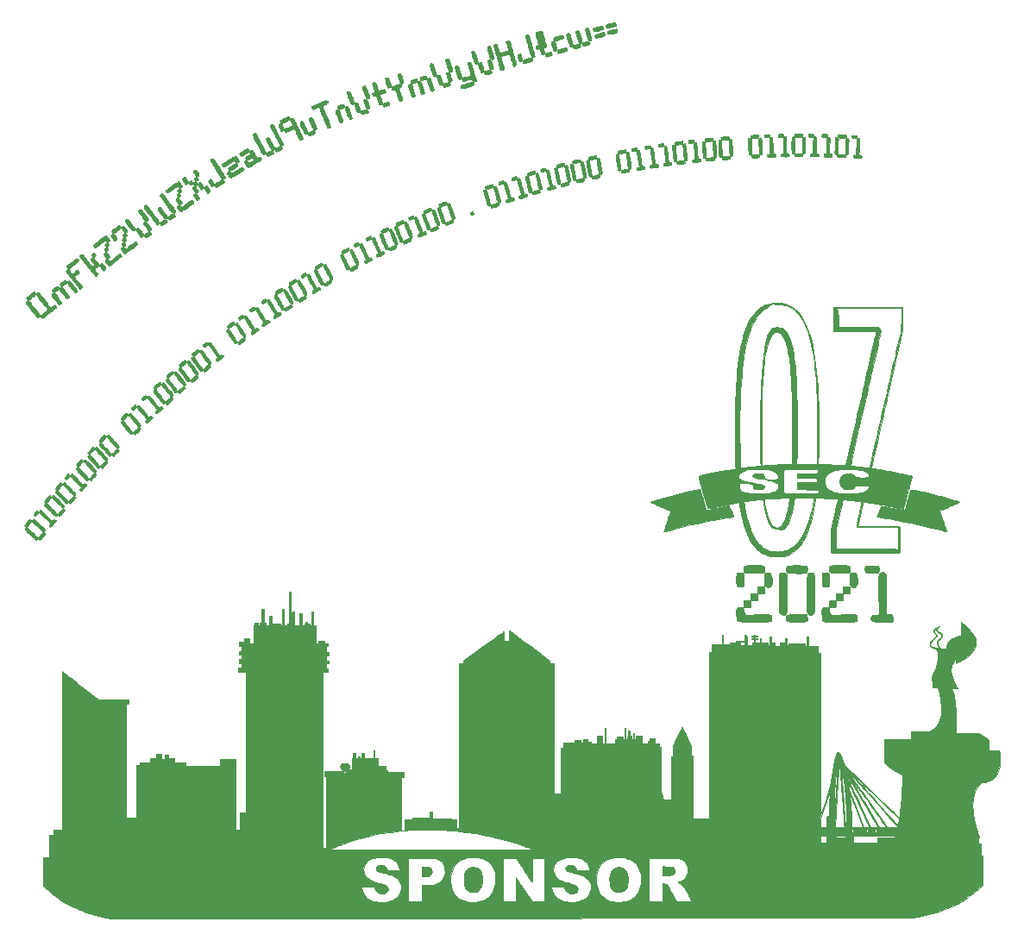
<source format=gbr>
%TF.GenerationSoftware,KiCad,Pcbnew,(5.1.10)-1*%
%TF.CreationDate,2021-10-02T23:44:58-05:00*%
%TF.ProjectId,OzSec 2021 - Sponsor,4f7a5365-6320-4323-9032-31202d205370,rev?*%
%TF.SameCoordinates,Original*%
%TF.FileFunction,Legend,Top*%
%TF.FilePolarity,Positive*%
%FSLAX46Y46*%
G04 Gerber Fmt 4.6, Leading zero omitted, Abs format (unit mm)*
G04 Created by KiCad (PCBNEW (5.1.10)-1) date 2021-10-02 23:44:58*
%MOMM*%
%LPD*%
G01*
G04 APERTURE LIST*
%ADD10C,0.010000*%
G04 APERTURE END LIST*
D10*
%TO.C,G\u002A\u002A\u002A*%
G36*
X113979667Y-106515834D02*
G01*
X114032584Y-106515834D01*
X114066677Y-106511212D01*
X114081830Y-106489415D01*
X114085481Y-106438540D01*
X114085500Y-106431167D01*
X114085500Y-106346500D01*
X114297167Y-106346500D01*
X114297167Y-107743500D01*
X114784000Y-107743500D01*
X114784000Y-106515834D01*
X115038000Y-106515834D01*
X115038000Y-107764667D01*
X115270834Y-107764667D01*
X115270834Y-107669417D01*
X115273027Y-107610640D01*
X115283808Y-107582792D01*
X115309477Y-107574531D01*
X115323750Y-107574167D01*
X115356404Y-107570219D01*
X115371875Y-107550813D01*
X115376465Y-107504608D01*
X115376667Y-107478917D01*
X115376667Y-107383667D01*
X115588334Y-107383667D01*
X115588334Y-107574167D01*
X115778834Y-107574167D01*
X115778834Y-107764667D01*
X115948167Y-107764667D01*
X115948167Y-106346500D01*
X116138667Y-106346500D01*
X116138667Y-107764667D01*
X116392667Y-107764667D01*
X116392667Y-109500334D01*
X116689000Y-109500334D01*
X116689000Y-109245105D01*
X116969459Y-109251011D01*
X117249917Y-109256917D01*
X117256219Y-109389209D01*
X117262520Y-109521500D01*
X117620334Y-109521500D01*
X117620334Y-109796667D01*
X117451000Y-109796667D01*
X117451000Y-110325834D01*
X117641500Y-110325834D01*
X117641500Y-110664500D01*
X117451000Y-110664500D01*
X117451000Y-111172500D01*
X117641500Y-111172500D01*
X117641500Y-111468834D01*
X117451000Y-111468834D01*
X117451000Y-111998000D01*
X117620334Y-111998000D01*
X117620334Y-112315500D01*
X117091167Y-112315500D01*
X117091167Y-129587500D01*
X117451000Y-129587500D01*
X117451000Y-122560167D01*
X117239334Y-122560167D01*
X117239334Y-122073334D01*
X119017334Y-122073334D01*
X119017334Y-122052167D01*
X119102000Y-122052167D01*
X119102000Y-122200334D01*
X119377167Y-122200334D01*
X119377167Y-122052167D01*
X119102000Y-122052167D01*
X119017334Y-122052167D01*
X119017334Y-122001341D01*
X119010562Y-121949175D01*
X118982971Y-121912469D01*
X118942067Y-121884940D01*
X118875182Y-121825849D01*
X118823398Y-121743678D01*
X118794154Y-121653715D01*
X118793196Y-121579041D01*
X118829919Y-121474272D01*
X118898790Y-121390442D01*
X119004217Y-121322243D01*
X119007994Y-121320381D01*
X119134930Y-121275630D01*
X119263738Y-121260842D01*
X119388078Y-121273384D01*
X119501607Y-121310622D01*
X119597982Y-121369924D01*
X119670861Y-121448655D01*
X119713902Y-121544182D01*
X119722889Y-121617219D01*
X119703011Y-121727626D01*
X119644244Y-121822392D01*
X119576241Y-121881238D01*
X119535588Y-121912133D01*
X119514046Y-121942943D01*
X119505583Y-121988196D01*
X119504167Y-122054895D01*
X119505346Y-122124337D01*
X119511734Y-122161500D01*
X119527609Y-122176429D01*
X119557084Y-122179167D01*
X119583999Y-122177188D01*
X119599776Y-122165308D01*
X119607388Y-122134610D01*
X119609806Y-122076175D01*
X119610000Y-122020417D01*
X119610000Y-121861667D01*
X119864000Y-121861667D01*
X119864000Y-122073334D01*
X119864581Y-122169671D01*
X119867346Y-122231342D01*
X119873827Y-122266010D01*
X119885556Y-122281336D01*
X119904066Y-122284983D01*
X119906334Y-122285000D01*
X119917560Y-122283893D01*
X119926603Y-122277818D01*
X119933698Y-122262648D01*
X119939083Y-122234252D01*
X119942992Y-122188503D01*
X119945662Y-122121270D01*
X119947328Y-122028426D01*
X119948227Y-121905842D01*
X119948595Y-121749387D01*
X119948667Y-121554935D01*
X119948667Y-120803334D01*
X120075667Y-120803334D01*
X120075667Y-120274167D01*
X120266167Y-120274167D01*
X120266167Y-120803334D01*
X120541334Y-120803334D01*
X120541334Y-120634000D01*
X120731834Y-120634000D01*
X120731834Y-120718667D01*
X120733870Y-120772860D01*
X120748128Y-120796941D01*
X120786826Y-120803130D01*
X120816500Y-120803334D01*
X120901167Y-120803334D01*
X120901167Y-120274167D01*
X121112834Y-120274167D01*
X121112834Y-120803334D01*
X122065334Y-120803334D01*
X122065334Y-120020167D01*
X122192334Y-120020167D01*
X122192334Y-120803334D01*
X122488667Y-120803334D01*
X122488667Y-121565334D01*
X123293000Y-121565334D01*
X123293000Y-121925167D01*
X123462334Y-121925167D01*
X123462334Y-122115667D01*
X125049834Y-122115667D01*
X125049834Y-122666000D01*
X124774667Y-122666000D01*
X124774667Y-127873000D01*
X124854042Y-127872816D01*
X124923853Y-127870030D01*
X125008509Y-127863201D01*
X125044542Y-127859285D01*
X125155667Y-127845937D01*
X125155667Y-126793500D01*
X125851611Y-126793500D01*
X125858181Y-126714125D01*
X125864750Y-126634750D01*
X126716709Y-126629218D01*
X127568667Y-126623687D01*
X127568667Y-126031500D01*
X127865000Y-126031500D01*
X127865000Y-126708834D01*
X129685334Y-126708834D01*
X129685334Y-126814667D01*
X130172167Y-126814667D01*
X130172167Y-127619000D01*
X130489667Y-127619000D01*
X130489667Y-126740584D01*
X165900279Y-126740584D01*
X165900890Y-127148042D01*
X165901500Y-127555500D01*
X166557667Y-127555500D01*
X166557667Y-127463982D01*
X167383167Y-127463982D01*
X167383167Y-127555500D01*
X167827667Y-127555500D01*
X167983166Y-127554921D01*
X168100485Y-127553019D01*
X168183766Y-127549547D01*
X168237147Y-127544258D01*
X168264769Y-127536906D01*
X168271099Y-127529042D01*
X168269470Y-127505104D01*
X168264961Y-127441406D01*
X168257751Y-127340410D01*
X168248017Y-127204578D01*
X168235936Y-127036373D01*
X168221684Y-126838257D01*
X168205441Y-126612692D01*
X168187383Y-126362141D01*
X168167687Y-126089067D01*
X168146531Y-125795931D01*
X168124092Y-125485196D01*
X168100548Y-125159324D01*
X168076076Y-124820779D01*
X168063844Y-124651624D01*
X168034378Y-124244696D01*
X168007725Y-123877900D01*
X167983707Y-123549142D01*
X167962147Y-123256326D01*
X167942867Y-122997359D01*
X167925689Y-122770144D01*
X167910435Y-122572588D01*
X167896927Y-122402594D01*
X167884989Y-122258069D01*
X167874441Y-122136917D01*
X167873444Y-122126250D01*
X167997669Y-122126250D01*
X167999091Y-122152321D01*
X168003393Y-122218030D01*
X168010391Y-122320793D01*
X168019902Y-122458026D01*
X168031743Y-122627145D01*
X168045731Y-122825564D01*
X168061683Y-123050701D01*
X168079416Y-123299971D01*
X168098747Y-123570790D01*
X168119493Y-123860573D01*
X168141470Y-124166736D01*
X168164495Y-124486696D01*
X168187373Y-124803834D01*
X168211253Y-125134932D01*
X168234271Y-125454933D01*
X168256242Y-125761234D01*
X168276982Y-126051228D01*
X168296306Y-126322311D01*
X168314031Y-126571879D01*
X168329972Y-126797326D01*
X168343945Y-126996048D01*
X168355766Y-127165440D01*
X168365251Y-127302897D01*
X168372215Y-127405815D01*
X168376474Y-127471588D01*
X168377847Y-127497292D01*
X168385607Y-127540853D01*
X168414490Y-127555158D01*
X168423776Y-127555500D01*
X168469552Y-127555500D01*
X168455619Y-126534209D01*
X168446562Y-126014703D01*
X168433998Y-125534454D01*
X168417732Y-125090512D01*
X168397570Y-124679929D01*
X168373740Y-124306417D01*
X168823417Y-124306417D01*
X168825140Y-124333955D01*
X168830405Y-124395692D01*
X168838494Y-124483705D01*
X168848689Y-124590075D01*
X168854095Y-124645084D01*
X168883814Y-124971624D01*
X168909700Y-125314247D01*
X168932095Y-125678802D01*
X168951340Y-126071138D01*
X168967775Y-126497102D01*
X168974733Y-126714125D01*
X169000114Y-127555500D01*
X170087398Y-127555500D01*
X169643916Y-126407209D01*
X169555810Y-126179086D01*
X169466516Y-125947893D01*
X169378245Y-125719357D01*
X169293208Y-125499204D01*
X169213618Y-125293159D01*
X169141686Y-125106948D01*
X169079625Y-124946298D01*
X169029644Y-124816934D01*
X169012314Y-124772084D01*
X168960727Y-124639471D01*
X168914480Y-124522294D01*
X168875614Y-124425580D01*
X168846168Y-124354359D01*
X168828182Y-124313661D01*
X168823417Y-124306417D01*
X168373740Y-124306417D01*
X168373315Y-124299758D01*
X168344773Y-123947050D01*
X168311750Y-123618858D01*
X168274049Y-123312234D01*
X168260724Y-123222088D01*
X168682690Y-123222088D01*
X168683678Y-123243774D01*
X168690099Y-123299529D01*
X168700961Y-123381582D01*
X168715272Y-123482158D01*
X168719813Y-123512926D01*
X168762282Y-123798417D01*
X169485599Y-125676796D01*
X170208917Y-127555174D01*
X170480556Y-127555337D01*
X170582288Y-127554025D01*
X170665261Y-127550310D01*
X170722009Y-127544720D01*
X170745066Y-127537784D01*
X170745139Y-127536609D01*
X170733673Y-127511115D01*
X170705565Y-127450930D01*
X170662219Y-127358986D01*
X170605034Y-127238215D01*
X170535414Y-127091550D01*
X170454758Y-126921923D01*
X170364470Y-126732264D01*
X170265950Y-126525507D01*
X170160600Y-126304584D01*
X170049821Y-126072426D01*
X169935016Y-125831965D01*
X169817585Y-125586134D01*
X169698931Y-125337864D01*
X169580455Y-125090087D01*
X169463558Y-124845736D01*
X169349642Y-124607742D01*
X169240109Y-124379038D01*
X169136360Y-124162555D01*
X169039797Y-123961225D01*
X168951821Y-123777981D01*
X168873834Y-123615754D01*
X168807237Y-123477477D01*
X168753432Y-123366081D01*
X168713821Y-123284498D01*
X168689805Y-123235661D01*
X168682690Y-123222088D01*
X168260724Y-123222088D01*
X168231476Y-123024228D01*
X168218043Y-122942893D01*
X168193863Y-122809074D01*
X168166756Y-122674257D01*
X168137999Y-122543169D01*
X168108867Y-122420539D01*
X168103919Y-122401352D01*
X168529760Y-122401352D01*
X168530233Y-122424031D01*
X168538033Y-122477717D01*
X168551585Y-122552030D01*
X168556049Y-122574402D01*
X168563282Y-122603848D01*
X168574963Y-122641181D01*
X168592012Y-122688407D01*
X168615349Y-122747532D01*
X168645893Y-122820564D01*
X168684567Y-122909510D01*
X168732288Y-123016376D01*
X168789979Y-123143169D01*
X168858560Y-123291897D01*
X168938949Y-123464566D01*
X169032069Y-123663184D01*
X169138839Y-123889756D01*
X169260179Y-124146290D01*
X169397009Y-124434793D01*
X169550251Y-124757272D01*
X169720824Y-125115734D01*
X169736087Y-125147792D01*
X170882469Y-127555500D01*
X171554011Y-127555500D01*
X171516464Y-127484403D01*
X171496567Y-127448734D01*
X171457402Y-127380404D01*
X171400452Y-127281938D01*
X171327198Y-127155857D01*
X171239123Y-127004684D01*
X171137710Y-126830941D01*
X171024440Y-126637152D01*
X170900796Y-126425838D01*
X170768260Y-126199523D01*
X170628314Y-125960730D01*
X170482441Y-125711980D01*
X170332122Y-125455796D01*
X170178841Y-125194702D01*
X170024079Y-124931219D01*
X169869318Y-124667871D01*
X169716041Y-124407180D01*
X169565731Y-124151669D01*
X169419869Y-123903860D01*
X169279937Y-123666276D01*
X169147418Y-123441439D01*
X169023795Y-123231873D01*
X168910548Y-123040099D01*
X168809162Y-122868642D01*
X168721117Y-122720022D01*
X168647896Y-122596763D01*
X168590982Y-122501388D01*
X168551857Y-122436419D01*
X168532002Y-122404378D01*
X168529760Y-122401352D01*
X168103919Y-122401352D01*
X168093016Y-122359084D01*
X168505000Y-122359084D01*
X168515584Y-122369667D01*
X168526167Y-122359084D01*
X168515584Y-122348500D01*
X168505000Y-122359084D01*
X168093016Y-122359084D01*
X168089787Y-122346566D01*
X168649598Y-122346566D01*
X168661065Y-122374450D01*
X168681673Y-122412000D01*
X168698881Y-122441461D01*
X168736190Y-122505273D01*
X168792321Y-122601248D01*
X168865994Y-122727200D01*
X168955930Y-122880941D01*
X169060850Y-123060285D01*
X169179473Y-123263044D01*
X169310520Y-123487032D01*
X169452712Y-123730062D01*
X169604770Y-123989946D01*
X169765413Y-124264498D01*
X169933363Y-124551531D01*
X170107339Y-124848858D01*
X170213866Y-125030909D01*
X171690584Y-127554568D01*
X172035791Y-127555034D01*
X172168023Y-127554546D01*
X172262563Y-127552429D01*
X172324033Y-127548315D01*
X172357054Y-127541841D01*
X172366249Y-127532641D01*
X172364902Y-127529042D01*
X172348520Y-127505097D01*
X172309303Y-127449315D01*
X172248907Y-127364009D01*
X172168985Y-127251490D01*
X172071193Y-127114070D01*
X171957185Y-126954063D01*
X171828616Y-126773780D01*
X171687141Y-126575534D01*
X171534413Y-126361636D01*
X171372089Y-126134400D01*
X171201821Y-125896138D01*
X171025266Y-125649161D01*
X170844077Y-125395783D01*
X170659909Y-125138315D01*
X170474417Y-124879070D01*
X170289256Y-124620360D01*
X170106080Y-124364498D01*
X169926543Y-124113795D01*
X169752301Y-123870564D01*
X169585008Y-123637117D01*
X169426318Y-123415767D01*
X169277886Y-123208826D01*
X169141368Y-123018606D01*
X169018417Y-122847420D01*
X168910687Y-122697579D01*
X168819835Y-122571397D01*
X168747514Y-122471185D01*
X168695379Y-122399255D01*
X168665084Y-122357921D01*
X168657835Y-122348500D01*
X168649598Y-122346566D01*
X168089787Y-122346566D01*
X168080637Y-122311094D01*
X168076223Y-122295584D01*
X168610834Y-122295584D01*
X168621417Y-122306167D01*
X168632000Y-122295584D01*
X168621417Y-122285000D01*
X168610834Y-122295584D01*
X168076223Y-122295584D01*
X168058148Y-122232084D01*
X168568500Y-122232084D01*
X168579084Y-122242667D01*
X168589667Y-122232084D01*
X168579084Y-122221500D01*
X168568500Y-122232084D01*
X168058148Y-122232084D01*
X168054583Y-122219563D01*
X168031983Y-122150673D01*
X168014111Y-122109152D01*
X168002245Y-122099728D01*
X167997669Y-122126250D01*
X167873444Y-122126250D01*
X167865106Y-122037044D01*
X167863396Y-122020417D01*
X168584926Y-122020417D01*
X168593768Y-122034057D01*
X168625647Y-122079941D01*
X168678992Y-122155864D01*
X168752233Y-122259622D01*
X168843800Y-122389011D01*
X168952122Y-122541829D01*
X169075627Y-122715870D01*
X169212747Y-122908931D01*
X169361910Y-123118809D01*
X169521545Y-123343300D01*
X169690082Y-123580199D01*
X169865951Y-123827303D01*
X170047581Y-124082408D01*
X170233401Y-124343310D01*
X170421841Y-124607806D01*
X170611330Y-124873692D01*
X170800298Y-125138763D01*
X170987174Y-125400817D01*
X171170387Y-125657649D01*
X171348368Y-125907056D01*
X171519546Y-126146833D01*
X171682349Y-126374778D01*
X171835207Y-126588685D01*
X171976551Y-126786352D01*
X172104809Y-126965574D01*
X172218410Y-127124148D01*
X172315785Y-127259870D01*
X172395363Y-127370536D01*
X172455572Y-127453942D01*
X172494843Y-127507885D01*
X172510681Y-127529042D01*
X172529645Y-127538185D01*
X172572627Y-127545165D01*
X172643467Y-127550182D01*
X172746005Y-127553438D01*
X172884081Y-127555132D01*
X173016092Y-127555500D01*
X173173964Y-127555154D01*
X173294293Y-127553910D01*
X173381865Y-127551465D01*
X173441465Y-127547511D01*
X173477880Y-127541744D01*
X173495895Y-127533858D01*
X173500334Y-127524577D01*
X173486491Y-127506917D01*
X173446130Y-127459704D01*
X173380999Y-127384894D01*
X173292848Y-127284448D01*
X173183425Y-127160324D01*
X173054480Y-127014480D01*
X172907762Y-126848875D01*
X172745019Y-126665467D01*
X172568001Y-126466216D01*
X172378457Y-126253079D01*
X172178136Y-126028015D01*
X171968788Y-125792983D01*
X171752160Y-125549942D01*
X171530003Y-125300849D01*
X171304065Y-125047664D01*
X171076095Y-124792345D01*
X170847843Y-124536851D01*
X170621058Y-124283140D01*
X170397488Y-124033171D01*
X170178883Y-123788902D01*
X169966991Y-123552293D01*
X169763563Y-123325301D01*
X169570347Y-123109885D01*
X169389091Y-122908004D01*
X169221546Y-122721616D01*
X169069460Y-122552680D01*
X168952108Y-122422584D01*
X169121360Y-122422584D01*
X169121571Y-122426456D01*
X169147977Y-122459310D01*
X169198424Y-122518687D01*
X169270757Y-122602131D01*
X169362822Y-122707185D01*
X169472463Y-122831391D01*
X169597526Y-122972292D01*
X169735856Y-123127432D01*
X169885298Y-123294353D01*
X169910256Y-123322167D01*
X170057742Y-123486484D01*
X170229599Y-123677953D01*
X170421921Y-123892224D01*
X170630803Y-124124944D01*
X170852338Y-124371761D01*
X171082620Y-124628324D01*
X171317744Y-124890282D01*
X171553804Y-125153282D01*
X171786893Y-125412972D01*
X172013106Y-125665002D01*
X172153388Y-125821295D01*
X173532084Y-127357339D01*
X173569954Y-127165378D01*
X173588049Y-127062538D01*
X173602654Y-126958940D01*
X173611271Y-126872974D01*
X173612288Y-126854088D01*
X173616750Y-126734760D01*
X171406826Y-124610422D01*
X171148293Y-124361964D01*
X170897316Y-124120888D01*
X170655668Y-123888893D01*
X170425123Y-123667678D01*
X170207458Y-123458941D01*
X170004446Y-123264381D01*
X169817862Y-123085697D01*
X169649480Y-122924588D01*
X169501076Y-122782753D01*
X169374423Y-122661890D01*
X169271297Y-122563699D01*
X169193473Y-122489878D01*
X169142724Y-122442126D01*
X169121360Y-122422584D01*
X168952108Y-122422584D01*
X168934582Y-122403155D01*
X168818662Y-122274999D01*
X168723448Y-122170170D01*
X168650690Y-122090628D01*
X168602137Y-122038331D01*
X168584926Y-122020417D01*
X167863396Y-122020417D01*
X167856806Y-121956353D01*
X167849365Y-121892752D01*
X167842603Y-121844144D01*
X167836343Y-121808434D01*
X167830407Y-121783529D01*
X167824618Y-121767332D01*
X167818797Y-121757750D01*
X167818214Y-121757083D01*
X167778153Y-121720755D01*
X167749756Y-121717015D01*
X167730347Y-121748639D01*
X167717251Y-121818404D01*
X167712361Y-121866959D01*
X167709001Y-121912898D01*
X167703449Y-121996958D01*
X167695887Y-122116052D01*
X167686497Y-122267097D01*
X167675459Y-122447006D01*
X167662956Y-122652695D01*
X167649168Y-122881078D01*
X167634278Y-123129069D01*
X167618466Y-123393585D01*
X167601914Y-123671539D01*
X167584804Y-123959847D01*
X167567317Y-124255423D01*
X167549635Y-124555182D01*
X167531938Y-124856039D01*
X167514409Y-125154908D01*
X167497229Y-125448705D01*
X167480579Y-125734344D01*
X167464641Y-126008740D01*
X167449596Y-126268808D01*
X167435626Y-126511462D01*
X167422912Y-126733618D01*
X167411636Y-126932190D01*
X167401979Y-127104093D01*
X167394122Y-127246242D01*
X167388248Y-127355552D01*
X167384536Y-127428937D01*
X167383170Y-127463312D01*
X167383167Y-127463982D01*
X166557667Y-127463982D01*
X166557667Y-127026334D01*
X166557834Y-126862579D01*
X166558596Y-126735867D01*
X166560344Y-126640909D01*
X166563472Y-126572414D01*
X166568370Y-126525092D01*
X166575430Y-126493653D01*
X166585045Y-126472808D01*
X166597605Y-126457267D01*
X166600000Y-126454834D01*
X166649794Y-126422854D01*
X166693738Y-126412500D01*
X166748968Y-126397822D01*
X166794304Y-126362268D01*
X166813072Y-126321030D01*
X166813339Y-126294277D01*
X166813415Y-126230637D01*
X166813310Y-126135558D01*
X166813036Y-126014485D01*
X166812602Y-125872864D01*
X166812020Y-125716143D01*
X166811791Y-125660714D01*
X166811900Y-125555702D01*
X167263159Y-125555702D01*
X167264570Y-125930490D01*
X167270413Y-126274917D01*
X167274566Y-126439684D01*
X167278707Y-126585837D01*
X167282685Y-126709341D01*
X167286350Y-126806158D01*
X167289551Y-126872253D01*
X167292136Y-126903590D01*
X167293774Y-126899334D01*
X167295834Y-126865704D01*
X167300203Y-126792664D01*
X167306713Y-126683066D01*
X167315194Y-126539760D01*
X167325480Y-126365598D01*
X167337402Y-126163431D01*
X167350792Y-125936109D01*
X167365483Y-125686485D01*
X167381305Y-125417408D01*
X167398092Y-125131731D01*
X167415674Y-124832304D01*
X167433885Y-124521979D01*
X167435976Y-124486334D01*
X167454325Y-124173941D01*
X167472138Y-123871442D01*
X167489242Y-123581757D01*
X167505463Y-123307803D01*
X167520626Y-123052500D01*
X167534556Y-122818768D01*
X167547080Y-122609525D01*
X167558023Y-122427691D01*
X167567210Y-122276184D01*
X167574467Y-122157924D01*
X167579620Y-122075829D01*
X167582495Y-122032820D01*
X167582634Y-122031000D01*
X167585948Y-121961596D01*
X167581858Y-121933642D01*
X167570336Y-121947187D01*
X167551356Y-122002277D01*
X167524892Y-122098957D01*
X167510052Y-122158000D01*
X167472083Y-122337126D01*
X167436506Y-122554449D01*
X167403558Y-122805887D01*
X167373478Y-123087358D01*
X167346503Y-123394779D01*
X167322870Y-123724071D01*
X167302817Y-124071149D01*
X167286582Y-124431933D01*
X167274402Y-124802341D01*
X167266515Y-125178291D01*
X167263159Y-125555702D01*
X166811900Y-125555702D01*
X166811988Y-125470943D01*
X166813942Y-125268116D01*
X166817424Y-125063670D01*
X166822203Y-124869042D01*
X166828050Y-124695667D01*
X166833636Y-124574478D01*
X166840549Y-124441042D01*
X166846021Y-124322616D01*
X166849818Y-124225452D01*
X166851705Y-124155805D01*
X166851449Y-124119930D01*
X166850792Y-124116491D01*
X166842590Y-124134639D01*
X166821357Y-124189398D01*
X166788287Y-124277504D01*
X166744574Y-124395696D01*
X166691412Y-124540712D01*
X166629994Y-124709291D01*
X166561515Y-124898171D01*
X166487169Y-125104089D01*
X166408149Y-125323783D01*
X166371848Y-125424977D01*
X165900279Y-126740584D01*
X130489667Y-126740584D01*
X130489667Y-111473328D01*
X130680167Y-111458250D01*
X130870667Y-111443173D01*
X130870991Y-111323711D01*
X130871314Y-111204250D01*
X132853584Y-109775500D01*
X133111773Y-109589455D01*
X133360460Y-109410350D01*
X133597480Y-109239741D01*
X133820670Y-109079180D01*
X134027866Y-108930221D01*
X134216902Y-108794418D01*
X134385616Y-108673325D01*
X134531843Y-108568495D01*
X134653418Y-108481483D01*
X134748179Y-108413841D01*
X134813959Y-108367123D01*
X134848596Y-108342883D01*
X134853510Y-108339695D01*
X134858622Y-108357747D01*
X134863153Y-108412222D01*
X134866877Y-108497211D01*
X134869566Y-108606804D01*
X134870995Y-108735092D01*
X134871167Y-108800070D01*
X134871167Y-109267500D01*
X135400334Y-109267500D01*
X135400334Y-108759500D01*
X135400760Y-108617912D01*
X135401959Y-108491515D01*
X135403808Y-108386095D01*
X135406184Y-108307435D01*
X135408966Y-108261320D01*
X135411065Y-108251500D01*
X135429039Y-108263966D01*
X135478715Y-108300309D01*
X135557972Y-108358942D01*
X135664692Y-108438281D01*
X135796754Y-108536742D01*
X135952040Y-108652738D01*
X136128430Y-108784686D01*
X136323803Y-108930999D01*
X136536042Y-109090094D01*
X136763025Y-109260385D01*
X137002635Y-109440287D01*
X137252750Y-109628215D01*
X137379565Y-109723550D01*
X139337334Y-111195601D01*
X139337334Y-111447667D01*
X139803000Y-111447667D01*
X139803000Y-124253500D01*
X140416834Y-124253500D01*
X140416834Y-119723834D01*
X140670834Y-119723834D01*
X140670834Y-119215834D01*
X141771500Y-119215834D01*
X141771500Y-119025334D01*
X142385334Y-119025334D01*
X142385334Y-119237000D01*
X142681667Y-119237000D01*
X142681667Y-118919500D01*
X143062667Y-118919500D01*
X143062667Y-119152334D01*
X143401334Y-119152334D01*
X143401334Y-119321667D01*
X143972834Y-119321667D01*
X143972834Y-118580834D01*
X144544334Y-118580834D01*
X144544334Y-119321667D01*
X144734834Y-119321667D01*
X144734834Y-117797667D01*
X144840667Y-117797667D01*
X144840667Y-119321667D01*
X145814334Y-119321667D01*
X145814334Y-118877167D01*
X145962500Y-118877167D01*
X145962500Y-118665500D01*
X146576334Y-118665500D01*
X146576334Y-118792500D01*
X146577165Y-118862799D01*
X146582986Y-118900743D01*
X146598784Y-118916309D01*
X146629550Y-118919476D01*
X146639834Y-118919500D01*
X146703334Y-118919500D01*
X146703334Y-117797667D01*
X146809167Y-117797667D01*
X146809167Y-118919500D01*
X146999667Y-118919500D01*
X146999667Y-118760750D01*
X147000695Y-118679522D01*
X147005309Y-118631856D01*
X147015805Y-118609004D01*
X147034481Y-118602215D01*
X147041328Y-118602000D01*
X147059161Y-118599094D01*
X147071337Y-118585667D01*
X147079211Y-118554657D01*
X147084132Y-118499003D01*
X147087455Y-118411642D01*
X147088953Y-118353292D01*
X147094917Y-118104584D01*
X147211333Y-118091188D01*
X147211334Y-118346594D01*
X147211334Y-118602000D01*
X147359500Y-118602000D01*
X147359500Y-118940667D01*
X147528834Y-118940667D01*
X147528834Y-118305667D01*
X147655834Y-118305667D01*
X147655834Y-118940667D01*
X147825167Y-118940667D01*
X147825167Y-118538500D01*
X148417834Y-118538500D01*
X148417834Y-119321667D01*
X148989334Y-119321667D01*
X148989334Y-119110000D01*
X149137500Y-119110000D01*
X149137500Y-118792500D01*
X149709000Y-118792500D01*
X149709000Y-119321667D01*
X150068834Y-119321667D01*
X150068834Y-119681500D01*
X150238167Y-119681500D01*
X150237273Y-124031250D01*
X150564967Y-124803834D01*
X151254167Y-124803834D01*
X151254167Y-120612834D01*
X151487000Y-120612834D01*
X151487000Y-119620561D01*
X151912464Y-118682656D01*
X151997365Y-118495853D01*
X152077256Y-118320758D01*
X152150386Y-118161164D01*
X152215001Y-118020863D01*
X152269349Y-117903647D01*
X152311677Y-117813309D01*
X152340233Y-117753641D01*
X152353266Y-117728436D01*
X152353604Y-117728002D01*
X152365418Y-117743214D01*
X152393358Y-117793221D01*
X152435652Y-117874459D01*
X152490524Y-117983361D01*
X152556201Y-118116361D01*
X152630909Y-118269893D01*
X152712874Y-118440390D01*
X152800323Y-118624286D01*
X152817140Y-118659872D01*
X153265000Y-119608489D01*
X153265000Y-120528167D01*
X153434334Y-120528167D01*
X153434334Y-126666500D01*
X155043000Y-126666500D01*
X155043000Y-110347000D01*
X155233500Y-110347000D01*
X155233500Y-109563834D01*
X156291834Y-109563834D01*
X156291834Y-108674834D01*
X156397667Y-108674834D01*
X156397667Y-109563834D01*
X157011500Y-109563834D01*
X157011500Y-109394500D01*
X157666609Y-109394500D01*
X157662376Y-109373334D01*
X158069834Y-109373334D01*
X158069834Y-109648500D01*
X158302667Y-109648500D01*
X158407723Y-109646660D01*
X158484602Y-109641468D01*
X158527895Y-109633416D01*
X158535500Y-109627334D01*
X158518356Y-109608555D01*
X158503750Y-109606167D01*
X158484603Y-109595715D01*
X158474745Y-109559041D01*
X158472000Y-109489750D01*
X158472000Y-109373334D01*
X158069834Y-109373334D01*
X157662376Y-109373334D01*
X157641209Y-109267500D01*
X158472000Y-109267500D01*
X158472000Y-108674834D01*
X158546084Y-108674834D01*
X158591604Y-108676867D01*
X158613159Y-108690648D01*
X158619710Y-108727697D01*
X158620167Y-108770084D01*
X158622008Y-108828654D01*
X158632636Y-108856395D01*
X158659711Y-108864795D01*
X158683667Y-108865334D01*
X158747167Y-108865334D01*
X158747167Y-109606167D01*
X158683667Y-109606167D01*
X158637187Y-109612819D01*
X158620822Y-109637572D01*
X158620167Y-109648500D01*
X158622194Y-109664545D01*
X158632402Y-109675926D01*
X158656977Y-109683441D01*
X158702108Y-109687890D01*
X158773983Y-109690070D01*
X158878789Y-109690780D01*
X158948250Y-109690834D01*
X159276334Y-109690834D01*
X159276334Y-109553250D01*
X159277261Y-109479291D01*
X159282497Y-109438097D01*
X159295720Y-109420103D01*
X159320608Y-109415746D01*
X159329250Y-109415667D01*
X159356243Y-109413668D01*
X159372026Y-109401705D01*
X159379605Y-109370828D01*
X159381985Y-109312088D01*
X159382167Y-109258077D01*
X159382167Y-109100486D01*
X159281625Y-109094035D01*
X159220293Y-109087790D01*
X159189384Y-109074599D01*
X159176992Y-109047284D01*
X159174386Y-109029375D01*
X159172813Y-108995098D01*
X159185160Y-108977887D01*
X159221567Y-108971868D01*
X159274928Y-108971167D01*
X159338297Y-108969460D01*
X159370107Y-108960883D01*
X159381098Y-108940252D01*
X159382167Y-108919410D01*
X159377783Y-108887710D01*
X159357308Y-108871113D01*
X159309754Y-108863260D01*
X159281625Y-108861202D01*
X159220293Y-108854956D01*
X159189384Y-108841766D01*
X159176992Y-108814451D01*
X159174386Y-108796542D01*
X159172813Y-108762265D01*
X159185160Y-108745053D01*
X159221567Y-108739035D01*
X159274928Y-108738334D01*
X159338261Y-108736670D01*
X159370051Y-108728139D01*
X159381059Y-108707430D01*
X159382167Y-108685417D01*
X159389001Y-108647599D01*
X159418053Y-108633764D01*
X159445667Y-108632500D01*
X159491049Y-108638195D01*
X159507650Y-108662405D01*
X159509167Y-108685417D01*
X159511579Y-108713863D01*
X159525193Y-108729706D01*
X159559572Y-108736627D01*
X159624280Y-108738303D01*
X159646750Y-108738334D01*
X159784334Y-108738334D01*
X159784334Y-108865334D01*
X159646750Y-108865334D01*
X159572791Y-108866261D01*
X159531597Y-108871497D01*
X159513603Y-108884720D01*
X159509246Y-108909608D01*
X159509167Y-108918250D01*
X159511546Y-108946585D01*
X159525028Y-108962428D01*
X159559131Y-108969402D01*
X159623370Y-108971130D01*
X159648156Y-108971167D01*
X159787145Y-108971167D01*
X159780448Y-109029375D01*
X159774198Y-109061289D01*
X159757898Y-109079399D01*
X159721280Y-109088472D01*
X159654073Y-109093274D01*
X159641459Y-109093885D01*
X159509167Y-109100187D01*
X159509167Y-109415667D01*
X159996000Y-109415667D01*
X159996000Y-109010688D01*
X160054209Y-109017386D01*
X160112417Y-109024084D01*
X160118503Y-109219875D01*
X160124589Y-109415667D01*
X160736834Y-109415667D01*
X160736834Y-109712000D01*
X160948500Y-109712000D01*
X160948500Y-108865334D01*
X161075500Y-108865334D01*
X161075500Y-109436834D01*
X161456500Y-109436834D01*
X161456500Y-109754334D01*
X161922167Y-109754334D01*
X161922167Y-109458000D01*
X162409000Y-109458000D01*
X162409000Y-109553250D01*
X162411770Y-109612774D01*
X162423271Y-109640921D01*
X162448292Y-109648464D01*
X162451334Y-109648500D01*
X162467603Y-109646420D01*
X162479068Y-109635985D01*
X162486564Y-109610909D01*
X162490932Y-109564901D01*
X162493010Y-109491674D01*
X162493635Y-109384939D01*
X162493667Y-109331000D01*
X162493667Y-109013500D01*
X162599500Y-109013500D01*
X162599500Y-109648500D01*
X162694750Y-109648500D01*
X162753276Y-109646919D01*
X162780990Y-109636200D01*
X162789413Y-109607384D01*
X162790000Y-109574417D01*
X162790000Y-109500334D01*
X164398667Y-109500334D01*
X164398667Y-109733167D01*
X164589167Y-109733167D01*
X164589167Y-108865334D01*
X164716167Y-108865334D01*
X164716167Y-109733167D01*
X165668667Y-109733167D01*
X165668667Y-110410500D01*
X165901445Y-110410500D01*
X165906764Y-118381611D01*
X165912084Y-126352722D01*
X166407910Y-124973068D01*
X166731171Y-124073584D01*
X166854000Y-124073584D01*
X166864584Y-124084167D01*
X166875167Y-124073584D01*
X166864584Y-124063000D01*
X166854000Y-124073584D01*
X166731171Y-124073584D01*
X166903737Y-123593414D01*
X166962246Y-123124416D01*
X167034841Y-122596685D01*
X167121613Y-122059401D01*
X167219980Y-121526923D01*
X167327357Y-121013610D01*
X167394330Y-120723719D01*
X167433216Y-120562806D01*
X167464340Y-120438119D01*
X167489523Y-120344653D01*
X167510586Y-120277401D01*
X167529351Y-120231355D01*
X167547639Y-120201509D01*
X167567272Y-120182856D01*
X167590071Y-120170389D01*
X167596646Y-120167583D01*
X167655484Y-120152345D01*
X167706288Y-120162822D01*
X167754351Y-120202997D01*
X167804967Y-120276857D01*
X167847711Y-120356601D01*
X167948815Y-120570562D01*
X168049467Y-120810210D01*
X168152560Y-121082554D01*
X168185427Y-121174601D01*
X168282750Y-121450619D01*
X170967142Y-124028820D01*
X171251011Y-124301380D01*
X171526632Y-124565864D01*
X171792458Y-124820797D01*
X172046946Y-125064701D01*
X172288549Y-125296101D01*
X172515722Y-125513521D01*
X172726919Y-125715484D01*
X172920595Y-125900514D01*
X173095204Y-126067136D01*
X173249202Y-126213874D01*
X173381043Y-126339250D01*
X173489180Y-126441789D01*
X173572069Y-126520014D01*
X173628165Y-126572450D01*
X173655921Y-126597621D01*
X173658749Y-126599719D01*
X173664370Y-126575980D01*
X173673663Y-126515704D01*
X173685983Y-126424465D01*
X173700681Y-126307840D01*
X173717110Y-126171404D01*
X173734623Y-126020731D01*
X173752574Y-125861396D01*
X173770315Y-125698976D01*
X173787198Y-125539046D01*
X173802578Y-125387179D01*
X173815806Y-125248953D01*
X173816834Y-125237750D01*
X173856389Y-124775399D01*
X173892845Y-124290390D01*
X173925223Y-123797863D01*
X173952547Y-123312960D01*
X173973838Y-122850819D01*
X173978124Y-122740084D01*
X173992252Y-122359084D01*
X173815084Y-122298350D01*
X173725348Y-122264844D01*
X173612236Y-122218598D01*
X173490273Y-122165735D01*
X173374729Y-122112731D01*
X173094696Y-121966291D01*
X172847747Y-121808933D01*
X172635620Y-121642237D01*
X172460052Y-121467781D01*
X172322780Y-121287147D01*
X172225540Y-121101913D01*
X172205759Y-121049541D01*
X172196958Y-121020859D01*
X172189629Y-120987631D01*
X172183636Y-120945919D01*
X172178841Y-120891786D01*
X172175111Y-120821293D01*
X172172309Y-120730504D01*
X172170299Y-120615481D01*
X172168945Y-120472286D01*
X172168112Y-120296982D01*
X172167664Y-120085630D01*
X172167525Y-119940792D01*
X172166834Y-118940667D01*
X174791500Y-118940667D01*
X174791500Y-118137640D01*
X176601250Y-118125750D01*
X176782916Y-118035317D01*
X177006972Y-117902953D01*
X177202050Y-117742942D01*
X177368608Y-117554433D01*
X177507105Y-117336574D01*
X177617998Y-117088515D01*
X177701748Y-116809403D01*
X177758812Y-116498389D01*
X177788975Y-116167834D01*
X177791885Y-115880977D01*
X177772942Y-115564515D01*
X177733088Y-115224514D01*
X177673267Y-114867038D01*
X177594422Y-114498155D01*
X177497494Y-114123930D01*
X177441945Y-113934750D01*
X177403140Y-113807750D01*
X177168162Y-113801783D01*
X176933183Y-113795816D01*
X176915383Y-113590117D01*
X176909544Y-113500072D01*
X176904509Y-113379365D01*
X176900619Y-113239661D01*
X176898212Y-113092628D01*
X176897584Y-112978646D01*
X176897822Y-112837469D01*
X176898954Y-112732327D01*
X176901609Y-112656926D01*
X176906412Y-112604969D01*
X176913993Y-112570160D01*
X176924978Y-112546202D01*
X176939995Y-112526799D01*
X176942937Y-112523563D01*
X176994195Y-112453160D01*
X177052450Y-112348310D01*
X177114947Y-112215762D01*
X177178930Y-112062264D01*
X177241644Y-111894565D01*
X177300335Y-111719412D01*
X177352246Y-111543554D01*
X177369245Y-111479417D01*
X177434075Y-111187883D01*
X177471038Y-110927629D01*
X177480087Y-110698026D01*
X177461172Y-110498444D01*
X177414247Y-110328251D01*
X177339261Y-110186819D01*
X177263245Y-110097956D01*
X177204372Y-110054064D01*
X177120097Y-110006930D01*
X177025701Y-109965098D01*
X176901372Y-109912874D01*
X176811762Y-109864053D01*
X176750011Y-109814087D01*
X176709260Y-109758429D01*
X176706764Y-109753716D01*
X176678841Y-109658689D01*
X176679103Y-109589384D01*
X176729374Y-109589384D01*
X176749662Y-109682946D01*
X176808721Y-109766905D01*
X176889213Y-109828377D01*
X176928623Y-109844099D01*
X177000362Y-109866019D01*
X177095269Y-109891919D01*
X177204185Y-109919577D01*
X177317950Y-109946774D01*
X177427406Y-109971290D01*
X177523391Y-109990905D01*
X177596747Y-110003399D01*
X177623802Y-110006409D01*
X177625986Y-109993095D01*
X177604568Y-109956417D01*
X177567007Y-109907792D01*
X177511931Y-109832922D01*
X177455212Y-109741198D01*
X177417598Y-109669667D01*
X177365478Y-109523616D01*
X177353138Y-109391172D01*
X177380508Y-109272760D01*
X177447520Y-109168810D01*
X177507861Y-109112663D01*
X177633014Y-109008435D01*
X177721830Y-108921219D01*
X177775896Y-108849206D01*
X177796794Y-108790589D01*
X177797167Y-108782640D01*
X177776468Y-108683488D01*
X177716233Y-108586922D01*
X177619252Y-108496221D01*
X177488316Y-108414668D01*
X177480974Y-108410912D01*
X177412735Y-108369953D01*
X177354365Y-108324135D01*
X177333588Y-108302264D01*
X177298581Y-108228654D01*
X177290664Y-108143008D01*
X177310668Y-108063993D01*
X177322117Y-108044543D01*
X177342112Y-108008368D01*
X177333073Y-108000211D01*
X177297256Y-108019580D01*
X177241588Y-108062117D01*
X177174658Y-108136126D01*
X177138165Y-108210283D01*
X177124673Y-108295778D01*
X177139159Y-108379412D01*
X177184334Y-108468022D01*
X177262909Y-108568450D01*
X177293375Y-108601880D01*
X177348482Y-108664584D01*
X177387398Y-108716347D01*
X177404629Y-108749460D01*
X177403592Y-108756458D01*
X177380174Y-108776031D01*
X177331818Y-108816265D01*
X177266173Y-108870799D01*
X177208906Y-108918330D01*
X177057454Y-109054541D01*
X176931198Y-109189864D01*
X176833032Y-109320247D01*
X176765854Y-109441638D01*
X176732558Y-109549983D01*
X176729374Y-109589384D01*
X176679103Y-109589384D01*
X176679266Y-109546434D01*
X176707239Y-109430424D01*
X176728932Y-109379920D01*
X176785698Y-109286070D01*
X176867814Y-109176659D01*
X176966771Y-109061538D01*
X177074062Y-108950558D01*
X177181177Y-108853568D01*
X177189586Y-108846624D01*
X177328708Y-108732664D01*
X177215131Y-108628860D01*
X177114977Y-108518905D01*
X177057014Y-108410985D01*
X177041132Y-108305478D01*
X177067222Y-108202760D01*
X177135173Y-108103205D01*
X177244875Y-108007191D01*
X177396219Y-107915094D01*
X177428422Y-107898690D01*
X177518733Y-107855905D01*
X177586648Y-107827623D01*
X177629029Y-107814338D01*
X177642735Y-107816544D01*
X177624627Y-107834736D01*
X177571565Y-107869408D01*
X177556089Y-107878594D01*
X177457507Y-107952977D01*
X177392387Y-108038493D01*
X177363573Y-108129764D01*
X177373909Y-108221409D01*
X177374297Y-108222533D01*
X177407255Y-108273055D01*
X177473367Y-108322646D01*
X177512542Y-108344518D01*
X177654523Y-108430333D01*
X177767859Y-108522820D01*
X177848978Y-108618083D01*
X177894309Y-108712224D01*
X177902892Y-108770462D01*
X177883399Y-108851768D01*
X177827886Y-108937657D01*
X177741193Y-109021640D01*
X177684782Y-109062814D01*
X177554088Y-109163498D01*
X177465350Y-109265512D01*
X177418200Y-109371061D01*
X177412268Y-109482351D01*
X177447187Y-109601589D01*
X177522589Y-109730981D01*
X177564008Y-109786084D01*
X177621204Y-109850296D01*
X177691342Y-109918824D01*
X177727124Y-109950125D01*
X177822943Y-110029500D01*
X178336917Y-110029358D01*
X178336931Y-109812471D01*
X178337761Y-109712067D01*
X178342005Y-109641103D01*
X178352323Y-109586692D01*
X178371372Y-109535948D01*
X178401811Y-109475984D01*
X178409146Y-109462403D01*
X178492805Y-109338780D01*
X178605512Y-109216158D01*
X178735365Y-109106277D01*
X178839740Y-109037629D01*
X178973369Y-108970306D01*
X179132847Y-108904252D01*
X179301953Y-108845442D01*
X179464465Y-108799850D01*
X179517686Y-108787936D01*
X179702167Y-108749962D01*
X179702167Y-108102092D01*
X179702583Y-107940585D01*
X179703761Y-107792923D01*
X179705597Y-107664369D01*
X179707984Y-107560184D01*
X179710818Y-107485631D01*
X179713993Y-107445972D01*
X179715382Y-107441008D01*
X179738522Y-107446248D01*
X179787983Y-107475862D01*
X179858727Y-107525783D01*
X179945716Y-107591946D01*
X180043911Y-107670285D01*
X180148277Y-107756732D01*
X180253775Y-107847224D01*
X180355367Y-107937693D01*
X180448016Y-108024074D01*
X180496130Y-108071160D01*
X180703318Y-108293349D01*
X180871426Y-108507140D01*
X181002082Y-108715747D01*
X181096915Y-108922386D01*
X181157555Y-109130270D01*
X181185630Y-109342616D01*
X181188093Y-109436834D01*
X181166080Y-109666778D01*
X181102167Y-109892674D01*
X180996626Y-110114120D01*
X180849734Y-110330718D01*
X180661765Y-110542066D01*
X180432994Y-110747766D01*
X180163694Y-110947416D01*
X180139352Y-110963821D01*
X180054823Y-111017673D01*
X179951391Y-111079359D01*
X179835513Y-111145469D01*
X179713644Y-111212594D01*
X179592241Y-111277325D01*
X179477760Y-111336254D01*
X179376656Y-111385972D01*
X179295385Y-111423068D01*
X179240404Y-111444136D01*
X179223042Y-111447667D01*
X179209736Y-111435689D01*
X179200201Y-111396386D01*
X179193694Y-111324707D01*
X179189591Y-111220125D01*
X179183584Y-110992584D01*
X179104596Y-111098417D01*
X179017737Y-111229724D01*
X178932852Y-111384389D01*
X178859298Y-111544086D01*
X178812734Y-111669917D01*
X178783226Y-111795795D01*
X178763070Y-111950379D01*
X178752729Y-112120987D01*
X178752662Y-112294934D01*
X178763333Y-112459537D01*
X178779787Y-112575319D01*
X178851329Y-112857861D01*
X178960230Y-113148586D01*
X179103939Y-113441556D01*
X179270060Y-113716070D01*
X179323526Y-113797661D01*
X179367079Y-113866027D01*
X179396055Y-113913716D01*
X179405834Y-113933029D01*
X179385930Y-113937451D01*
X179331268Y-113941168D01*
X179249421Y-113943866D01*
X179147962Y-113945230D01*
X179109500Y-113945334D01*
X179003005Y-113945689D01*
X178913498Y-113946665D01*
X178848551Y-113948127D01*
X178815734Y-113949938D01*
X178813239Y-113950625D01*
X178820697Y-113971245D01*
X178840460Y-114021397D01*
X178868723Y-114091466D01*
X178878181Y-114114667D01*
X178951393Y-114323321D01*
X179017216Y-114572080D01*
X179075474Y-114859336D01*
X179125991Y-115183480D01*
X179168589Y-115542901D01*
X179203091Y-115935992D01*
X179229322Y-116361144D01*
X179247105Y-116816747D01*
X179256262Y-117301192D01*
X179257558Y-117570125D01*
X179257667Y-118284500D01*
X180395375Y-118284955D01*
X181533084Y-118285411D01*
X181981596Y-118650080D01*
X182430109Y-119014750D01*
X182431388Y-119517459D01*
X182432667Y-120020167D01*
X183490194Y-120020167D01*
X183500602Y-120067792D01*
X183520920Y-120186745D01*
X183538020Y-120337405D01*
X183551410Y-120509232D01*
X183560599Y-120691687D01*
X183565097Y-120874232D01*
X183564411Y-121046328D01*
X183558051Y-121197435D01*
X183555049Y-121236126D01*
X183517156Y-121545548D01*
X183459986Y-121820361D01*
X183381939Y-122064427D01*
X183281415Y-122281602D01*
X183156812Y-122475745D01*
X183006533Y-122650716D01*
X182942758Y-122712613D01*
X182758373Y-122856004D01*
X182547013Y-122972695D01*
X182316868Y-123059554D01*
X182076129Y-123113448D01*
X181848209Y-123131248D01*
X181808372Y-123133527D01*
X181773987Y-123143493D01*
X181737292Y-123166484D01*
X181690526Y-123207843D01*
X181625927Y-123272910D01*
X181593814Y-123306292D01*
X181405306Y-123527564D01*
X181247024Y-123767677D01*
X181117570Y-124029950D01*
X181015545Y-124317697D01*
X180939549Y-124634235D01*
X180888756Y-124977624D01*
X180868451Y-125286750D01*
X180870777Y-125624188D01*
X180894807Y-125983075D01*
X180939615Y-126356548D01*
X181004274Y-126737746D01*
X181087858Y-127119806D01*
X181189441Y-127495866D01*
X181258141Y-127714250D01*
X181296287Y-127831102D01*
X181340550Y-127969926D01*
X181385041Y-128112100D01*
X181418814Y-128222250D01*
X181450433Y-128326620D01*
X181478351Y-128418590D01*
X181499910Y-128489419D01*
X181512453Y-128530366D01*
X181513726Y-128534459D01*
X181511283Y-128565660D01*
X181492177Y-128571500D01*
X181478436Y-128576819D01*
X181469026Y-128597047D01*
X181463172Y-128638598D01*
X181460101Y-128707881D01*
X181459042Y-128811306D01*
X181459000Y-128846667D01*
X181459000Y-129121834D01*
X181649500Y-129121834D01*
X181649500Y-130349500D01*
X181882334Y-130349500D01*
X181882334Y-133205042D01*
X181601875Y-133462916D01*
X181076519Y-133917925D01*
X180530386Y-134336120D01*
X179963982Y-134717283D01*
X179377813Y-135061194D01*
X178772384Y-135367634D01*
X178148201Y-135636385D01*
X177505769Y-135867227D01*
X176845594Y-136059942D01*
X176168181Y-136214310D01*
X175474036Y-136330113D01*
X174812667Y-136403112D01*
X174775662Y-136404473D01*
X174697101Y-136405876D01*
X174577761Y-136407317D01*
X174418419Y-136408797D01*
X174219853Y-136410313D01*
X173982839Y-136411865D01*
X173708155Y-136413449D01*
X173396579Y-136415066D01*
X173048886Y-136416714D01*
X172665855Y-136418391D01*
X172248262Y-136420096D01*
X171796885Y-136421828D01*
X171312501Y-136423584D01*
X170795888Y-136425364D01*
X170247821Y-136427165D01*
X169669079Y-136428988D01*
X169060439Y-136430830D01*
X168422678Y-136432689D01*
X167756573Y-136434565D01*
X167062901Y-136436455D01*
X166342440Y-136438359D01*
X165595966Y-136440275D01*
X164824257Y-136442202D01*
X164028091Y-136444137D01*
X163208243Y-136446080D01*
X162365492Y-136448029D01*
X161500615Y-136449984D01*
X160614388Y-136451941D01*
X159707590Y-136453900D01*
X158780996Y-136455860D01*
X157835385Y-136457818D01*
X156871534Y-136459774D01*
X155890219Y-136461727D01*
X154892218Y-136463673D01*
X153878309Y-136465613D01*
X152849267Y-136467545D01*
X151805872Y-136469467D01*
X150748899Y-136471378D01*
X149679126Y-136473276D01*
X148597330Y-136475161D01*
X147504288Y-136477030D01*
X146400778Y-136478881D01*
X145287576Y-136480715D01*
X144165460Y-136482529D01*
X143035207Y-136484321D01*
X141897595Y-136486091D01*
X140753400Y-136487837D01*
X139603399Y-136489557D01*
X138448371Y-136491250D01*
X137289091Y-136492914D01*
X136126338Y-136494549D01*
X134960888Y-136496152D01*
X133793518Y-136497723D01*
X132625006Y-136499259D01*
X131456129Y-136500759D01*
X130287665Y-136502223D01*
X129120389Y-136503648D01*
X127955080Y-136505033D01*
X126792515Y-136506376D01*
X125633471Y-136507676D01*
X124478725Y-136508932D01*
X123329054Y-136510143D01*
X122185235Y-136511306D01*
X121048046Y-136512420D01*
X119918264Y-136513484D01*
X118796666Y-136514497D01*
X117684029Y-136515456D01*
X116581131Y-136516362D01*
X115488748Y-136517211D01*
X114407658Y-136518003D01*
X113338638Y-136518736D01*
X112282466Y-136519409D01*
X112191084Y-136519464D01*
X111205763Y-136520055D01*
X110261897Y-136520602D01*
X109358607Y-136521106D01*
X108495014Y-136521565D01*
X107670239Y-136521977D01*
X106883402Y-136522342D01*
X106133627Y-136522659D01*
X105420032Y-136522926D01*
X104741741Y-136523141D01*
X104097873Y-136523305D01*
X103487550Y-136523416D01*
X102909894Y-136523472D01*
X102364025Y-136523472D01*
X101849064Y-136523416D01*
X101364133Y-136523301D01*
X100908353Y-136523128D01*
X100480845Y-136522895D01*
X100080730Y-136522599D01*
X99707130Y-136522242D01*
X99359165Y-136521820D01*
X99035957Y-136521334D01*
X98736627Y-136520782D01*
X98460296Y-136520162D01*
X98206086Y-136519474D01*
X97973116Y-136518716D01*
X97760509Y-136517887D01*
X97567387Y-136516987D01*
X97392869Y-136516013D01*
X97236077Y-136514965D01*
X97096132Y-136513842D01*
X96972156Y-136512641D01*
X96863269Y-136511364D01*
X96768594Y-136510007D01*
X96687250Y-136508570D01*
X96618359Y-136507051D01*
X96561043Y-136505451D01*
X96514422Y-136503766D01*
X96477618Y-136501997D01*
X96449752Y-136500142D01*
X96432500Y-136498504D01*
X95759505Y-136404631D01*
X95113065Y-136280137D01*
X94489397Y-136123926D01*
X93884720Y-135934901D01*
X93295250Y-135711965D01*
X92717205Y-135454023D01*
X92556241Y-135375055D01*
X92037077Y-135099569D01*
X91545504Y-134805491D01*
X91074033Y-134487626D01*
X90615179Y-134140780D01*
X90161453Y-133759759D01*
X89939625Y-133559832D01*
X89794151Y-133425859D01*
X120919828Y-133425859D01*
X120933130Y-133512221D01*
X120990485Y-133776594D01*
X121077419Y-134013308D01*
X121195415Y-134226368D01*
X121199731Y-134232856D01*
X121332630Y-134404655D01*
X121482514Y-134544922D01*
X121655068Y-134657478D01*
X121855978Y-134746142D01*
X122051500Y-134805125D01*
X122302677Y-134855006D01*
X122578354Y-134885951D01*
X122864758Y-134897115D01*
X123148115Y-134887655D01*
X123250667Y-134878630D01*
X123542448Y-134832640D01*
X123602968Y-134815667D01*
X125473167Y-134815667D01*
X126785500Y-134815667D01*
X126785500Y-133232558D01*
X127372875Y-133222319D01*
X127553098Y-133218839D01*
X127697054Y-133215091D01*
X127810810Y-133210634D01*
X127900433Y-133205026D01*
X127971989Y-133197826D01*
X128031544Y-133188595D01*
X128085166Y-133176889D01*
X128118385Y-133168115D01*
X128351094Y-133084907D01*
X128552678Y-132973633D01*
X128722533Y-132834904D01*
X128849221Y-132682380D01*
X129630220Y-132682380D01*
X129641055Y-132970665D01*
X129677548Y-133250211D01*
X129739895Y-133512392D01*
X129792813Y-133665463D01*
X129883931Y-133865589D01*
X129993222Y-134045116D01*
X130129064Y-134216613D01*
X130235667Y-134329833D01*
X130326795Y-134419262D01*
X130401602Y-134485881D01*
X130471957Y-134538463D01*
X130549728Y-134585779D01*
X130646786Y-134636602D01*
X130659000Y-134642709D01*
X130935646Y-134757706D01*
X131234567Y-134838614D01*
X131479029Y-134877094D01*
X131613145Y-134886986D01*
X131771864Y-134890831D01*
X131942524Y-134889015D01*
X132112461Y-134881923D01*
X132269014Y-134869938D01*
X132399519Y-134853446D01*
X132428747Y-134848251D01*
X132721780Y-134773052D01*
X132986939Y-134666137D01*
X133223692Y-134528109D01*
X133431505Y-134359573D01*
X133609848Y-134161130D01*
X133758186Y-133933386D01*
X133875989Y-133676942D01*
X133962724Y-133392404D01*
X134017858Y-133080373D01*
X134022215Y-133042128D01*
X134043785Y-132693098D01*
X134030524Y-132366180D01*
X133982069Y-132058906D01*
X133898053Y-131768807D01*
X133799731Y-131536586D01*
X133747162Y-131431956D01*
X133701316Y-131350970D01*
X133653669Y-131281816D01*
X133595699Y-131212680D01*
X133518883Y-131131751D01*
X133477420Y-131089866D01*
X133301670Y-130929653D01*
X133121819Y-130800535D01*
X132928408Y-130697374D01*
X132711980Y-130615030D01*
X132514786Y-130561167D01*
X134786500Y-130561167D01*
X134786500Y-134815667D01*
X136014167Y-134815667D01*
X136014167Y-133651500D01*
X136014447Y-133433957D01*
X136015252Y-133229671D01*
X136016530Y-133042459D01*
X136018229Y-132876139D01*
X136020296Y-132734527D01*
X136022680Y-132621440D01*
X136025329Y-132540695D01*
X136028191Y-132496108D01*
X136030042Y-132488297D01*
X136044341Y-132505514D01*
X136080371Y-132554903D01*
X136136134Y-132633583D01*
X136209631Y-132738668D01*
X136298865Y-132867275D01*
X136401837Y-133016519D01*
X136516549Y-133183516D01*
X136641003Y-133365383D01*
X136773201Y-133559236D01*
X136836623Y-133652464D01*
X137627329Y-134815667D01*
X138871667Y-134815667D01*
X138871667Y-133425679D01*
X139535342Y-133425679D01*
X139553114Y-133543881D01*
X139602324Y-133766547D01*
X139679804Y-133981022D01*
X139781565Y-134180354D01*
X139903619Y-134357591D01*
X140041980Y-134505782D01*
X140156128Y-134595064D01*
X140333973Y-134692243D01*
X140545288Y-134771687D01*
X140784710Y-134832514D01*
X141046873Y-134873837D01*
X141326415Y-134894775D01*
X141617969Y-134894441D01*
X141867622Y-134877138D01*
X142080881Y-134849160D01*
X142266157Y-134809447D01*
X142437018Y-134754348D01*
X142607035Y-134680211D01*
X142616126Y-134675758D01*
X142815310Y-134556355D01*
X142988155Y-134409726D01*
X143132969Y-134240433D01*
X143248057Y-134053038D01*
X143331726Y-133852103D01*
X143382283Y-133642189D01*
X143398033Y-133427859D01*
X143377283Y-133213674D01*
X143318340Y-133004197D01*
X143274237Y-132903097D01*
X143188136Y-132757155D01*
X143142005Y-132701519D01*
X143930585Y-132701519D01*
X143943940Y-133022255D01*
X143985048Y-133313726D01*
X144055193Y-133579704D01*
X144155664Y-133823965D01*
X144287745Y-134050283D01*
X144452724Y-134262431D01*
X144468567Y-134280222D01*
X144650931Y-134451761D01*
X144864853Y-134597216D01*
X145107602Y-134715332D01*
X145376447Y-134804853D01*
X145668658Y-134864523D01*
X145766529Y-134877094D01*
X145939810Y-134889452D01*
X146135576Y-134892063D01*
X146339128Y-134885516D01*
X146535766Y-134870402D01*
X146710792Y-134847312D01*
X146766834Y-134836926D01*
X147052197Y-134759515D01*
X147311256Y-134649058D01*
X147543868Y-134505631D01*
X147749891Y-134329307D01*
X147775218Y-134303447D01*
X147939577Y-134108549D01*
X148073216Y-133896948D01*
X148177469Y-133665027D01*
X148253667Y-133409173D01*
X148303144Y-133125767D01*
X148327231Y-132811196D01*
X148327453Y-132804834D01*
X148327820Y-132506515D01*
X148306489Y-132238435D01*
X148262266Y-131993792D01*
X148193954Y-131765787D01*
X148109633Y-131566584D01*
X147969953Y-131322978D01*
X147801318Y-131110230D01*
X147603701Y-130928319D01*
X147377077Y-130777225D01*
X147121420Y-130656931D01*
X146836705Y-130567415D01*
X146809918Y-130561167D01*
X149095167Y-130561167D01*
X149095167Y-134815667D01*
X150407500Y-134815667D01*
X150407500Y-133073879D01*
X150549981Y-133087184D01*
X150705599Y-133117641D01*
X150833388Y-133178349D01*
X150936890Y-133271133D01*
X150957834Y-133297471D01*
X150984759Y-133338576D01*
X151028897Y-133412142D01*
X151087487Y-133513304D01*
X151157770Y-133637195D01*
X151236987Y-133778952D01*
X151322378Y-133933708D01*
X151411184Y-134096599D01*
X151413449Y-134100779D01*
X151794981Y-134805084D01*
X152531847Y-134810652D01*
X152703313Y-134811488D01*
X152860243Y-134811367D01*
X152997896Y-134810363D01*
X153111532Y-134808546D01*
X153196410Y-134805991D01*
X153247789Y-134802768D01*
X153261565Y-134799506D01*
X153250500Y-134777269D01*
X153222434Y-134721953D01*
X153179706Y-134638139D01*
X153124654Y-134530403D01*
X153059617Y-134403326D01*
X152986934Y-134261485D01*
X152939766Y-134169521D01*
X152814442Y-133929467D01*
X152702687Y-133725322D01*
X152602023Y-133553820D01*
X152509974Y-133411697D01*
X152424061Y-133295686D01*
X152341809Y-133202523D01*
X152260738Y-133128942D01*
X152178372Y-133071678D01*
X152092234Y-133027465D01*
X152064603Y-133015987D01*
X151997284Y-132988113D01*
X151945973Y-132964538D01*
X151924543Y-132952267D01*
X151934623Y-132939544D01*
X151977067Y-132919496D01*
X152043398Y-132895950D01*
X152062126Y-132890144D01*
X152279981Y-132805107D01*
X152470480Y-132690810D01*
X152631336Y-132549496D01*
X152760264Y-132383409D01*
X152854978Y-132194792D01*
X152893923Y-132073704D01*
X152912489Y-131969063D01*
X152922988Y-131838607D01*
X152925194Y-131698122D01*
X152918881Y-131563395D01*
X152903821Y-131450211D01*
X152902943Y-131445917D01*
X152849574Y-131277290D01*
X152764086Y-131113484D01*
X152653248Y-130963356D01*
X152523829Y-130835763D01*
X152382600Y-130739562D01*
X152350850Y-130723600D01*
X152282118Y-130693296D01*
X152211381Y-130666931D01*
X152135311Y-130644241D01*
X152050580Y-130624961D01*
X151953860Y-130608825D01*
X151841824Y-130595570D01*
X151711144Y-130584929D01*
X151558492Y-130576639D01*
X151380541Y-130570434D01*
X151173962Y-130566050D01*
X150935429Y-130563221D01*
X150661612Y-130561684D01*
X150349185Y-130561172D01*
X150310007Y-130561167D01*
X149095167Y-130561167D01*
X146809918Y-130561167D01*
X146766834Y-130551118D01*
X146656966Y-130533009D01*
X146516026Y-130518619D01*
X146355140Y-130508289D01*
X146185433Y-130502364D01*
X146018031Y-130501187D01*
X145864060Y-130505100D01*
X145734646Y-130514447D01*
X145702731Y-130518300D01*
X145398619Y-130577921D01*
X145120105Y-130670487D01*
X144867896Y-130795516D01*
X144642698Y-130952530D01*
X144445218Y-131141049D01*
X144276163Y-131360594D01*
X144157666Y-131566584D01*
X144066114Y-131780424D01*
X143999089Y-132009335D01*
X143955338Y-132259583D01*
X143933606Y-132537437D01*
X143930585Y-132701519D01*
X143142005Y-132701519D01*
X143079406Y-132626023D01*
X142945013Y-132507832D01*
X142781925Y-132400714D01*
X142587109Y-132302804D01*
X142357531Y-132212232D01*
X142090159Y-132127133D01*
X141951417Y-132088719D01*
X141817635Y-132053677D01*
X141675641Y-132017341D01*
X141540741Y-131983577D01*
X141428242Y-131956253D01*
X141409304Y-131951790D01*
X141254480Y-131912372D01*
X141136349Y-131874355D01*
X141049448Y-131835269D01*
X140988313Y-131792644D01*
X140947481Y-131744011D01*
X140946644Y-131742648D01*
X140908468Y-131644422D01*
X140910145Y-131546454D01*
X140949541Y-131454409D01*
X141024523Y-131373954D01*
X141104339Y-131323875D01*
X141167333Y-131296508D01*
X141228991Y-131280732D01*
X141304634Y-131273812D01*
X141390059Y-131272840D01*
X141559851Y-131287568D01*
X141700749Y-131330247D01*
X141816798Y-131402237D01*
X141842266Y-131424843D01*
X141902655Y-131498529D01*
X141959150Y-131595269D01*
X142001543Y-131696258D01*
X142013991Y-131741209D01*
X142025989Y-131783075D01*
X142046770Y-131803177D01*
X142089430Y-131809413D01*
X142127724Y-131809792D01*
X142185598Y-131808388D01*
X142272361Y-131804642D01*
X142381271Y-131798996D01*
X142505590Y-131791891D01*
X142638579Y-131783767D01*
X142773499Y-131775065D01*
X142903609Y-131766227D01*
X143022171Y-131757693D01*
X143122446Y-131749905D01*
X143197695Y-131743302D01*
X143241177Y-131738327D01*
X143249136Y-131736420D01*
X143252559Y-131708038D01*
X143244369Y-131649429D01*
X143226964Y-131570316D01*
X143202742Y-131480419D01*
X143174100Y-131389459D01*
X143143436Y-131307159D01*
X143142999Y-131306103D01*
X143045661Y-131114837D01*
X142922868Y-130952188D01*
X142771904Y-130815983D01*
X142590051Y-130704054D01*
X142374595Y-130614229D01*
X142218561Y-130567535D01*
X142051816Y-130534185D01*
X141854695Y-130511612D01*
X141637752Y-130499770D01*
X141411537Y-130498619D01*
X141186605Y-130508114D01*
X140973506Y-130528212D01*
X140782792Y-130558870D01*
X140716742Y-130573684D01*
X140504656Y-130642762D01*
X140306531Y-130740020D01*
X140129970Y-130860632D01*
X139982579Y-130999775D01*
X139918312Y-131080193D01*
X139807778Y-131268317D01*
X139736189Y-131464558D01*
X139702773Y-131664363D01*
X139706757Y-131863181D01*
X139747368Y-132056457D01*
X139823836Y-132239641D01*
X139935386Y-132408180D01*
X140081248Y-132557522D01*
X140181924Y-132633998D01*
X140299845Y-132708870D01*
X140422940Y-132775810D01*
X140557454Y-132837236D01*
X140709628Y-132895568D01*
X140885706Y-132953222D01*
X141091931Y-133012618D01*
X141302547Y-133068053D01*
X141489960Y-133117556D01*
X141640977Y-133161780D01*
X141760896Y-133202788D01*
X141855015Y-133242645D01*
X141928629Y-133283414D01*
X141987036Y-133327158D01*
X142001566Y-133340391D01*
X142080314Y-133440061D01*
X142121632Y-133548729D01*
X142127718Y-133660507D01*
X142100772Y-133769505D01*
X142042992Y-133869833D01*
X141956576Y-133955601D01*
X141843724Y-134020921D01*
X141734901Y-134054702D01*
X141559714Y-134073787D01*
X141387962Y-134060013D01*
X141227836Y-134015428D01*
X141087529Y-133942083D01*
X141002134Y-133871363D01*
X140927593Y-133784357D01*
X140871677Y-133688573D01*
X140827574Y-133570844D01*
X140805990Y-133492390D01*
X140770046Y-133349298D01*
X140588148Y-133361762D01*
X140508978Y-133366978D01*
X140397772Y-133374018D01*
X140264754Y-133382249D01*
X140120151Y-133391038D01*
X139974187Y-133399752D01*
X139970796Y-133399953D01*
X139535342Y-133425679D01*
X138871667Y-133425679D01*
X138871667Y-130561167D01*
X137644000Y-130561167D01*
X137644000Y-131747749D01*
X137643655Y-132005917D01*
X137642645Y-132236415D01*
X137641003Y-132437168D01*
X137638764Y-132606104D01*
X137635964Y-132741150D01*
X137632638Y-132840230D01*
X137628820Y-132901273D01*
X137624546Y-132922204D01*
X137624228Y-132922112D01*
X137609250Y-132902955D01*
X137572519Y-132851664D01*
X137516038Y-132771143D01*
X137441811Y-132664298D01*
X137351843Y-132534032D01*
X137248137Y-132383252D01*
X137132696Y-132214861D01*
X137007525Y-132031764D01*
X136874627Y-131836865D01*
X136805656Y-131735530D01*
X136006857Y-130561167D01*
X134786500Y-130561167D01*
X132514786Y-130561167D01*
X132493746Y-130555420D01*
X132421892Y-130539812D01*
X132352534Y-130528142D01*
X132277720Y-130519857D01*
X132189497Y-130514403D01*
X132079912Y-130511227D01*
X131941014Y-130509775D01*
X131833750Y-130509497D01*
X131674532Y-130509817D01*
X131549907Y-130511420D01*
X131452143Y-130514857D01*
X131373506Y-130520677D01*
X131306263Y-130529429D01*
X131242681Y-130541664D01*
X131183777Y-130555708D01*
X130889068Y-130647996D01*
X130625989Y-130768176D01*
X130393864Y-130916779D01*
X130192021Y-131094336D01*
X130019785Y-131301376D01*
X129876483Y-131538431D01*
X129839530Y-131614404D01*
X129749698Y-131851369D01*
X129684738Y-132114105D01*
X129644847Y-132393984D01*
X129630220Y-132682380D01*
X128849221Y-132682380D01*
X128860060Y-132669331D01*
X128964654Y-132477526D01*
X129035715Y-132260100D01*
X129042607Y-132229283D01*
X129057022Y-132129297D01*
X129065042Y-132003803D01*
X129066956Y-131864307D01*
X129063049Y-131722316D01*
X129053609Y-131589334D01*
X129038922Y-131476869D01*
X129022031Y-131404450D01*
X128933929Y-131192831D01*
X128817051Y-131012241D01*
X128671248Y-130862526D01*
X128496374Y-130743532D01*
X128316537Y-130663471D01*
X128254767Y-130642744D01*
X128192401Y-130624992D01*
X128125731Y-130609988D01*
X128051053Y-130597507D01*
X127964661Y-130587323D01*
X127862849Y-130579209D01*
X127741911Y-130572940D01*
X127598142Y-130568289D01*
X127427836Y-130565029D01*
X127227287Y-130562936D01*
X126992789Y-130561782D01*
X126720637Y-130561342D01*
X126642625Y-130561317D01*
X125473167Y-130561167D01*
X125473167Y-134815667D01*
X123602968Y-134815667D01*
X123805687Y-134758814D01*
X124039198Y-134657737D01*
X124241793Y-134529995D01*
X124412287Y-134376175D01*
X124509117Y-134257210D01*
X124629581Y-134063472D01*
X124711902Y-133869907D01*
X124759154Y-133667044D01*
X124774416Y-133445415D01*
X124774416Y-133440678D01*
X124762074Y-133233424D01*
X124723306Y-133053250D01*
X124654663Y-132891679D01*
X124552694Y-132740236D01*
X124437895Y-132613789D01*
X124340251Y-132524927D01*
X124233659Y-132444759D01*
X124113775Y-132371447D01*
X123976257Y-132303150D01*
X123816763Y-132238029D01*
X123630951Y-132174247D01*
X123414477Y-132109963D01*
X123163000Y-132043338D01*
X122990208Y-132000679D01*
X122805888Y-131954928D01*
X122658654Y-131914933D01*
X122544006Y-131878533D01*
X122457442Y-131843565D01*
X122394464Y-131807869D01*
X122350569Y-131769281D01*
X122321259Y-131725642D01*
X122302032Y-131674788D01*
X122300539Y-131669400D01*
X122295587Y-131575319D01*
X122325628Y-131480505D01*
X122384640Y-131394708D01*
X122466601Y-131327678D01*
X122529474Y-131298742D01*
X122620321Y-131280380D01*
X122735410Y-131273923D01*
X122858483Y-131278956D01*
X122973280Y-131295063D01*
X123037090Y-131311717D01*
X123167101Y-131376611D01*
X123272679Y-131473569D01*
X123348083Y-131596672D01*
X123369194Y-131654149D01*
X123391713Y-131723181D01*
X123411935Y-131775959D01*
X123423223Y-131797636D01*
X123447907Y-131801679D01*
X123508501Y-131803123D01*
X123598676Y-131802224D01*
X123712107Y-131799237D01*
X123842465Y-131794419D01*
X123983423Y-131788025D01*
X124128654Y-131780312D01*
X124271830Y-131771536D01*
X124406624Y-131761952D01*
X124503736Y-131753915D01*
X124645556Y-131741238D01*
X124634352Y-131675078D01*
X124575035Y-131431710D01*
X124484481Y-131214984D01*
X124363607Y-131026211D01*
X124213328Y-130866702D01*
X124034560Y-130737769D01*
X123947231Y-130691120D01*
X123813010Y-130631846D01*
X123679782Y-130586070D01*
X123538793Y-130552059D01*
X123381284Y-130528077D01*
X123198499Y-130512391D01*
X123001773Y-130503832D01*
X122691105Y-130503217D01*
X122415458Y-130521338D01*
X122171437Y-130559136D01*
X121955648Y-130617556D01*
X121764699Y-130697542D01*
X121595196Y-130800036D01*
X121443745Y-130925983D01*
X121427889Y-130941461D01*
X121284891Y-131109130D01*
X121181918Y-131289786D01*
X121118089Y-131485514D01*
X121092523Y-131698397D01*
X121091918Y-131736761D01*
X121108089Y-131947603D01*
X121158377Y-132135400D01*
X121244453Y-132304299D01*
X121367985Y-132458448D01*
X121392630Y-132483288D01*
X121501587Y-132580676D01*
X121621309Y-132668191D01*
X121756526Y-132747944D01*
X121911964Y-132822050D01*
X122092355Y-132892622D01*
X122302426Y-132961772D01*
X122546906Y-133031613D01*
X122721500Y-133077116D01*
X122895162Y-133122289D01*
X123033230Y-133161542D01*
X123141623Y-133197250D01*
X123226260Y-133231787D01*
X123293061Y-133267530D01*
X123347945Y-133306853D01*
X123390248Y-133345468D01*
X123473639Y-133451489D01*
X123514951Y-133561288D01*
X123514290Y-133675866D01*
X123471761Y-133796221D01*
X123443016Y-133846259D01*
X123359596Y-133940275D01*
X123249233Y-134009352D01*
X123119103Y-134053612D01*
X122976382Y-134073176D01*
X122828246Y-134068166D01*
X122681870Y-134038704D01*
X122544430Y-133984911D01*
X122423103Y-133906909D01*
X122342827Y-133827600D01*
X122279027Y-133729411D01*
X122224360Y-133606310D01*
X122186121Y-133475681D01*
X122178785Y-133436641D01*
X122164805Y-133349220D01*
X121961611Y-133362071D01*
X121873776Y-133367570D01*
X121754868Y-133374935D01*
X121616072Y-133383476D01*
X121468570Y-133392506D01*
X121339122Y-133400391D01*
X120919828Y-133425859D01*
X89794151Y-133425859D01*
X89638000Y-133282054D01*
X89638000Y-130476500D01*
X90230667Y-130476500D01*
X90230667Y-129726545D01*
X117750626Y-129726545D01*
X117757727Y-129728839D01*
X117773928Y-129731010D01*
X117800302Y-129733062D01*
X117837923Y-129734998D01*
X117887866Y-129736822D01*
X117951204Y-129738536D01*
X118029013Y-129740144D01*
X118122367Y-129741651D01*
X118232339Y-129743058D01*
X118360005Y-129744370D01*
X118506438Y-129745590D01*
X118672712Y-129746721D01*
X118859903Y-129747767D01*
X119069084Y-129748731D01*
X119301329Y-129749616D01*
X119557713Y-129750427D01*
X119839310Y-129751166D01*
X120147194Y-129751837D01*
X120482441Y-129752444D01*
X120846123Y-129752989D01*
X121239315Y-129753476D01*
X121663092Y-129753908D01*
X122118527Y-129754290D01*
X122606696Y-129754624D01*
X123128672Y-129754914D01*
X123685529Y-129755162D01*
X124278343Y-129755374D01*
X124908186Y-129755552D01*
X125576134Y-129755699D01*
X126283261Y-129755818D01*
X127030641Y-129755914D01*
X127767986Y-129755986D01*
X128418722Y-129756021D01*
X129058714Y-129756015D01*
X129686665Y-129755969D01*
X130301277Y-129755886D01*
X130901255Y-129755765D01*
X131485299Y-129755609D01*
X132052114Y-129755418D01*
X132600401Y-129755193D01*
X133128863Y-129754936D01*
X133636203Y-129754648D01*
X134121124Y-129754329D01*
X134582328Y-129753981D01*
X135018518Y-129753605D01*
X135428396Y-129753203D01*
X135810666Y-129752775D01*
X136164030Y-129752323D01*
X136487190Y-129751847D01*
X136778850Y-129751349D01*
X137037712Y-129750830D01*
X137262479Y-129750291D01*
X137451853Y-129749733D01*
X137604537Y-129749158D01*
X137719234Y-129748566D01*
X137794646Y-129747959D01*
X137829477Y-129747338D01*
X137831840Y-129747118D01*
X137806900Y-129734918D01*
X137746850Y-129710941D01*
X137656686Y-129676958D01*
X137541405Y-129634742D01*
X137406004Y-129586064D01*
X137255478Y-129532698D01*
X137094825Y-129476415D01*
X136929039Y-129418986D01*
X136763119Y-129362186D01*
X136602059Y-129307785D01*
X136461097Y-129260925D01*
X135396414Y-128931575D01*
X134324974Y-128642453D01*
X133248703Y-128393972D01*
X133071097Y-128359834D01*
X165901500Y-128359834D01*
X165901500Y-129079500D01*
X166557667Y-129079500D01*
X166557667Y-128359834D01*
X167406536Y-128359834D01*
X167428787Y-128423664D01*
X167445819Y-128465528D01*
X167467632Y-128497019D01*
X167500015Y-128519604D01*
X167548760Y-128534748D01*
X167619656Y-128543919D01*
X167718495Y-128548582D01*
X167851068Y-128550205D01*
X167929018Y-128550334D01*
X168092402Y-128548880D01*
X168219859Y-128544595D01*
X168309397Y-128537589D01*
X168359021Y-128527974D01*
X168363517Y-128525998D01*
X168417662Y-128486291D01*
X168439377Y-128434710D01*
X168441176Y-128407459D01*
X168441284Y-128391584D01*
X168970667Y-128391584D01*
X168984648Y-128413660D01*
X169030992Y-128422757D01*
X169055334Y-128423334D01*
X169140000Y-128423334D01*
X169140000Y-129079500D01*
X171510667Y-129079500D01*
X171510667Y-128529167D01*
X173141122Y-128529167D01*
X173183065Y-128460375D01*
X173210321Y-128411877D01*
X173224514Y-128379215D01*
X173225088Y-128375709D01*
X173204403Y-128373498D01*
X173144212Y-128371379D01*
X173047341Y-128369373D01*
X172916617Y-128367500D01*
X172754865Y-128365782D01*
X172564914Y-128364239D01*
X172349589Y-128362893D01*
X172111716Y-128361765D01*
X171854124Y-128360876D01*
X171579637Y-128360247D01*
X171291084Y-128359899D01*
X171097917Y-128359834D01*
X170747840Y-128359888D01*
X170437738Y-128360075D01*
X170165252Y-128360430D01*
X169928022Y-128360988D01*
X169723689Y-128361783D01*
X169549896Y-128362853D01*
X169404282Y-128364230D01*
X169284489Y-128365952D01*
X169188158Y-128368052D01*
X169112930Y-128370567D01*
X169056447Y-128373531D01*
X169016349Y-128376980D01*
X168990277Y-128380948D01*
X168975873Y-128385472D01*
X168970777Y-128390585D01*
X168970667Y-128391584D01*
X168441284Y-128391584D01*
X168441500Y-128359834D01*
X167406536Y-128359834D01*
X166557667Y-128359834D01*
X165901500Y-128359834D01*
X133071097Y-128359834D01*
X132169529Y-128186543D01*
X131089378Y-128020576D01*
X130108667Y-127906070D01*
X129851504Y-127883584D01*
X166049667Y-127883584D01*
X166051022Y-127973532D01*
X166055957Y-128028584D01*
X166065771Y-128056114D01*
X166081417Y-128063500D01*
X166097290Y-128055819D01*
X166107005Y-128027858D01*
X166111863Y-127972243D01*
X166113167Y-127883584D01*
X166282500Y-127883584D01*
X166283856Y-127973532D01*
X166288790Y-128028584D01*
X166298604Y-128056114D01*
X166314250Y-128063500D01*
X166330123Y-128055819D01*
X166339839Y-128027858D01*
X166344697Y-127972243D01*
X166346000Y-127883584D01*
X166515334Y-127883584D01*
X166517674Y-127971202D01*
X166524113Y-128033250D01*
X166533772Y-128062275D01*
X166536500Y-128063500D01*
X166546808Y-128043602D01*
X166554108Y-127988876D01*
X166557523Y-127906772D01*
X166557667Y-127883584D01*
X167510167Y-127883584D01*
X167511522Y-127973532D01*
X167516457Y-128028584D01*
X167526271Y-128056114D01*
X167541917Y-128063500D01*
X167557790Y-128055819D01*
X167567505Y-128027858D01*
X167572363Y-127972243D01*
X167573511Y-127894167D01*
X167721834Y-127894167D01*
X167723329Y-127981050D01*
X167728755Y-128033192D01*
X167739521Y-128058110D01*
X167753584Y-128063500D01*
X167769874Y-128055524D01*
X167779651Y-128026586D01*
X167784323Y-127969169D01*
X167785334Y-127894167D01*
X167785152Y-127883584D01*
X167933500Y-127883584D01*
X167933986Y-127970708D01*
X167937087Y-128023880D01*
X167945268Y-128051482D01*
X167960995Y-128061895D01*
X167986417Y-128063500D01*
X168012042Y-128061848D01*
X168027680Y-128051305D01*
X168035799Y-128023489D01*
X168038861Y-127970019D01*
X168039334Y-127883584D01*
X168208667Y-127883584D01*
X168211008Y-127971202D01*
X168217446Y-128033250D01*
X168227105Y-128062275D01*
X168229834Y-128063500D01*
X168240142Y-128043602D01*
X168247441Y-127988876D01*
X168250856Y-127906772D01*
X168251000Y-127883584D01*
X168420334Y-127883584D01*
X168422674Y-127971202D01*
X168429113Y-128033250D01*
X168438772Y-128062275D01*
X168441500Y-128063500D01*
X168451808Y-128043602D01*
X168459108Y-127988876D01*
X168462523Y-127906772D01*
X168462667Y-127883584D01*
X168460326Y-127795965D01*
X168453887Y-127733917D01*
X168444228Y-127704892D01*
X168441500Y-127703667D01*
X168991834Y-127703667D01*
X168991834Y-128063500D01*
X169118834Y-128063500D01*
X169118834Y-127883584D01*
X169288167Y-127883584D01*
X169289522Y-127973532D01*
X169294457Y-128028584D01*
X169304271Y-128056114D01*
X169319917Y-128063500D01*
X169335790Y-128055819D01*
X169345505Y-128027858D01*
X169350363Y-127972243D01*
X169351667Y-127883584D01*
X169521000Y-127883584D01*
X169521788Y-127971064D01*
X169525450Y-128024499D01*
X169533933Y-128052167D01*
X169549186Y-128062343D01*
X169563334Y-128063500D01*
X169583917Y-128060152D01*
X169596490Y-128044589D01*
X169603000Y-128008534D01*
X169605395Y-127943710D01*
X169605667Y-127883584D01*
X169605572Y-127873000D01*
X169775000Y-127873000D01*
X169777476Y-127956858D01*
X169784234Y-128015787D01*
X169794273Y-128041769D01*
X169796167Y-128042334D01*
X169806649Y-128022529D01*
X169814015Y-127968462D01*
X169817263Y-127888148D01*
X169817284Y-127883584D01*
X169965500Y-127883584D01*
X169965986Y-127970708D01*
X169969087Y-128023880D01*
X169977268Y-128051482D01*
X169992995Y-128061895D01*
X170018417Y-128063500D01*
X170044042Y-128061848D01*
X170059680Y-128051305D01*
X170067799Y-128023489D01*
X170070861Y-127970019D01*
X170071334Y-127883584D01*
X170219500Y-127883584D01*
X170220288Y-127971064D01*
X170223950Y-128024499D01*
X170232433Y-128052167D01*
X170247686Y-128062343D01*
X170261834Y-128063500D01*
X170282417Y-128060152D01*
X170294990Y-128044589D01*
X170301500Y-128008534D01*
X170303895Y-127943710D01*
X170304167Y-127883584D01*
X170452334Y-127883584D01*
X170452819Y-127970708D01*
X170455920Y-128023880D01*
X170464102Y-128051482D01*
X170479828Y-128061895D01*
X170505250Y-128063500D01*
X170530875Y-128061848D01*
X170546514Y-128051305D01*
X170554632Y-128023489D01*
X170557695Y-127970019D01*
X170558167Y-127883584D01*
X170557681Y-127796459D01*
X170554580Y-127743287D01*
X170546399Y-127715685D01*
X170530672Y-127705272D01*
X170505250Y-127703667D01*
X170727500Y-127703667D01*
X170727500Y-128063500D01*
X170875667Y-128063500D01*
X170875667Y-127883584D01*
X171023834Y-127883584D01*
X171024319Y-127970708D01*
X171027420Y-128023880D01*
X171035602Y-128051482D01*
X171051328Y-128061895D01*
X171076750Y-128063500D01*
X171102375Y-128061848D01*
X171118014Y-128051305D01*
X171126132Y-128023489D01*
X171129195Y-127970019D01*
X171129667Y-127883584D01*
X171129181Y-127796459D01*
X171126080Y-127743287D01*
X171117899Y-127715685D01*
X171102172Y-127705272D01*
X171076750Y-127703667D01*
X171277834Y-127703667D01*
X171277834Y-128063500D01*
X171404834Y-128063500D01*
X171404834Y-127883584D01*
X171553000Y-127883584D01*
X171553788Y-127971064D01*
X171557450Y-128024499D01*
X171565933Y-128052167D01*
X171581186Y-128062343D01*
X171595334Y-128063500D01*
X171615917Y-128060152D01*
X171628490Y-128044589D01*
X171635000Y-128008534D01*
X171637395Y-127943710D01*
X171637667Y-127883584D01*
X171807000Y-127883584D01*
X171807788Y-127971064D01*
X171811450Y-128024499D01*
X171819933Y-128052167D01*
X171835186Y-128062343D01*
X171849334Y-128063500D01*
X171869917Y-128060152D01*
X171882490Y-128044589D01*
X171889000Y-128008534D01*
X171891395Y-127943710D01*
X171891667Y-127883584D01*
X172047347Y-127883584D01*
X172048131Y-127953979D01*
X172050152Y-127992104D01*
X172053072Y-127994212D01*
X172055418Y-127972903D01*
X172058621Y-127888176D01*
X172058522Y-127883584D01*
X172230334Y-127883584D01*
X172232674Y-127971202D01*
X172239113Y-128033250D01*
X172248772Y-128062275D01*
X172251500Y-128063500D01*
X172261808Y-128043602D01*
X172269108Y-127988876D01*
X172272523Y-127906772D01*
X172272667Y-127883584D01*
X172442000Y-127883584D01*
X172443356Y-127973532D01*
X172448290Y-128028584D01*
X172458104Y-128056114D01*
X172473750Y-128063500D01*
X172489623Y-128055819D01*
X172499339Y-128027858D01*
X172504197Y-127972243D01*
X172505500Y-127883584D01*
X172505182Y-127862417D01*
X172674834Y-127862417D01*
X172675493Y-127943164D01*
X172679453Y-127990496D01*
X172689686Y-128013330D01*
X172709164Y-128020583D01*
X172727750Y-128021167D01*
X172754666Y-128019188D01*
X172770443Y-128007308D01*
X172778054Y-127976610D01*
X172780472Y-127918175D01*
X172780592Y-127883584D01*
X172936347Y-127883584D01*
X172937131Y-127953979D01*
X172939152Y-127992104D01*
X172942072Y-127994212D01*
X172944418Y-127972903D01*
X172947621Y-127888176D01*
X172947522Y-127883584D01*
X173119334Y-127883584D01*
X173121674Y-127971202D01*
X173128113Y-128033250D01*
X173137772Y-128062275D01*
X173140500Y-128063500D01*
X173150808Y-128043602D01*
X173158108Y-127988876D01*
X173161523Y-127906772D01*
X173161667Y-127883584D01*
X173338513Y-127883584D01*
X173339297Y-127953979D01*
X173341318Y-127992104D01*
X173344238Y-127994212D01*
X173346585Y-127972903D01*
X173349787Y-127888176D01*
X173347926Y-127802410D01*
X173346467Y-127782403D01*
X173343080Y-127762613D01*
X173340418Y-127780830D01*
X173338820Y-127832732D01*
X173338513Y-127883584D01*
X173161667Y-127883584D01*
X173159326Y-127795965D01*
X173152887Y-127733917D01*
X173143228Y-127704892D01*
X173140500Y-127703667D01*
X173130192Y-127723565D01*
X173122892Y-127778291D01*
X173119478Y-127860395D01*
X173119334Y-127883584D01*
X172947522Y-127883584D01*
X172945760Y-127802410D01*
X172944301Y-127782403D01*
X172940914Y-127762613D01*
X172938251Y-127780830D01*
X172936653Y-127832732D01*
X172936347Y-127883584D01*
X172780592Y-127883584D01*
X172780667Y-127862417D01*
X172780007Y-127781670D01*
X172776047Y-127734338D01*
X172765814Y-127711504D01*
X172746336Y-127704250D01*
X172727750Y-127703667D01*
X172700835Y-127705645D01*
X172685057Y-127717525D01*
X172677446Y-127748224D01*
X172675028Y-127806658D01*
X172674834Y-127862417D01*
X172505182Y-127862417D01*
X172504145Y-127793635D01*
X172499210Y-127738583D01*
X172489396Y-127711053D01*
X172473750Y-127703667D01*
X172457877Y-127711348D01*
X172448162Y-127739309D01*
X172443304Y-127794924D01*
X172442000Y-127883584D01*
X172272667Y-127883584D01*
X172270326Y-127795965D01*
X172263887Y-127733917D01*
X172254228Y-127704892D01*
X172251500Y-127703667D01*
X172241192Y-127723565D01*
X172233892Y-127778291D01*
X172230478Y-127860395D01*
X172230334Y-127883584D01*
X172058522Y-127883584D01*
X172056760Y-127802410D01*
X172055301Y-127782403D01*
X172051914Y-127762613D01*
X172049251Y-127780830D01*
X172047653Y-127832732D01*
X172047347Y-127883584D01*
X171891667Y-127883584D01*
X171890879Y-127796103D01*
X171887217Y-127742668D01*
X171878734Y-127715000D01*
X171863481Y-127704824D01*
X171849334Y-127703667D01*
X171828750Y-127707015D01*
X171816177Y-127722578D01*
X171809667Y-127758633D01*
X171807272Y-127823457D01*
X171807000Y-127883584D01*
X171637667Y-127883584D01*
X171636879Y-127796103D01*
X171633217Y-127742668D01*
X171624734Y-127715000D01*
X171609481Y-127704824D01*
X171595334Y-127703667D01*
X171574750Y-127707015D01*
X171562177Y-127722578D01*
X171555667Y-127758633D01*
X171553272Y-127823457D01*
X171553000Y-127883584D01*
X171404834Y-127883584D01*
X171404834Y-127703667D01*
X171277834Y-127703667D01*
X171076750Y-127703667D01*
X171051125Y-127705319D01*
X171035487Y-127715862D01*
X171027368Y-127743678D01*
X171024306Y-127797148D01*
X171023834Y-127883584D01*
X170875667Y-127883584D01*
X170875667Y-127703667D01*
X170727500Y-127703667D01*
X170505250Y-127703667D01*
X170479625Y-127705319D01*
X170463987Y-127715862D01*
X170455868Y-127743678D01*
X170452806Y-127797148D01*
X170452334Y-127883584D01*
X170304167Y-127883584D01*
X170303379Y-127796103D01*
X170299717Y-127742668D01*
X170291234Y-127715000D01*
X170275981Y-127704824D01*
X170261834Y-127703667D01*
X170241250Y-127707015D01*
X170228677Y-127722578D01*
X170222167Y-127758633D01*
X170219772Y-127823457D01*
X170219500Y-127883584D01*
X170071334Y-127883584D01*
X170070848Y-127796459D01*
X170067747Y-127743287D01*
X170059565Y-127715685D01*
X170043839Y-127705272D01*
X170018417Y-127703667D01*
X169992792Y-127705319D01*
X169977153Y-127715862D01*
X169969035Y-127743678D01*
X169965972Y-127797148D01*
X169965500Y-127883584D01*
X169817284Y-127883584D01*
X169817334Y-127873000D01*
X169814858Y-127789142D01*
X169808100Y-127730213D01*
X169798060Y-127704231D01*
X169796167Y-127703667D01*
X169785685Y-127723471D01*
X169778318Y-127777538D01*
X169775071Y-127857852D01*
X169775000Y-127873000D01*
X169605572Y-127873000D01*
X169604879Y-127796103D01*
X169601217Y-127742668D01*
X169592734Y-127715000D01*
X169577481Y-127704824D01*
X169563334Y-127703667D01*
X169542750Y-127707015D01*
X169530177Y-127722578D01*
X169523667Y-127758633D01*
X169521272Y-127823457D01*
X169521000Y-127883584D01*
X169351667Y-127883584D01*
X169350311Y-127793635D01*
X169345377Y-127738583D01*
X169335563Y-127711053D01*
X169319917Y-127703667D01*
X169304044Y-127711348D01*
X169294328Y-127739309D01*
X169289470Y-127794924D01*
X169288167Y-127883584D01*
X169118834Y-127883584D01*
X169118834Y-127703667D01*
X168991834Y-127703667D01*
X168441500Y-127703667D01*
X168431192Y-127723565D01*
X168423892Y-127778291D01*
X168420478Y-127860395D01*
X168420334Y-127883584D01*
X168251000Y-127883584D01*
X168248659Y-127795965D01*
X168242221Y-127733917D01*
X168232562Y-127704892D01*
X168229834Y-127703667D01*
X168219525Y-127723565D01*
X168212226Y-127778291D01*
X168208811Y-127860395D01*
X168208667Y-127883584D01*
X168039334Y-127883584D01*
X168038848Y-127796459D01*
X168035747Y-127743287D01*
X168027565Y-127715685D01*
X168011839Y-127705272D01*
X167986417Y-127703667D01*
X167960792Y-127705319D01*
X167945153Y-127715862D01*
X167937035Y-127743678D01*
X167933972Y-127797148D01*
X167933500Y-127883584D01*
X167785152Y-127883584D01*
X167783838Y-127807283D01*
X167778412Y-127755141D01*
X167767646Y-127730224D01*
X167753584Y-127724834D01*
X167737293Y-127732809D01*
X167727516Y-127761747D01*
X167722844Y-127819165D01*
X167721834Y-127894167D01*
X167573511Y-127894167D01*
X167573667Y-127883584D01*
X167572311Y-127793635D01*
X167567377Y-127738583D01*
X167557563Y-127711053D01*
X167541917Y-127703667D01*
X167526044Y-127711348D01*
X167516328Y-127739309D01*
X167511470Y-127794924D01*
X167510167Y-127883584D01*
X166557667Y-127883584D01*
X166555326Y-127795965D01*
X166548887Y-127733917D01*
X166542343Y-127714250D01*
X167319667Y-127714250D01*
X167330250Y-127724834D01*
X167340834Y-127714250D01*
X167330250Y-127703667D01*
X167319667Y-127714250D01*
X166542343Y-127714250D01*
X166539228Y-127704892D01*
X166536500Y-127703667D01*
X166526192Y-127723565D01*
X166518892Y-127778291D01*
X166515478Y-127860395D01*
X166515334Y-127883584D01*
X166346000Y-127883584D01*
X166344645Y-127793635D01*
X166339710Y-127738583D01*
X166329896Y-127711053D01*
X166314250Y-127703667D01*
X166298377Y-127711348D01*
X166288662Y-127739309D01*
X166283804Y-127794924D01*
X166282500Y-127883584D01*
X166113167Y-127883584D01*
X166111811Y-127793635D01*
X166106877Y-127738583D01*
X166097063Y-127711053D01*
X166081417Y-127703667D01*
X166065544Y-127711348D01*
X166055828Y-127739309D01*
X166050970Y-127794924D01*
X166049667Y-127883584D01*
X129851504Y-127883584D01*
X129531279Y-127855584D01*
X128940247Y-127816767D01*
X128346453Y-127790006D01*
X127760781Y-127775687D01*
X127194115Y-127774196D01*
X126689523Y-127784801D01*
X126389560Y-127795610D01*
X126118920Y-127806716D01*
X125879437Y-127818007D01*
X125672947Y-127829372D01*
X125501285Y-127840702D01*
X125366288Y-127851883D01*
X125269791Y-127862807D01*
X125213630Y-127873360D01*
X125210717Y-127874256D01*
X125158150Y-127884427D01*
X125080532Y-127891608D01*
X124999050Y-127894180D01*
X124927338Y-127896654D01*
X124824183Y-127903493D01*
X124700150Y-127913837D01*
X124565806Y-127926826D01*
X124467750Y-127937432D01*
X123627102Y-128046964D01*
X122794929Y-128183409D01*
X121975845Y-128345672D01*
X121174463Y-128532656D01*
X120395395Y-128743263D01*
X119643254Y-128976399D01*
X118922654Y-129230965D01*
X118752750Y-129295969D01*
X118605607Y-129354113D01*
X118450175Y-129417220D01*
X118293540Y-129482263D01*
X118142785Y-129546211D01*
X118004997Y-129606034D01*
X117887259Y-129658703D01*
X117796657Y-129701188D01*
X117751549Y-129724124D01*
X117750626Y-129726545D01*
X90230667Y-129726545D01*
X90230667Y-128296334D01*
X90632834Y-128296334D01*
X90632834Y-127830667D01*
X91521834Y-127830667D01*
X91521834Y-120041334D01*
X91521863Y-119469658D01*
X91521949Y-118908868D01*
X91522091Y-118360440D01*
X91522285Y-117825850D01*
X91522530Y-117306577D01*
X91522825Y-116804097D01*
X91523166Y-116319888D01*
X91523551Y-115855428D01*
X91523980Y-115412192D01*
X91524449Y-114991659D01*
X91524957Y-114595305D01*
X91525501Y-114224609D01*
X91526079Y-113881046D01*
X91526690Y-113566095D01*
X91527331Y-113281233D01*
X91528000Y-113027936D01*
X91528696Y-112807682D01*
X91529415Y-112621949D01*
X91530157Y-112472213D01*
X91530918Y-112359952D01*
X91531698Y-112286642D01*
X91532493Y-112253762D01*
X91532725Y-112252000D01*
X91550488Y-112264825D01*
X91599297Y-112302158D01*
X91676965Y-112362284D01*
X91781303Y-112443492D01*
X91910122Y-112544067D01*
X92061235Y-112662296D01*
X92232453Y-112796465D01*
X92421588Y-112944861D01*
X92626450Y-113105771D01*
X92844853Y-113277481D01*
X93074608Y-113458278D01*
X93289899Y-113627834D01*
X95036181Y-115003667D01*
X98041167Y-115003667D01*
X98041167Y-115448167D01*
X97744834Y-115448167D01*
X97744834Y-126645334D01*
X98782000Y-126645334D01*
X98782000Y-121438334D01*
X99141834Y-121438334D01*
X99141834Y-121163167D01*
X100179000Y-121163167D01*
X100179000Y-120761000D01*
X100748912Y-120761000D01*
X100754998Y-120565209D01*
X100761084Y-120369417D01*
X101237334Y-120357447D01*
X101237334Y-120824500D01*
X101576000Y-120824500D01*
X101576000Y-120422334D01*
X101957000Y-120422334D01*
X101957000Y-120761000D01*
X102528500Y-120761000D01*
X102528500Y-121163167D01*
X103608000Y-121163167D01*
X103608000Y-121544167D01*
X106973500Y-121544167D01*
X106973500Y-120824500D01*
X108518667Y-120824500D01*
X108518667Y-127767167D01*
X108963167Y-127767167D01*
X108963167Y-126137334D01*
X109534667Y-126137334D01*
X109534667Y-112273167D01*
X108815000Y-112273167D01*
X108815000Y-111892167D01*
X109132500Y-111892167D01*
X109132500Y-111468834D01*
X108899667Y-111468834D01*
X108899667Y-111066667D01*
X109153667Y-111066667D01*
X109153667Y-110602855D01*
X109000209Y-110596636D01*
X108846750Y-110590417D01*
X108840602Y-110415792D01*
X108834455Y-110241167D01*
X109153667Y-110241167D01*
X109153667Y-109775500D01*
X108899667Y-109775500D01*
X108899667Y-109352167D01*
X109344167Y-109352167D01*
X109344167Y-109034667D01*
X109873334Y-109034667D01*
X109873334Y-109500334D01*
X110275500Y-109500334D01*
X110275500Y-107701167D01*
X110423667Y-107701167D01*
X110423667Y-107447167D01*
X110720000Y-107447167D01*
X110720000Y-107743500D01*
X110889334Y-107743500D01*
X110889334Y-107447167D01*
X111079834Y-107447167D01*
X111079834Y-106113667D01*
X111291500Y-106113667D01*
X111291500Y-107447167D01*
X111460834Y-107447167D01*
X111460834Y-107764667D01*
X111863000Y-107764667D01*
X111863000Y-106833334D01*
X112053500Y-106833334D01*
X112053500Y-107553000D01*
X112921334Y-107553000D01*
X112921334Y-107743500D01*
X113090667Y-107743500D01*
X113090667Y-106113667D01*
X113302334Y-106113667D01*
X113302334Y-107743500D01*
X113641000Y-107743500D01*
X113641000Y-107531834D01*
X113789167Y-107531834D01*
X113789167Y-104441500D01*
X113979667Y-104441500D01*
X113979667Y-106515834D01*
G37*
X113979667Y-106515834D02*
X114032584Y-106515834D01*
X114066677Y-106511212D01*
X114081830Y-106489415D01*
X114085481Y-106438540D01*
X114085500Y-106431167D01*
X114085500Y-106346500D01*
X114297167Y-106346500D01*
X114297167Y-107743500D01*
X114784000Y-107743500D01*
X114784000Y-106515834D01*
X115038000Y-106515834D01*
X115038000Y-107764667D01*
X115270834Y-107764667D01*
X115270834Y-107669417D01*
X115273027Y-107610640D01*
X115283808Y-107582792D01*
X115309477Y-107574531D01*
X115323750Y-107574167D01*
X115356404Y-107570219D01*
X115371875Y-107550813D01*
X115376465Y-107504608D01*
X115376667Y-107478917D01*
X115376667Y-107383667D01*
X115588334Y-107383667D01*
X115588334Y-107574167D01*
X115778834Y-107574167D01*
X115778834Y-107764667D01*
X115948167Y-107764667D01*
X115948167Y-106346500D01*
X116138667Y-106346500D01*
X116138667Y-107764667D01*
X116392667Y-107764667D01*
X116392667Y-109500334D01*
X116689000Y-109500334D01*
X116689000Y-109245105D01*
X116969459Y-109251011D01*
X117249917Y-109256917D01*
X117256219Y-109389209D01*
X117262520Y-109521500D01*
X117620334Y-109521500D01*
X117620334Y-109796667D01*
X117451000Y-109796667D01*
X117451000Y-110325834D01*
X117641500Y-110325834D01*
X117641500Y-110664500D01*
X117451000Y-110664500D01*
X117451000Y-111172500D01*
X117641500Y-111172500D01*
X117641500Y-111468834D01*
X117451000Y-111468834D01*
X117451000Y-111998000D01*
X117620334Y-111998000D01*
X117620334Y-112315500D01*
X117091167Y-112315500D01*
X117091167Y-129587500D01*
X117451000Y-129587500D01*
X117451000Y-122560167D01*
X117239334Y-122560167D01*
X117239334Y-122073334D01*
X119017334Y-122073334D01*
X119017334Y-122052167D01*
X119102000Y-122052167D01*
X119102000Y-122200334D01*
X119377167Y-122200334D01*
X119377167Y-122052167D01*
X119102000Y-122052167D01*
X119017334Y-122052167D01*
X119017334Y-122001341D01*
X119010562Y-121949175D01*
X118982971Y-121912469D01*
X118942067Y-121884940D01*
X118875182Y-121825849D01*
X118823398Y-121743678D01*
X118794154Y-121653715D01*
X118793196Y-121579041D01*
X118829919Y-121474272D01*
X118898790Y-121390442D01*
X119004217Y-121322243D01*
X119007994Y-121320381D01*
X119134930Y-121275630D01*
X119263738Y-121260842D01*
X119388078Y-121273384D01*
X119501607Y-121310622D01*
X119597982Y-121369924D01*
X119670861Y-121448655D01*
X119713902Y-121544182D01*
X119722889Y-121617219D01*
X119703011Y-121727626D01*
X119644244Y-121822392D01*
X119576241Y-121881238D01*
X119535588Y-121912133D01*
X119514046Y-121942943D01*
X119505583Y-121988196D01*
X119504167Y-122054895D01*
X119505346Y-122124337D01*
X119511734Y-122161500D01*
X119527609Y-122176429D01*
X119557084Y-122179167D01*
X119583999Y-122177188D01*
X119599776Y-122165308D01*
X119607388Y-122134610D01*
X119609806Y-122076175D01*
X119610000Y-122020417D01*
X119610000Y-121861667D01*
X119864000Y-121861667D01*
X119864000Y-122073334D01*
X119864581Y-122169671D01*
X119867346Y-122231342D01*
X119873827Y-122266010D01*
X119885556Y-122281336D01*
X119904066Y-122284983D01*
X119906334Y-122285000D01*
X119917560Y-122283893D01*
X119926603Y-122277818D01*
X119933698Y-122262648D01*
X119939083Y-122234252D01*
X119942992Y-122188503D01*
X119945662Y-122121270D01*
X119947328Y-122028426D01*
X119948227Y-121905842D01*
X119948595Y-121749387D01*
X119948667Y-121554935D01*
X119948667Y-120803334D01*
X120075667Y-120803334D01*
X120075667Y-120274167D01*
X120266167Y-120274167D01*
X120266167Y-120803334D01*
X120541334Y-120803334D01*
X120541334Y-120634000D01*
X120731834Y-120634000D01*
X120731834Y-120718667D01*
X120733870Y-120772860D01*
X120748128Y-120796941D01*
X120786826Y-120803130D01*
X120816500Y-120803334D01*
X120901167Y-120803334D01*
X120901167Y-120274167D01*
X121112834Y-120274167D01*
X121112834Y-120803334D01*
X122065334Y-120803334D01*
X122065334Y-120020167D01*
X122192334Y-120020167D01*
X122192334Y-120803334D01*
X122488667Y-120803334D01*
X122488667Y-121565334D01*
X123293000Y-121565334D01*
X123293000Y-121925167D01*
X123462334Y-121925167D01*
X123462334Y-122115667D01*
X125049834Y-122115667D01*
X125049834Y-122666000D01*
X124774667Y-122666000D01*
X124774667Y-127873000D01*
X124854042Y-127872816D01*
X124923853Y-127870030D01*
X125008509Y-127863201D01*
X125044542Y-127859285D01*
X125155667Y-127845937D01*
X125155667Y-126793500D01*
X125851611Y-126793500D01*
X125858181Y-126714125D01*
X125864750Y-126634750D01*
X126716709Y-126629218D01*
X127568667Y-126623687D01*
X127568667Y-126031500D01*
X127865000Y-126031500D01*
X127865000Y-126708834D01*
X129685334Y-126708834D01*
X129685334Y-126814667D01*
X130172167Y-126814667D01*
X130172167Y-127619000D01*
X130489667Y-127619000D01*
X130489667Y-126740584D01*
X165900279Y-126740584D01*
X165900890Y-127148042D01*
X165901500Y-127555500D01*
X166557667Y-127555500D01*
X166557667Y-127463982D01*
X167383167Y-127463982D01*
X167383167Y-127555500D01*
X167827667Y-127555500D01*
X167983166Y-127554921D01*
X168100485Y-127553019D01*
X168183766Y-127549547D01*
X168237147Y-127544258D01*
X168264769Y-127536906D01*
X168271099Y-127529042D01*
X168269470Y-127505104D01*
X168264961Y-127441406D01*
X168257751Y-127340410D01*
X168248017Y-127204578D01*
X168235936Y-127036373D01*
X168221684Y-126838257D01*
X168205441Y-126612692D01*
X168187383Y-126362141D01*
X168167687Y-126089067D01*
X168146531Y-125795931D01*
X168124092Y-125485196D01*
X168100548Y-125159324D01*
X168076076Y-124820779D01*
X168063844Y-124651624D01*
X168034378Y-124244696D01*
X168007725Y-123877900D01*
X167983707Y-123549142D01*
X167962147Y-123256326D01*
X167942867Y-122997359D01*
X167925689Y-122770144D01*
X167910435Y-122572588D01*
X167896927Y-122402594D01*
X167884989Y-122258069D01*
X167874441Y-122136917D01*
X167873444Y-122126250D01*
X167997669Y-122126250D01*
X167999091Y-122152321D01*
X168003393Y-122218030D01*
X168010391Y-122320793D01*
X168019902Y-122458026D01*
X168031743Y-122627145D01*
X168045731Y-122825564D01*
X168061683Y-123050701D01*
X168079416Y-123299971D01*
X168098747Y-123570790D01*
X168119493Y-123860573D01*
X168141470Y-124166736D01*
X168164495Y-124486696D01*
X168187373Y-124803834D01*
X168211253Y-125134932D01*
X168234271Y-125454933D01*
X168256242Y-125761234D01*
X168276982Y-126051228D01*
X168296306Y-126322311D01*
X168314031Y-126571879D01*
X168329972Y-126797326D01*
X168343945Y-126996048D01*
X168355766Y-127165440D01*
X168365251Y-127302897D01*
X168372215Y-127405815D01*
X168376474Y-127471588D01*
X168377847Y-127497292D01*
X168385607Y-127540853D01*
X168414490Y-127555158D01*
X168423776Y-127555500D01*
X168469552Y-127555500D01*
X168455619Y-126534209D01*
X168446562Y-126014703D01*
X168433998Y-125534454D01*
X168417732Y-125090512D01*
X168397570Y-124679929D01*
X168373740Y-124306417D01*
X168823417Y-124306417D01*
X168825140Y-124333955D01*
X168830405Y-124395692D01*
X168838494Y-124483705D01*
X168848689Y-124590075D01*
X168854095Y-124645084D01*
X168883814Y-124971624D01*
X168909700Y-125314247D01*
X168932095Y-125678802D01*
X168951340Y-126071138D01*
X168967775Y-126497102D01*
X168974733Y-126714125D01*
X169000114Y-127555500D01*
X170087398Y-127555500D01*
X169643916Y-126407209D01*
X169555810Y-126179086D01*
X169466516Y-125947893D01*
X169378245Y-125719357D01*
X169293208Y-125499204D01*
X169213618Y-125293159D01*
X169141686Y-125106948D01*
X169079625Y-124946298D01*
X169029644Y-124816934D01*
X169012314Y-124772084D01*
X168960727Y-124639471D01*
X168914480Y-124522294D01*
X168875614Y-124425580D01*
X168846168Y-124354359D01*
X168828182Y-124313661D01*
X168823417Y-124306417D01*
X168373740Y-124306417D01*
X168373315Y-124299758D01*
X168344773Y-123947050D01*
X168311750Y-123618858D01*
X168274049Y-123312234D01*
X168260724Y-123222088D01*
X168682690Y-123222088D01*
X168683678Y-123243774D01*
X168690099Y-123299529D01*
X168700961Y-123381582D01*
X168715272Y-123482158D01*
X168719813Y-123512926D01*
X168762282Y-123798417D01*
X169485599Y-125676796D01*
X170208917Y-127555174D01*
X170480556Y-127555337D01*
X170582288Y-127554025D01*
X170665261Y-127550310D01*
X170722009Y-127544720D01*
X170745066Y-127537784D01*
X170745139Y-127536609D01*
X170733673Y-127511115D01*
X170705565Y-127450930D01*
X170662219Y-127358986D01*
X170605034Y-127238215D01*
X170535414Y-127091550D01*
X170454758Y-126921923D01*
X170364470Y-126732264D01*
X170265950Y-126525507D01*
X170160600Y-126304584D01*
X170049821Y-126072426D01*
X169935016Y-125831965D01*
X169817585Y-125586134D01*
X169698931Y-125337864D01*
X169580455Y-125090087D01*
X169463558Y-124845736D01*
X169349642Y-124607742D01*
X169240109Y-124379038D01*
X169136360Y-124162555D01*
X169039797Y-123961225D01*
X168951821Y-123777981D01*
X168873834Y-123615754D01*
X168807237Y-123477477D01*
X168753432Y-123366081D01*
X168713821Y-123284498D01*
X168689805Y-123235661D01*
X168682690Y-123222088D01*
X168260724Y-123222088D01*
X168231476Y-123024228D01*
X168218043Y-122942893D01*
X168193863Y-122809074D01*
X168166756Y-122674257D01*
X168137999Y-122543169D01*
X168108867Y-122420539D01*
X168103919Y-122401352D01*
X168529760Y-122401352D01*
X168530233Y-122424031D01*
X168538033Y-122477717D01*
X168551585Y-122552030D01*
X168556049Y-122574402D01*
X168563282Y-122603848D01*
X168574963Y-122641181D01*
X168592012Y-122688407D01*
X168615349Y-122747532D01*
X168645893Y-122820564D01*
X168684567Y-122909510D01*
X168732288Y-123016376D01*
X168789979Y-123143169D01*
X168858560Y-123291897D01*
X168938949Y-123464566D01*
X169032069Y-123663184D01*
X169138839Y-123889756D01*
X169260179Y-124146290D01*
X169397009Y-124434793D01*
X169550251Y-124757272D01*
X169720824Y-125115734D01*
X169736087Y-125147792D01*
X170882469Y-127555500D01*
X171554011Y-127555500D01*
X171516464Y-127484403D01*
X171496567Y-127448734D01*
X171457402Y-127380404D01*
X171400452Y-127281938D01*
X171327198Y-127155857D01*
X171239123Y-127004684D01*
X171137710Y-126830941D01*
X171024440Y-126637152D01*
X170900796Y-126425838D01*
X170768260Y-126199523D01*
X170628314Y-125960730D01*
X170482441Y-125711980D01*
X170332122Y-125455796D01*
X170178841Y-125194702D01*
X170024079Y-124931219D01*
X169869318Y-124667871D01*
X169716041Y-124407180D01*
X169565731Y-124151669D01*
X169419869Y-123903860D01*
X169279937Y-123666276D01*
X169147418Y-123441439D01*
X169023795Y-123231873D01*
X168910548Y-123040099D01*
X168809162Y-122868642D01*
X168721117Y-122720022D01*
X168647896Y-122596763D01*
X168590982Y-122501388D01*
X168551857Y-122436419D01*
X168532002Y-122404378D01*
X168529760Y-122401352D01*
X168103919Y-122401352D01*
X168093016Y-122359084D01*
X168505000Y-122359084D01*
X168515584Y-122369667D01*
X168526167Y-122359084D01*
X168515584Y-122348500D01*
X168505000Y-122359084D01*
X168093016Y-122359084D01*
X168089787Y-122346566D01*
X168649598Y-122346566D01*
X168661065Y-122374450D01*
X168681673Y-122412000D01*
X168698881Y-122441461D01*
X168736190Y-122505273D01*
X168792321Y-122601248D01*
X168865994Y-122727200D01*
X168955930Y-122880941D01*
X169060850Y-123060285D01*
X169179473Y-123263044D01*
X169310520Y-123487032D01*
X169452712Y-123730062D01*
X169604770Y-123989946D01*
X169765413Y-124264498D01*
X169933363Y-124551531D01*
X170107339Y-124848858D01*
X170213866Y-125030909D01*
X171690584Y-127554568D01*
X172035791Y-127555034D01*
X172168023Y-127554546D01*
X172262563Y-127552429D01*
X172324033Y-127548315D01*
X172357054Y-127541841D01*
X172366249Y-127532641D01*
X172364902Y-127529042D01*
X172348520Y-127505097D01*
X172309303Y-127449315D01*
X172248907Y-127364009D01*
X172168985Y-127251490D01*
X172071193Y-127114070D01*
X171957185Y-126954063D01*
X171828616Y-126773780D01*
X171687141Y-126575534D01*
X171534413Y-126361636D01*
X171372089Y-126134400D01*
X171201821Y-125896138D01*
X171025266Y-125649161D01*
X170844077Y-125395783D01*
X170659909Y-125138315D01*
X170474417Y-124879070D01*
X170289256Y-124620360D01*
X170106080Y-124364498D01*
X169926543Y-124113795D01*
X169752301Y-123870564D01*
X169585008Y-123637117D01*
X169426318Y-123415767D01*
X169277886Y-123208826D01*
X169141368Y-123018606D01*
X169018417Y-122847420D01*
X168910687Y-122697579D01*
X168819835Y-122571397D01*
X168747514Y-122471185D01*
X168695379Y-122399255D01*
X168665084Y-122357921D01*
X168657835Y-122348500D01*
X168649598Y-122346566D01*
X168089787Y-122346566D01*
X168080637Y-122311094D01*
X168076223Y-122295584D01*
X168610834Y-122295584D01*
X168621417Y-122306167D01*
X168632000Y-122295584D01*
X168621417Y-122285000D01*
X168610834Y-122295584D01*
X168076223Y-122295584D01*
X168058148Y-122232084D01*
X168568500Y-122232084D01*
X168579084Y-122242667D01*
X168589667Y-122232084D01*
X168579084Y-122221500D01*
X168568500Y-122232084D01*
X168058148Y-122232084D01*
X168054583Y-122219563D01*
X168031983Y-122150673D01*
X168014111Y-122109152D01*
X168002245Y-122099728D01*
X167997669Y-122126250D01*
X167873444Y-122126250D01*
X167865106Y-122037044D01*
X167863396Y-122020417D01*
X168584926Y-122020417D01*
X168593768Y-122034057D01*
X168625647Y-122079941D01*
X168678992Y-122155864D01*
X168752233Y-122259622D01*
X168843800Y-122389011D01*
X168952122Y-122541829D01*
X169075627Y-122715870D01*
X169212747Y-122908931D01*
X169361910Y-123118809D01*
X169521545Y-123343300D01*
X169690082Y-123580199D01*
X169865951Y-123827303D01*
X170047581Y-124082408D01*
X170233401Y-124343310D01*
X170421841Y-124607806D01*
X170611330Y-124873692D01*
X170800298Y-125138763D01*
X170987174Y-125400817D01*
X171170387Y-125657649D01*
X171348368Y-125907056D01*
X171519546Y-126146833D01*
X171682349Y-126374778D01*
X171835207Y-126588685D01*
X171976551Y-126786352D01*
X172104809Y-126965574D01*
X172218410Y-127124148D01*
X172315785Y-127259870D01*
X172395363Y-127370536D01*
X172455572Y-127453942D01*
X172494843Y-127507885D01*
X172510681Y-127529042D01*
X172529645Y-127538185D01*
X172572627Y-127545165D01*
X172643467Y-127550182D01*
X172746005Y-127553438D01*
X172884081Y-127555132D01*
X173016092Y-127555500D01*
X173173964Y-127555154D01*
X173294293Y-127553910D01*
X173381865Y-127551465D01*
X173441465Y-127547511D01*
X173477880Y-127541744D01*
X173495895Y-127533858D01*
X173500334Y-127524577D01*
X173486491Y-127506917D01*
X173446130Y-127459704D01*
X173380999Y-127384894D01*
X173292848Y-127284448D01*
X173183425Y-127160324D01*
X173054480Y-127014480D01*
X172907762Y-126848875D01*
X172745019Y-126665467D01*
X172568001Y-126466216D01*
X172378457Y-126253079D01*
X172178136Y-126028015D01*
X171968788Y-125792983D01*
X171752160Y-125549942D01*
X171530003Y-125300849D01*
X171304065Y-125047664D01*
X171076095Y-124792345D01*
X170847843Y-124536851D01*
X170621058Y-124283140D01*
X170397488Y-124033171D01*
X170178883Y-123788902D01*
X169966991Y-123552293D01*
X169763563Y-123325301D01*
X169570347Y-123109885D01*
X169389091Y-122908004D01*
X169221546Y-122721616D01*
X169069460Y-122552680D01*
X168952108Y-122422584D01*
X169121360Y-122422584D01*
X169121571Y-122426456D01*
X169147977Y-122459310D01*
X169198424Y-122518687D01*
X169270757Y-122602131D01*
X169362822Y-122707185D01*
X169472463Y-122831391D01*
X169597526Y-122972292D01*
X169735856Y-123127432D01*
X169885298Y-123294353D01*
X169910256Y-123322167D01*
X170057742Y-123486484D01*
X170229599Y-123677953D01*
X170421921Y-123892224D01*
X170630803Y-124124944D01*
X170852338Y-124371761D01*
X171082620Y-124628324D01*
X171317744Y-124890282D01*
X171553804Y-125153282D01*
X171786893Y-125412972D01*
X172013106Y-125665002D01*
X172153388Y-125821295D01*
X173532084Y-127357339D01*
X173569954Y-127165378D01*
X173588049Y-127062538D01*
X173602654Y-126958940D01*
X173611271Y-126872974D01*
X173612288Y-126854088D01*
X173616750Y-126734760D01*
X171406826Y-124610422D01*
X171148293Y-124361964D01*
X170897316Y-124120888D01*
X170655668Y-123888893D01*
X170425123Y-123667678D01*
X170207458Y-123458941D01*
X170004446Y-123264381D01*
X169817862Y-123085697D01*
X169649480Y-122924588D01*
X169501076Y-122782753D01*
X169374423Y-122661890D01*
X169271297Y-122563699D01*
X169193473Y-122489878D01*
X169142724Y-122442126D01*
X169121360Y-122422584D01*
X168952108Y-122422584D01*
X168934582Y-122403155D01*
X168818662Y-122274999D01*
X168723448Y-122170170D01*
X168650690Y-122090628D01*
X168602137Y-122038331D01*
X168584926Y-122020417D01*
X167863396Y-122020417D01*
X167856806Y-121956353D01*
X167849365Y-121892752D01*
X167842603Y-121844144D01*
X167836343Y-121808434D01*
X167830407Y-121783529D01*
X167824618Y-121767332D01*
X167818797Y-121757750D01*
X167818214Y-121757083D01*
X167778153Y-121720755D01*
X167749756Y-121717015D01*
X167730347Y-121748639D01*
X167717251Y-121818404D01*
X167712361Y-121866959D01*
X167709001Y-121912898D01*
X167703449Y-121996958D01*
X167695887Y-122116052D01*
X167686497Y-122267097D01*
X167675459Y-122447006D01*
X167662956Y-122652695D01*
X167649168Y-122881078D01*
X167634278Y-123129069D01*
X167618466Y-123393585D01*
X167601914Y-123671539D01*
X167584804Y-123959847D01*
X167567317Y-124255423D01*
X167549635Y-124555182D01*
X167531938Y-124856039D01*
X167514409Y-125154908D01*
X167497229Y-125448705D01*
X167480579Y-125734344D01*
X167464641Y-126008740D01*
X167449596Y-126268808D01*
X167435626Y-126511462D01*
X167422912Y-126733618D01*
X167411636Y-126932190D01*
X167401979Y-127104093D01*
X167394122Y-127246242D01*
X167388248Y-127355552D01*
X167384536Y-127428937D01*
X167383170Y-127463312D01*
X167383167Y-127463982D01*
X166557667Y-127463982D01*
X166557667Y-127026334D01*
X166557834Y-126862579D01*
X166558596Y-126735867D01*
X166560344Y-126640909D01*
X166563472Y-126572414D01*
X166568370Y-126525092D01*
X166575430Y-126493653D01*
X166585045Y-126472808D01*
X166597605Y-126457267D01*
X166600000Y-126454834D01*
X166649794Y-126422854D01*
X166693738Y-126412500D01*
X166748968Y-126397822D01*
X166794304Y-126362268D01*
X166813072Y-126321030D01*
X166813339Y-126294277D01*
X166813415Y-126230637D01*
X166813310Y-126135558D01*
X166813036Y-126014485D01*
X166812602Y-125872864D01*
X166812020Y-125716143D01*
X166811791Y-125660714D01*
X166811900Y-125555702D01*
X167263159Y-125555702D01*
X167264570Y-125930490D01*
X167270413Y-126274917D01*
X167274566Y-126439684D01*
X167278707Y-126585837D01*
X167282685Y-126709341D01*
X167286350Y-126806158D01*
X167289551Y-126872253D01*
X167292136Y-126903590D01*
X167293774Y-126899334D01*
X167295834Y-126865704D01*
X167300203Y-126792664D01*
X167306713Y-126683066D01*
X167315194Y-126539760D01*
X167325480Y-126365598D01*
X167337402Y-126163431D01*
X167350792Y-125936109D01*
X167365483Y-125686485D01*
X167381305Y-125417408D01*
X167398092Y-125131731D01*
X167415674Y-124832304D01*
X167433885Y-124521979D01*
X167435976Y-124486334D01*
X167454325Y-124173941D01*
X167472138Y-123871442D01*
X167489242Y-123581757D01*
X167505463Y-123307803D01*
X167520626Y-123052500D01*
X167534556Y-122818768D01*
X167547080Y-122609525D01*
X167558023Y-122427691D01*
X167567210Y-122276184D01*
X167574467Y-122157924D01*
X167579620Y-122075829D01*
X167582495Y-122032820D01*
X167582634Y-122031000D01*
X167585948Y-121961596D01*
X167581858Y-121933642D01*
X167570336Y-121947187D01*
X167551356Y-122002277D01*
X167524892Y-122098957D01*
X167510052Y-122158000D01*
X167472083Y-122337126D01*
X167436506Y-122554449D01*
X167403558Y-122805887D01*
X167373478Y-123087358D01*
X167346503Y-123394779D01*
X167322870Y-123724071D01*
X167302817Y-124071149D01*
X167286582Y-124431933D01*
X167274402Y-124802341D01*
X167266515Y-125178291D01*
X167263159Y-125555702D01*
X166811900Y-125555702D01*
X166811988Y-125470943D01*
X166813942Y-125268116D01*
X166817424Y-125063670D01*
X166822203Y-124869042D01*
X166828050Y-124695667D01*
X166833636Y-124574478D01*
X166840549Y-124441042D01*
X166846021Y-124322616D01*
X166849818Y-124225452D01*
X166851705Y-124155805D01*
X166851449Y-124119930D01*
X166850792Y-124116491D01*
X166842590Y-124134639D01*
X166821357Y-124189398D01*
X166788287Y-124277504D01*
X166744574Y-124395696D01*
X166691412Y-124540712D01*
X166629994Y-124709291D01*
X166561515Y-124898171D01*
X166487169Y-125104089D01*
X166408149Y-125323783D01*
X166371848Y-125424977D01*
X165900279Y-126740584D01*
X130489667Y-126740584D01*
X130489667Y-111473328D01*
X130680167Y-111458250D01*
X130870667Y-111443173D01*
X130870991Y-111323711D01*
X130871314Y-111204250D01*
X132853584Y-109775500D01*
X133111773Y-109589455D01*
X133360460Y-109410350D01*
X133597480Y-109239741D01*
X133820670Y-109079180D01*
X134027866Y-108930221D01*
X134216902Y-108794418D01*
X134385616Y-108673325D01*
X134531843Y-108568495D01*
X134653418Y-108481483D01*
X134748179Y-108413841D01*
X134813959Y-108367123D01*
X134848596Y-108342883D01*
X134853510Y-108339695D01*
X134858622Y-108357747D01*
X134863153Y-108412222D01*
X134866877Y-108497211D01*
X134869566Y-108606804D01*
X134870995Y-108735092D01*
X134871167Y-108800070D01*
X134871167Y-109267500D01*
X135400334Y-109267500D01*
X135400334Y-108759500D01*
X135400760Y-108617912D01*
X135401959Y-108491515D01*
X135403808Y-108386095D01*
X135406184Y-108307435D01*
X135408966Y-108261320D01*
X135411065Y-108251500D01*
X135429039Y-108263966D01*
X135478715Y-108300309D01*
X135557972Y-108358942D01*
X135664692Y-108438281D01*
X135796754Y-108536742D01*
X135952040Y-108652738D01*
X136128430Y-108784686D01*
X136323803Y-108930999D01*
X136536042Y-109090094D01*
X136763025Y-109260385D01*
X137002635Y-109440287D01*
X137252750Y-109628215D01*
X137379565Y-109723550D01*
X139337334Y-111195601D01*
X139337334Y-111447667D01*
X139803000Y-111447667D01*
X139803000Y-124253500D01*
X140416834Y-124253500D01*
X140416834Y-119723834D01*
X140670834Y-119723834D01*
X140670834Y-119215834D01*
X141771500Y-119215834D01*
X141771500Y-119025334D01*
X142385334Y-119025334D01*
X142385334Y-119237000D01*
X142681667Y-119237000D01*
X142681667Y-118919500D01*
X143062667Y-118919500D01*
X143062667Y-119152334D01*
X143401334Y-119152334D01*
X143401334Y-119321667D01*
X143972834Y-119321667D01*
X143972834Y-118580834D01*
X144544334Y-118580834D01*
X144544334Y-119321667D01*
X144734834Y-119321667D01*
X144734834Y-117797667D01*
X144840667Y-117797667D01*
X144840667Y-119321667D01*
X145814334Y-119321667D01*
X145814334Y-118877167D01*
X145962500Y-118877167D01*
X145962500Y-118665500D01*
X146576334Y-118665500D01*
X146576334Y-118792500D01*
X146577165Y-118862799D01*
X146582986Y-118900743D01*
X146598784Y-118916309D01*
X146629550Y-118919476D01*
X146639834Y-118919500D01*
X146703334Y-118919500D01*
X146703334Y-117797667D01*
X146809167Y-117797667D01*
X146809167Y-118919500D01*
X146999667Y-118919500D01*
X146999667Y-118760750D01*
X147000695Y-118679522D01*
X147005309Y-118631856D01*
X147015805Y-118609004D01*
X147034481Y-118602215D01*
X147041328Y-118602000D01*
X147059161Y-118599094D01*
X147071337Y-118585667D01*
X147079211Y-118554657D01*
X147084132Y-118499003D01*
X147087455Y-118411642D01*
X147088953Y-118353292D01*
X147094917Y-118104584D01*
X147211333Y-118091188D01*
X147211334Y-118346594D01*
X147211334Y-118602000D01*
X147359500Y-118602000D01*
X147359500Y-118940667D01*
X147528834Y-118940667D01*
X147528834Y-118305667D01*
X147655834Y-118305667D01*
X147655834Y-118940667D01*
X147825167Y-118940667D01*
X147825167Y-118538500D01*
X148417834Y-118538500D01*
X148417834Y-119321667D01*
X148989334Y-119321667D01*
X148989334Y-119110000D01*
X149137500Y-119110000D01*
X149137500Y-118792500D01*
X149709000Y-118792500D01*
X149709000Y-119321667D01*
X150068834Y-119321667D01*
X150068834Y-119681500D01*
X150238167Y-119681500D01*
X150237273Y-124031250D01*
X150564967Y-124803834D01*
X151254167Y-124803834D01*
X151254167Y-120612834D01*
X151487000Y-120612834D01*
X151487000Y-119620561D01*
X151912464Y-118682656D01*
X151997365Y-118495853D01*
X152077256Y-118320758D01*
X152150386Y-118161164D01*
X152215001Y-118020863D01*
X152269349Y-117903647D01*
X152311677Y-117813309D01*
X152340233Y-117753641D01*
X152353266Y-117728436D01*
X152353604Y-117728002D01*
X152365418Y-117743214D01*
X152393358Y-117793221D01*
X152435652Y-117874459D01*
X152490524Y-117983361D01*
X152556201Y-118116361D01*
X152630909Y-118269893D01*
X152712874Y-118440390D01*
X152800323Y-118624286D01*
X152817140Y-118659872D01*
X153265000Y-119608489D01*
X153265000Y-120528167D01*
X153434334Y-120528167D01*
X153434334Y-126666500D01*
X155043000Y-126666500D01*
X155043000Y-110347000D01*
X155233500Y-110347000D01*
X155233500Y-109563834D01*
X156291834Y-109563834D01*
X156291834Y-108674834D01*
X156397667Y-108674834D01*
X156397667Y-109563834D01*
X157011500Y-109563834D01*
X157011500Y-109394500D01*
X157666609Y-109394500D01*
X157662376Y-109373334D01*
X158069834Y-109373334D01*
X158069834Y-109648500D01*
X158302667Y-109648500D01*
X158407723Y-109646660D01*
X158484602Y-109641468D01*
X158527895Y-109633416D01*
X158535500Y-109627334D01*
X158518356Y-109608555D01*
X158503750Y-109606167D01*
X158484603Y-109595715D01*
X158474745Y-109559041D01*
X158472000Y-109489750D01*
X158472000Y-109373334D01*
X158069834Y-109373334D01*
X157662376Y-109373334D01*
X157641209Y-109267500D01*
X158472000Y-109267500D01*
X158472000Y-108674834D01*
X158546084Y-108674834D01*
X158591604Y-108676867D01*
X158613159Y-108690648D01*
X158619710Y-108727697D01*
X158620167Y-108770084D01*
X158622008Y-108828654D01*
X158632636Y-108856395D01*
X158659711Y-108864795D01*
X158683667Y-108865334D01*
X158747167Y-108865334D01*
X158747167Y-109606167D01*
X158683667Y-109606167D01*
X158637187Y-109612819D01*
X158620822Y-109637572D01*
X158620167Y-109648500D01*
X158622194Y-109664545D01*
X158632402Y-109675926D01*
X158656977Y-109683441D01*
X158702108Y-109687890D01*
X158773983Y-109690070D01*
X158878789Y-109690780D01*
X158948250Y-109690834D01*
X159276334Y-109690834D01*
X159276334Y-109553250D01*
X159277261Y-109479291D01*
X159282497Y-109438097D01*
X159295720Y-109420103D01*
X159320608Y-109415746D01*
X159329250Y-109415667D01*
X159356243Y-109413668D01*
X159372026Y-109401705D01*
X159379605Y-109370828D01*
X159381985Y-109312088D01*
X159382167Y-109258077D01*
X159382167Y-109100486D01*
X159281625Y-109094035D01*
X159220293Y-109087790D01*
X159189384Y-109074599D01*
X159176992Y-109047284D01*
X159174386Y-109029375D01*
X159172813Y-108995098D01*
X159185160Y-108977887D01*
X159221567Y-108971868D01*
X159274928Y-108971167D01*
X159338297Y-108969460D01*
X159370107Y-108960883D01*
X159381098Y-108940252D01*
X159382167Y-108919410D01*
X159377783Y-108887710D01*
X159357308Y-108871113D01*
X159309754Y-108863260D01*
X159281625Y-108861202D01*
X159220293Y-108854956D01*
X159189384Y-108841766D01*
X159176992Y-108814451D01*
X159174386Y-108796542D01*
X159172813Y-108762265D01*
X159185160Y-108745053D01*
X159221567Y-108739035D01*
X159274928Y-108738334D01*
X159338261Y-108736670D01*
X159370051Y-108728139D01*
X159381059Y-108707430D01*
X159382167Y-108685417D01*
X159389001Y-108647599D01*
X159418053Y-108633764D01*
X159445667Y-108632500D01*
X159491049Y-108638195D01*
X159507650Y-108662405D01*
X159509167Y-108685417D01*
X159511579Y-108713863D01*
X159525193Y-108729706D01*
X159559572Y-108736627D01*
X159624280Y-108738303D01*
X159646750Y-108738334D01*
X159784334Y-108738334D01*
X159784334Y-108865334D01*
X159646750Y-108865334D01*
X159572791Y-108866261D01*
X159531597Y-108871497D01*
X159513603Y-108884720D01*
X159509246Y-108909608D01*
X159509167Y-108918250D01*
X159511546Y-108946585D01*
X159525028Y-108962428D01*
X159559131Y-108969402D01*
X159623370Y-108971130D01*
X159648156Y-108971167D01*
X159787145Y-108971167D01*
X159780448Y-109029375D01*
X159774198Y-109061289D01*
X159757898Y-109079399D01*
X159721280Y-109088472D01*
X159654073Y-109093274D01*
X159641459Y-109093885D01*
X159509167Y-109100187D01*
X159509167Y-109415667D01*
X159996000Y-109415667D01*
X159996000Y-109010688D01*
X160054209Y-109017386D01*
X160112417Y-109024084D01*
X160118503Y-109219875D01*
X160124589Y-109415667D01*
X160736834Y-109415667D01*
X160736834Y-109712000D01*
X160948500Y-109712000D01*
X160948500Y-108865334D01*
X161075500Y-108865334D01*
X161075500Y-109436834D01*
X161456500Y-109436834D01*
X161456500Y-109754334D01*
X161922167Y-109754334D01*
X161922167Y-109458000D01*
X162409000Y-109458000D01*
X162409000Y-109553250D01*
X162411770Y-109612774D01*
X162423271Y-109640921D01*
X162448292Y-109648464D01*
X162451334Y-109648500D01*
X162467603Y-109646420D01*
X162479068Y-109635985D01*
X162486564Y-109610909D01*
X162490932Y-109564901D01*
X162493010Y-109491674D01*
X162493635Y-109384939D01*
X162493667Y-109331000D01*
X162493667Y-109013500D01*
X162599500Y-109013500D01*
X162599500Y-109648500D01*
X162694750Y-109648500D01*
X162753276Y-109646919D01*
X162780990Y-109636200D01*
X162789413Y-109607384D01*
X162790000Y-109574417D01*
X162790000Y-109500334D01*
X164398667Y-109500334D01*
X164398667Y-109733167D01*
X164589167Y-109733167D01*
X164589167Y-108865334D01*
X164716167Y-108865334D01*
X164716167Y-109733167D01*
X165668667Y-109733167D01*
X165668667Y-110410500D01*
X165901445Y-110410500D01*
X165906764Y-118381611D01*
X165912084Y-126352722D01*
X166407910Y-124973068D01*
X166731171Y-124073584D01*
X166854000Y-124073584D01*
X166864584Y-124084167D01*
X166875167Y-124073584D01*
X166864584Y-124063000D01*
X166854000Y-124073584D01*
X166731171Y-124073584D01*
X166903737Y-123593414D01*
X166962246Y-123124416D01*
X167034841Y-122596685D01*
X167121613Y-122059401D01*
X167219980Y-121526923D01*
X167327357Y-121013610D01*
X167394330Y-120723719D01*
X167433216Y-120562806D01*
X167464340Y-120438119D01*
X167489523Y-120344653D01*
X167510586Y-120277401D01*
X167529351Y-120231355D01*
X167547639Y-120201509D01*
X167567272Y-120182856D01*
X167590071Y-120170389D01*
X167596646Y-120167583D01*
X167655484Y-120152345D01*
X167706288Y-120162822D01*
X167754351Y-120202997D01*
X167804967Y-120276857D01*
X167847711Y-120356601D01*
X167948815Y-120570562D01*
X168049467Y-120810210D01*
X168152560Y-121082554D01*
X168185427Y-121174601D01*
X168282750Y-121450619D01*
X170967142Y-124028820D01*
X171251011Y-124301380D01*
X171526632Y-124565864D01*
X171792458Y-124820797D01*
X172046946Y-125064701D01*
X172288549Y-125296101D01*
X172515722Y-125513521D01*
X172726919Y-125715484D01*
X172920595Y-125900514D01*
X173095204Y-126067136D01*
X173249202Y-126213874D01*
X173381043Y-126339250D01*
X173489180Y-126441789D01*
X173572069Y-126520014D01*
X173628165Y-126572450D01*
X173655921Y-126597621D01*
X173658749Y-126599719D01*
X173664370Y-126575980D01*
X173673663Y-126515704D01*
X173685983Y-126424465D01*
X173700681Y-126307840D01*
X173717110Y-126171404D01*
X173734623Y-126020731D01*
X173752574Y-125861396D01*
X173770315Y-125698976D01*
X173787198Y-125539046D01*
X173802578Y-125387179D01*
X173815806Y-125248953D01*
X173816834Y-125237750D01*
X173856389Y-124775399D01*
X173892845Y-124290390D01*
X173925223Y-123797863D01*
X173952547Y-123312960D01*
X173973838Y-122850819D01*
X173978124Y-122740084D01*
X173992252Y-122359084D01*
X173815084Y-122298350D01*
X173725348Y-122264844D01*
X173612236Y-122218598D01*
X173490273Y-122165735D01*
X173374729Y-122112731D01*
X173094696Y-121966291D01*
X172847747Y-121808933D01*
X172635620Y-121642237D01*
X172460052Y-121467781D01*
X172322780Y-121287147D01*
X172225540Y-121101913D01*
X172205759Y-121049541D01*
X172196958Y-121020859D01*
X172189629Y-120987631D01*
X172183636Y-120945919D01*
X172178841Y-120891786D01*
X172175111Y-120821293D01*
X172172309Y-120730504D01*
X172170299Y-120615481D01*
X172168945Y-120472286D01*
X172168112Y-120296982D01*
X172167664Y-120085630D01*
X172167525Y-119940792D01*
X172166834Y-118940667D01*
X174791500Y-118940667D01*
X174791500Y-118137640D01*
X176601250Y-118125750D01*
X176782916Y-118035317D01*
X177006972Y-117902953D01*
X177202050Y-117742942D01*
X177368608Y-117554433D01*
X177507105Y-117336574D01*
X177617998Y-117088515D01*
X177701748Y-116809403D01*
X177758812Y-116498389D01*
X177788975Y-116167834D01*
X177791885Y-115880977D01*
X177772942Y-115564515D01*
X177733088Y-115224514D01*
X177673267Y-114867038D01*
X177594422Y-114498155D01*
X177497494Y-114123930D01*
X177441945Y-113934750D01*
X177403140Y-113807750D01*
X177168162Y-113801783D01*
X176933183Y-113795816D01*
X176915383Y-113590117D01*
X176909544Y-113500072D01*
X176904509Y-113379365D01*
X176900619Y-113239661D01*
X176898212Y-113092628D01*
X176897584Y-112978646D01*
X176897822Y-112837469D01*
X176898954Y-112732327D01*
X176901609Y-112656926D01*
X176906412Y-112604969D01*
X176913993Y-112570160D01*
X176924978Y-112546202D01*
X176939995Y-112526799D01*
X176942937Y-112523563D01*
X176994195Y-112453160D01*
X177052450Y-112348310D01*
X177114947Y-112215762D01*
X177178930Y-112062264D01*
X177241644Y-111894565D01*
X177300335Y-111719412D01*
X177352246Y-111543554D01*
X177369245Y-111479417D01*
X177434075Y-111187883D01*
X177471038Y-110927629D01*
X177480087Y-110698026D01*
X177461172Y-110498444D01*
X177414247Y-110328251D01*
X177339261Y-110186819D01*
X177263245Y-110097956D01*
X177204372Y-110054064D01*
X177120097Y-110006930D01*
X177025701Y-109965098D01*
X176901372Y-109912874D01*
X176811762Y-109864053D01*
X176750011Y-109814087D01*
X176709260Y-109758429D01*
X176706764Y-109753716D01*
X176678841Y-109658689D01*
X176679103Y-109589384D01*
X176729374Y-109589384D01*
X176749662Y-109682946D01*
X176808721Y-109766905D01*
X176889213Y-109828377D01*
X176928623Y-109844099D01*
X177000362Y-109866019D01*
X177095269Y-109891919D01*
X177204185Y-109919577D01*
X177317950Y-109946774D01*
X177427406Y-109971290D01*
X177523391Y-109990905D01*
X177596747Y-110003399D01*
X177623802Y-110006409D01*
X177625986Y-109993095D01*
X177604568Y-109956417D01*
X177567007Y-109907792D01*
X177511931Y-109832922D01*
X177455212Y-109741198D01*
X177417598Y-109669667D01*
X177365478Y-109523616D01*
X177353138Y-109391172D01*
X177380508Y-109272760D01*
X177447520Y-109168810D01*
X177507861Y-109112663D01*
X177633014Y-109008435D01*
X177721830Y-108921219D01*
X177775896Y-108849206D01*
X177796794Y-108790589D01*
X177797167Y-108782640D01*
X177776468Y-108683488D01*
X177716233Y-108586922D01*
X177619252Y-108496221D01*
X177488316Y-108414668D01*
X177480974Y-108410912D01*
X177412735Y-108369953D01*
X177354365Y-108324135D01*
X177333588Y-108302264D01*
X177298581Y-108228654D01*
X177290664Y-108143008D01*
X177310668Y-108063993D01*
X177322117Y-108044543D01*
X177342112Y-108008368D01*
X177333073Y-108000211D01*
X177297256Y-108019580D01*
X177241588Y-108062117D01*
X177174658Y-108136126D01*
X177138165Y-108210283D01*
X177124673Y-108295778D01*
X177139159Y-108379412D01*
X177184334Y-108468022D01*
X177262909Y-108568450D01*
X177293375Y-108601880D01*
X177348482Y-108664584D01*
X177387398Y-108716347D01*
X177404629Y-108749460D01*
X177403592Y-108756458D01*
X177380174Y-108776031D01*
X177331818Y-108816265D01*
X177266173Y-108870799D01*
X177208906Y-108918330D01*
X177057454Y-109054541D01*
X176931198Y-109189864D01*
X176833032Y-109320247D01*
X176765854Y-109441638D01*
X176732558Y-109549983D01*
X176729374Y-109589384D01*
X176679103Y-109589384D01*
X176679266Y-109546434D01*
X176707239Y-109430424D01*
X176728932Y-109379920D01*
X176785698Y-109286070D01*
X176867814Y-109176659D01*
X176966771Y-109061538D01*
X177074062Y-108950558D01*
X177181177Y-108853568D01*
X177189586Y-108846624D01*
X177328708Y-108732664D01*
X177215131Y-108628860D01*
X177114977Y-108518905D01*
X177057014Y-108410985D01*
X177041132Y-108305478D01*
X177067222Y-108202760D01*
X177135173Y-108103205D01*
X177244875Y-108007191D01*
X177396219Y-107915094D01*
X177428422Y-107898690D01*
X177518733Y-107855905D01*
X177586648Y-107827623D01*
X177629029Y-107814338D01*
X177642735Y-107816544D01*
X177624627Y-107834736D01*
X177571565Y-107869408D01*
X177556089Y-107878594D01*
X177457507Y-107952977D01*
X177392387Y-108038493D01*
X177363573Y-108129764D01*
X177373909Y-108221409D01*
X177374297Y-108222533D01*
X177407255Y-108273055D01*
X177473367Y-108322646D01*
X177512542Y-108344518D01*
X177654523Y-108430333D01*
X177767859Y-108522820D01*
X177848978Y-108618083D01*
X177894309Y-108712224D01*
X177902892Y-108770462D01*
X177883399Y-108851768D01*
X177827886Y-108937657D01*
X177741193Y-109021640D01*
X177684782Y-109062814D01*
X177554088Y-109163498D01*
X177465350Y-109265512D01*
X177418200Y-109371061D01*
X177412268Y-109482351D01*
X177447187Y-109601589D01*
X177522589Y-109730981D01*
X177564008Y-109786084D01*
X177621204Y-109850296D01*
X177691342Y-109918824D01*
X177727124Y-109950125D01*
X177822943Y-110029500D01*
X178336917Y-110029358D01*
X178336931Y-109812471D01*
X178337761Y-109712067D01*
X178342005Y-109641103D01*
X178352323Y-109586692D01*
X178371372Y-109535948D01*
X178401811Y-109475984D01*
X178409146Y-109462403D01*
X178492805Y-109338780D01*
X178605512Y-109216158D01*
X178735365Y-109106277D01*
X178839740Y-109037629D01*
X178973369Y-108970306D01*
X179132847Y-108904252D01*
X179301953Y-108845442D01*
X179464465Y-108799850D01*
X179517686Y-108787936D01*
X179702167Y-108749962D01*
X179702167Y-108102092D01*
X179702583Y-107940585D01*
X179703761Y-107792923D01*
X179705597Y-107664369D01*
X179707984Y-107560184D01*
X179710818Y-107485631D01*
X179713993Y-107445972D01*
X179715382Y-107441008D01*
X179738522Y-107446248D01*
X179787983Y-107475862D01*
X179858727Y-107525783D01*
X179945716Y-107591946D01*
X180043911Y-107670285D01*
X180148277Y-107756732D01*
X180253775Y-107847224D01*
X180355367Y-107937693D01*
X180448016Y-108024074D01*
X180496130Y-108071160D01*
X180703318Y-108293349D01*
X180871426Y-108507140D01*
X181002082Y-108715747D01*
X181096915Y-108922386D01*
X181157555Y-109130270D01*
X181185630Y-109342616D01*
X181188093Y-109436834D01*
X181166080Y-109666778D01*
X181102167Y-109892674D01*
X180996626Y-110114120D01*
X180849734Y-110330718D01*
X180661765Y-110542066D01*
X180432994Y-110747766D01*
X180163694Y-110947416D01*
X180139352Y-110963821D01*
X180054823Y-111017673D01*
X179951391Y-111079359D01*
X179835513Y-111145469D01*
X179713644Y-111212594D01*
X179592241Y-111277325D01*
X179477760Y-111336254D01*
X179376656Y-111385972D01*
X179295385Y-111423068D01*
X179240404Y-111444136D01*
X179223042Y-111447667D01*
X179209736Y-111435689D01*
X179200201Y-111396386D01*
X179193694Y-111324707D01*
X179189591Y-111220125D01*
X179183584Y-110992584D01*
X179104596Y-111098417D01*
X179017737Y-111229724D01*
X178932852Y-111384389D01*
X178859298Y-111544086D01*
X178812734Y-111669917D01*
X178783226Y-111795795D01*
X178763070Y-111950379D01*
X178752729Y-112120987D01*
X178752662Y-112294934D01*
X178763333Y-112459537D01*
X178779787Y-112575319D01*
X178851329Y-112857861D01*
X178960230Y-113148586D01*
X179103939Y-113441556D01*
X179270060Y-113716070D01*
X179323526Y-113797661D01*
X179367079Y-113866027D01*
X179396055Y-113913716D01*
X179405834Y-113933029D01*
X179385930Y-113937451D01*
X179331268Y-113941168D01*
X179249421Y-113943866D01*
X179147962Y-113945230D01*
X179109500Y-113945334D01*
X179003005Y-113945689D01*
X178913498Y-113946665D01*
X178848551Y-113948127D01*
X178815734Y-113949938D01*
X178813239Y-113950625D01*
X178820697Y-113971245D01*
X178840460Y-114021397D01*
X178868723Y-114091466D01*
X178878181Y-114114667D01*
X178951393Y-114323321D01*
X179017216Y-114572080D01*
X179075474Y-114859336D01*
X179125991Y-115183480D01*
X179168589Y-115542901D01*
X179203091Y-115935992D01*
X179229322Y-116361144D01*
X179247105Y-116816747D01*
X179256262Y-117301192D01*
X179257558Y-117570125D01*
X179257667Y-118284500D01*
X180395375Y-118284955D01*
X181533084Y-118285411D01*
X181981596Y-118650080D01*
X182430109Y-119014750D01*
X182431388Y-119517459D01*
X182432667Y-120020167D01*
X183490194Y-120020167D01*
X183500602Y-120067792D01*
X183520920Y-120186745D01*
X183538020Y-120337405D01*
X183551410Y-120509232D01*
X183560599Y-120691687D01*
X183565097Y-120874232D01*
X183564411Y-121046328D01*
X183558051Y-121197435D01*
X183555049Y-121236126D01*
X183517156Y-121545548D01*
X183459986Y-121820361D01*
X183381939Y-122064427D01*
X183281415Y-122281602D01*
X183156812Y-122475745D01*
X183006533Y-122650716D01*
X182942758Y-122712613D01*
X182758373Y-122856004D01*
X182547013Y-122972695D01*
X182316868Y-123059554D01*
X182076129Y-123113448D01*
X181848209Y-123131248D01*
X181808372Y-123133527D01*
X181773987Y-123143493D01*
X181737292Y-123166484D01*
X181690526Y-123207843D01*
X181625927Y-123272910D01*
X181593814Y-123306292D01*
X181405306Y-123527564D01*
X181247024Y-123767677D01*
X181117570Y-124029950D01*
X181015545Y-124317697D01*
X180939549Y-124634235D01*
X180888756Y-124977624D01*
X180868451Y-125286750D01*
X180870777Y-125624188D01*
X180894807Y-125983075D01*
X180939615Y-126356548D01*
X181004274Y-126737746D01*
X181087858Y-127119806D01*
X181189441Y-127495866D01*
X181258141Y-127714250D01*
X181296287Y-127831102D01*
X181340550Y-127969926D01*
X181385041Y-128112100D01*
X181418814Y-128222250D01*
X181450433Y-128326620D01*
X181478351Y-128418590D01*
X181499910Y-128489419D01*
X181512453Y-128530366D01*
X181513726Y-128534459D01*
X181511283Y-128565660D01*
X181492177Y-128571500D01*
X181478436Y-128576819D01*
X181469026Y-128597047D01*
X181463172Y-128638598D01*
X181460101Y-128707881D01*
X181459042Y-128811306D01*
X181459000Y-128846667D01*
X181459000Y-129121834D01*
X181649500Y-129121834D01*
X181649500Y-130349500D01*
X181882334Y-130349500D01*
X181882334Y-133205042D01*
X181601875Y-133462916D01*
X181076519Y-133917925D01*
X180530386Y-134336120D01*
X179963982Y-134717283D01*
X179377813Y-135061194D01*
X178772384Y-135367634D01*
X178148201Y-135636385D01*
X177505769Y-135867227D01*
X176845594Y-136059942D01*
X176168181Y-136214310D01*
X175474036Y-136330113D01*
X174812667Y-136403112D01*
X174775662Y-136404473D01*
X174697101Y-136405876D01*
X174577761Y-136407317D01*
X174418419Y-136408797D01*
X174219853Y-136410313D01*
X173982839Y-136411865D01*
X173708155Y-136413449D01*
X173396579Y-136415066D01*
X173048886Y-136416714D01*
X172665855Y-136418391D01*
X172248262Y-136420096D01*
X171796885Y-136421828D01*
X171312501Y-136423584D01*
X170795888Y-136425364D01*
X170247821Y-136427165D01*
X169669079Y-136428988D01*
X169060439Y-136430830D01*
X168422678Y-136432689D01*
X167756573Y-136434565D01*
X167062901Y-136436455D01*
X166342440Y-136438359D01*
X165595966Y-136440275D01*
X164824257Y-136442202D01*
X164028091Y-136444137D01*
X163208243Y-136446080D01*
X162365492Y-136448029D01*
X161500615Y-136449984D01*
X160614388Y-136451941D01*
X159707590Y-136453900D01*
X158780996Y-136455860D01*
X157835385Y-136457818D01*
X156871534Y-136459774D01*
X155890219Y-136461727D01*
X154892218Y-136463673D01*
X153878309Y-136465613D01*
X152849267Y-136467545D01*
X151805872Y-136469467D01*
X150748899Y-136471378D01*
X149679126Y-136473276D01*
X148597330Y-136475161D01*
X147504288Y-136477030D01*
X146400778Y-136478881D01*
X145287576Y-136480715D01*
X144165460Y-136482529D01*
X143035207Y-136484321D01*
X141897595Y-136486091D01*
X140753400Y-136487837D01*
X139603399Y-136489557D01*
X138448371Y-136491250D01*
X137289091Y-136492914D01*
X136126338Y-136494549D01*
X134960888Y-136496152D01*
X133793518Y-136497723D01*
X132625006Y-136499259D01*
X131456129Y-136500759D01*
X130287665Y-136502223D01*
X129120389Y-136503648D01*
X127955080Y-136505033D01*
X126792515Y-136506376D01*
X125633471Y-136507676D01*
X124478725Y-136508932D01*
X123329054Y-136510143D01*
X122185235Y-136511306D01*
X121048046Y-136512420D01*
X119918264Y-136513484D01*
X118796666Y-136514497D01*
X117684029Y-136515456D01*
X116581131Y-136516362D01*
X115488748Y-136517211D01*
X114407658Y-136518003D01*
X113338638Y-136518736D01*
X112282466Y-136519409D01*
X112191084Y-136519464D01*
X111205763Y-136520055D01*
X110261897Y-136520602D01*
X109358607Y-136521106D01*
X108495014Y-136521565D01*
X107670239Y-136521977D01*
X106883402Y-136522342D01*
X106133627Y-136522659D01*
X105420032Y-136522926D01*
X104741741Y-136523141D01*
X104097873Y-136523305D01*
X103487550Y-136523416D01*
X102909894Y-136523472D01*
X102364025Y-136523472D01*
X101849064Y-136523416D01*
X101364133Y-136523301D01*
X100908353Y-136523128D01*
X100480845Y-136522895D01*
X100080730Y-136522599D01*
X99707130Y-136522242D01*
X99359165Y-136521820D01*
X99035957Y-136521334D01*
X98736627Y-136520782D01*
X98460296Y-136520162D01*
X98206086Y-136519474D01*
X97973116Y-136518716D01*
X97760509Y-136517887D01*
X97567387Y-136516987D01*
X97392869Y-136516013D01*
X97236077Y-136514965D01*
X97096132Y-136513842D01*
X96972156Y-136512641D01*
X96863269Y-136511364D01*
X96768594Y-136510007D01*
X96687250Y-136508570D01*
X96618359Y-136507051D01*
X96561043Y-136505451D01*
X96514422Y-136503766D01*
X96477618Y-136501997D01*
X96449752Y-136500142D01*
X96432500Y-136498504D01*
X95759505Y-136404631D01*
X95113065Y-136280137D01*
X94489397Y-136123926D01*
X93884720Y-135934901D01*
X93295250Y-135711965D01*
X92717205Y-135454023D01*
X92556241Y-135375055D01*
X92037077Y-135099569D01*
X91545504Y-134805491D01*
X91074033Y-134487626D01*
X90615179Y-134140780D01*
X90161453Y-133759759D01*
X89939625Y-133559832D01*
X89794151Y-133425859D01*
X120919828Y-133425859D01*
X120933130Y-133512221D01*
X120990485Y-133776594D01*
X121077419Y-134013308D01*
X121195415Y-134226368D01*
X121199731Y-134232856D01*
X121332630Y-134404655D01*
X121482514Y-134544922D01*
X121655068Y-134657478D01*
X121855978Y-134746142D01*
X122051500Y-134805125D01*
X122302677Y-134855006D01*
X122578354Y-134885951D01*
X122864758Y-134897115D01*
X123148115Y-134887655D01*
X123250667Y-134878630D01*
X123542448Y-134832640D01*
X123602968Y-134815667D01*
X125473167Y-134815667D01*
X126785500Y-134815667D01*
X126785500Y-133232558D01*
X127372875Y-133222319D01*
X127553098Y-133218839D01*
X127697054Y-133215091D01*
X127810810Y-133210634D01*
X127900433Y-133205026D01*
X127971989Y-133197826D01*
X128031544Y-133188595D01*
X128085166Y-133176889D01*
X128118385Y-133168115D01*
X128351094Y-133084907D01*
X128552678Y-132973633D01*
X128722533Y-132834904D01*
X128849221Y-132682380D01*
X129630220Y-132682380D01*
X129641055Y-132970665D01*
X129677548Y-133250211D01*
X129739895Y-133512392D01*
X129792813Y-133665463D01*
X129883931Y-133865589D01*
X129993222Y-134045116D01*
X130129064Y-134216613D01*
X130235667Y-134329833D01*
X130326795Y-134419262D01*
X130401602Y-134485881D01*
X130471957Y-134538463D01*
X130549728Y-134585779D01*
X130646786Y-134636602D01*
X130659000Y-134642709D01*
X130935646Y-134757706D01*
X131234567Y-134838614D01*
X131479029Y-134877094D01*
X131613145Y-134886986D01*
X131771864Y-134890831D01*
X131942524Y-134889015D01*
X132112461Y-134881923D01*
X132269014Y-134869938D01*
X132399519Y-134853446D01*
X132428747Y-134848251D01*
X132721780Y-134773052D01*
X132986939Y-134666137D01*
X133223692Y-134528109D01*
X133431505Y-134359573D01*
X133609848Y-134161130D01*
X133758186Y-133933386D01*
X133875989Y-133676942D01*
X133962724Y-133392404D01*
X134017858Y-133080373D01*
X134022215Y-133042128D01*
X134043785Y-132693098D01*
X134030524Y-132366180D01*
X133982069Y-132058906D01*
X133898053Y-131768807D01*
X133799731Y-131536586D01*
X133747162Y-131431956D01*
X133701316Y-131350970D01*
X133653669Y-131281816D01*
X133595699Y-131212680D01*
X133518883Y-131131751D01*
X133477420Y-131089866D01*
X133301670Y-130929653D01*
X133121819Y-130800535D01*
X132928408Y-130697374D01*
X132711980Y-130615030D01*
X132514786Y-130561167D01*
X134786500Y-130561167D01*
X134786500Y-134815667D01*
X136014167Y-134815667D01*
X136014167Y-133651500D01*
X136014447Y-133433957D01*
X136015252Y-133229671D01*
X136016530Y-133042459D01*
X136018229Y-132876139D01*
X136020296Y-132734527D01*
X136022680Y-132621440D01*
X136025329Y-132540695D01*
X136028191Y-132496108D01*
X136030042Y-132488297D01*
X136044341Y-132505514D01*
X136080371Y-132554903D01*
X136136134Y-132633583D01*
X136209631Y-132738668D01*
X136298865Y-132867275D01*
X136401837Y-133016519D01*
X136516549Y-133183516D01*
X136641003Y-133365383D01*
X136773201Y-133559236D01*
X136836623Y-133652464D01*
X137627329Y-134815667D01*
X138871667Y-134815667D01*
X138871667Y-133425679D01*
X139535342Y-133425679D01*
X139553114Y-133543881D01*
X139602324Y-133766547D01*
X139679804Y-133981022D01*
X139781565Y-134180354D01*
X139903619Y-134357591D01*
X140041980Y-134505782D01*
X140156128Y-134595064D01*
X140333973Y-134692243D01*
X140545288Y-134771687D01*
X140784710Y-134832514D01*
X141046873Y-134873837D01*
X141326415Y-134894775D01*
X141617969Y-134894441D01*
X141867622Y-134877138D01*
X142080881Y-134849160D01*
X142266157Y-134809447D01*
X142437018Y-134754348D01*
X142607035Y-134680211D01*
X142616126Y-134675758D01*
X142815310Y-134556355D01*
X142988155Y-134409726D01*
X143132969Y-134240433D01*
X143248057Y-134053038D01*
X143331726Y-133852103D01*
X143382283Y-133642189D01*
X143398033Y-133427859D01*
X143377283Y-133213674D01*
X143318340Y-133004197D01*
X143274237Y-132903097D01*
X143188136Y-132757155D01*
X143142005Y-132701519D01*
X143930585Y-132701519D01*
X143943940Y-133022255D01*
X143985048Y-133313726D01*
X144055193Y-133579704D01*
X144155664Y-133823965D01*
X144287745Y-134050283D01*
X144452724Y-134262431D01*
X144468567Y-134280222D01*
X144650931Y-134451761D01*
X144864853Y-134597216D01*
X145107602Y-134715332D01*
X145376447Y-134804853D01*
X145668658Y-134864523D01*
X145766529Y-134877094D01*
X145939810Y-134889452D01*
X146135576Y-134892063D01*
X146339128Y-134885516D01*
X146535766Y-134870402D01*
X146710792Y-134847312D01*
X146766834Y-134836926D01*
X147052197Y-134759515D01*
X147311256Y-134649058D01*
X147543868Y-134505631D01*
X147749891Y-134329307D01*
X147775218Y-134303447D01*
X147939577Y-134108549D01*
X148073216Y-133896948D01*
X148177469Y-133665027D01*
X148253667Y-133409173D01*
X148303144Y-133125767D01*
X148327231Y-132811196D01*
X148327453Y-132804834D01*
X148327820Y-132506515D01*
X148306489Y-132238435D01*
X148262266Y-131993792D01*
X148193954Y-131765787D01*
X148109633Y-131566584D01*
X147969953Y-131322978D01*
X147801318Y-131110230D01*
X147603701Y-130928319D01*
X147377077Y-130777225D01*
X147121420Y-130656931D01*
X146836705Y-130567415D01*
X146809918Y-130561167D01*
X149095167Y-130561167D01*
X149095167Y-134815667D01*
X150407500Y-134815667D01*
X150407500Y-133073879D01*
X150549981Y-133087184D01*
X150705599Y-133117641D01*
X150833388Y-133178349D01*
X150936890Y-133271133D01*
X150957834Y-133297471D01*
X150984759Y-133338576D01*
X151028897Y-133412142D01*
X151087487Y-133513304D01*
X151157770Y-133637195D01*
X151236987Y-133778952D01*
X151322378Y-133933708D01*
X151411184Y-134096599D01*
X151413449Y-134100779D01*
X151794981Y-134805084D01*
X152531847Y-134810652D01*
X152703313Y-134811488D01*
X152860243Y-134811367D01*
X152997896Y-134810363D01*
X153111532Y-134808546D01*
X153196410Y-134805991D01*
X153247789Y-134802768D01*
X153261565Y-134799506D01*
X153250500Y-134777269D01*
X153222434Y-134721953D01*
X153179706Y-134638139D01*
X153124654Y-134530403D01*
X153059617Y-134403326D01*
X152986934Y-134261485D01*
X152939766Y-134169521D01*
X152814442Y-133929467D01*
X152702687Y-133725322D01*
X152602023Y-133553820D01*
X152509974Y-133411697D01*
X152424061Y-133295686D01*
X152341809Y-133202523D01*
X152260738Y-133128942D01*
X152178372Y-133071678D01*
X152092234Y-133027465D01*
X152064603Y-133015987D01*
X151997284Y-132988113D01*
X151945973Y-132964538D01*
X151924543Y-132952267D01*
X151934623Y-132939544D01*
X151977067Y-132919496D01*
X152043398Y-132895950D01*
X152062126Y-132890144D01*
X152279981Y-132805107D01*
X152470480Y-132690810D01*
X152631336Y-132549496D01*
X152760264Y-132383409D01*
X152854978Y-132194792D01*
X152893923Y-132073704D01*
X152912489Y-131969063D01*
X152922988Y-131838607D01*
X152925194Y-131698122D01*
X152918881Y-131563395D01*
X152903821Y-131450211D01*
X152902943Y-131445917D01*
X152849574Y-131277290D01*
X152764086Y-131113484D01*
X152653248Y-130963356D01*
X152523829Y-130835763D01*
X152382600Y-130739562D01*
X152350850Y-130723600D01*
X152282118Y-130693296D01*
X152211381Y-130666931D01*
X152135311Y-130644241D01*
X152050580Y-130624961D01*
X151953860Y-130608825D01*
X151841824Y-130595570D01*
X151711144Y-130584929D01*
X151558492Y-130576639D01*
X151380541Y-130570434D01*
X151173962Y-130566050D01*
X150935429Y-130563221D01*
X150661612Y-130561684D01*
X150349185Y-130561172D01*
X150310007Y-130561167D01*
X149095167Y-130561167D01*
X146809918Y-130561167D01*
X146766834Y-130551118D01*
X146656966Y-130533009D01*
X146516026Y-130518619D01*
X146355140Y-130508289D01*
X146185433Y-130502364D01*
X146018031Y-130501187D01*
X145864060Y-130505100D01*
X145734646Y-130514447D01*
X145702731Y-130518300D01*
X145398619Y-130577921D01*
X145120105Y-130670487D01*
X144867896Y-130795516D01*
X144642698Y-130952530D01*
X144445218Y-131141049D01*
X144276163Y-131360594D01*
X144157666Y-131566584D01*
X144066114Y-131780424D01*
X143999089Y-132009335D01*
X143955338Y-132259583D01*
X143933606Y-132537437D01*
X143930585Y-132701519D01*
X143142005Y-132701519D01*
X143079406Y-132626023D01*
X142945013Y-132507832D01*
X142781925Y-132400714D01*
X142587109Y-132302804D01*
X142357531Y-132212232D01*
X142090159Y-132127133D01*
X141951417Y-132088719D01*
X141817635Y-132053677D01*
X141675641Y-132017341D01*
X141540741Y-131983577D01*
X141428242Y-131956253D01*
X141409304Y-131951790D01*
X141254480Y-131912372D01*
X141136349Y-131874355D01*
X141049448Y-131835269D01*
X140988313Y-131792644D01*
X140947481Y-131744011D01*
X140946644Y-131742648D01*
X140908468Y-131644422D01*
X140910145Y-131546454D01*
X140949541Y-131454409D01*
X141024523Y-131373954D01*
X141104339Y-131323875D01*
X141167333Y-131296508D01*
X141228991Y-131280732D01*
X141304634Y-131273812D01*
X141390059Y-131272840D01*
X141559851Y-131287568D01*
X141700749Y-131330247D01*
X141816798Y-131402237D01*
X141842266Y-131424843D01*
X141902655Y-131498529D01*
X141959150Y-131595269D01*
X142001543Y-131696258D01*
X142013991Y-131741209D01*
X142025989Y-131783075D01*
X142046770Y-131803177D01*
X142089430Y-131809413D01*
X142127724Y-131809792D01*
X142185598Y-131808388D01*
X142272361Y-131804642D01*
X142381271Y-131798996D01*
X142505590Y-131791891D01*
X142638579Y-131783767D01*
X142773499Y-131775065D01*
X142903609Y-131766227D01*
X143022171Y-131757693D01*
X143122446Y-131749905D01*
X143197695Y-131743302D01*
X143241177Y-131738327D01*
X143249136Y-131736420D01*
X143252559Y-131708038D01*
X143244369Y-131649429D01*
X143226964Y-131570316D01*
X143202742Y-131480419D01*
X143174100Y-131389459D01*
X143143436Y-131307159D01*
X143142999Y-131306103D01*
X143045661Y-131114837D01*
X142922868Y-130952188D01*
X142771904Y-130815983D01*
X142590051Y-130704054D01*
X142374595Y-130614229D01*
X142218561Y-130567535D01*
X142051816Y-130534185D01*
X141854695Y-130511612D01*
X141637752Y-130499770D01*
X141411537Y-130498619D01*
X141186605Y-130508114D01*
X140973506Y-130528212D01*
X140782792Y-130558870D01*
X140716742Y-130573684D01*
X140504656Y-130642762D01*
X140306531Y-130740020D01*
X140129970Y-130860632D01*
X139982579Y-130999775D01*
X139918312Y-131080193D01*
X139807778Y-131268317D01*
X139736189Y-131464558D01*
X139702773Y-131664363D01*
X139706757Y-131863181D01*
X139747368Y-132056457D01*
X139823836Y-132239641D01*
X139935386Y-132408180D01*
X140081248Y-132557522D01*
X140181924Y-132633998D01*
X140299845Y-132708870D01*
X140422940Y-132775810D01*
X140557454Y-132837236D01*
X140709628Y-132895568D01*
X140885706Y-132953222D01*
X141091931Y-133012618D01*
X141302547Y-133068053D01*
X141489960Y-133117556D01*
X141640977Y-133161780D01*
X141760896Y-133202788D01*
X141855015Y-133242645D01*
X141928629Y-133283414D01*
X141987036Y-133327158D01*
X142001566Y-133340391D01*
X142080314Y-133440061D01*
X142121632Y-133548729D01*
X142127718Y-133660507D01*
X142100772Y-133769505D01*
X142042992Y-133869833D01*
X141956576Y-133955601D01*
X141843724Y-134020921D01*
X141734901Y-134054702D01*
X141559714Y-134073787D01*
X141387962Y-134060013D01*
X141227836Y-134015428D01*
X141087529Y-133942083D01*
X141002134Y-133871363D01*
X140927593Y-133784357D01*
X140871677Y-133688573D01*
X140827574Y-133570844D01*
X140805990Y-133492390D01*
X140770046Y-133349298D01*
X140588148Y-133361762D01*
X140508978Y-133366978D01*
X140397772Y-133374018D01*
X140264754Y-133382249D01*
X140120151Y-133391038D01*
X139974187Y-133399752D01*
X139970796Y-133399953D01*
X139535342Y-133425679D01*
X138871667Y-133425679D01*
X138871667Y-130561167D01*
X137644000Y-130561167D01*
X137644000Y-131747749D01*
X137643655Y-132005917D01*
X137642645Y-132236415D01*
X137641003Y-132437168D01*
X137638764Y-132606104D01*
X137635964Y-132741150D01*
X137632638Y-132840230D01*
X137628820Y-132901273D01*
X137624546Y-132922204D01*
X137624228Y-132922112D01*
X137609250Y-132902955D01*
X137572519Y-132851664D01*
X137516038Y-132771143D01*
X137441811Y-132664298D01*
X137351843Y-132534032D01*
X137248137Y-132383252D01*
X137132696Y-132214861D01*
X137007525Y-132031764D01*
X136874627Y-131836865D01*
X136805656Y-131735530D01*
X136006857Y-130561167D01*
X134786500Y-130561167D01*
X132514786Y-130561167D01*
X132493746Y-130555420D01*
X132421892Y-130539812D01*
X132352534Y-130528142D01*
X132277720Y-130519857D01*
X132189497Y-130514403D01*
X132079912Y-130511227D01*
X131941014Y-130509775D01*
X131833750Y-130509497D01*
X131674532Y-130509817D01*
X131549907Y-130511420D01*
X131452143Y-130514857D01*
X131373506Y-130520677D01*
X131306263Y-130529429D01*
X131242681Y-130541664D01*
X131183777Y-130555708D01*
X130889068Y-130647996D01*
X130625989Y-130768176D01*
X130393864Y-130916779D01*
X130192021Y-131094336D01*
X130019785Y-131301376D01*
X129876483Y-131538431D01*
X129839530Y-131614404D01*
X129749698Y-131851369D01*
X129684738Y-132114105D01*
X129644847Y-132393984D01*
X129630220Y-132682380D01*
X128849221Y-132682380D01*
X128860060Y-132669331D01*
X128964654Y-132477526D01*
X129035715Y-132260100D01*
X129042607Y-132229283D01*
X129057022Y-132129297D01*
X129065042Y-132003803D01*
X129066956Y-131864307D01*
X129063049Y-131722316D01*
X129053609Y-131589334D01*
X129038922Y-131476869D01*
X129022031Y-131404450D01*
X128933929Y-131192831D01*
X128817051Y-131012241D01*
X128671248Y-130862526D01*
X128496374Y-130743532D01*
X128316537Y-130663471D01*
X128254767Y-130642744D01*
X128192401Y-130624992D01*
X128125731Y-130609988D01*
X128051053Y-130597507D01*
X127964661Y-130587323D01*
X127862849Y-130579209D01*
X127741911Y-130572940D01*
X127598142Y-130568289D01*
X127427836Y-130565029D01*
X127227287Y-130562936D01*
X126992789Y-130561782D01*
X126720637Y-130561342D01*
X126642625Y-130561317D01*
X125473167Y-130561167D01*
X125473167Y-134815667D01*
X123602968Y-134815667D01*
X123805687Y-134758814D01*
X124039198Y-134657737D01*
X124241793Y-134529995D01*
X124412287Y-134376175D01*
X124509117Y-134257210D01*
X124629581Y-134063472D01*
X124711902Y-133869907D01*
X124759154Y-133667044D01*
X124774416Y-133445415D01*
X124774416Y-133440678D01*
X124762074Y-133233424D01*
X124723306Y-133053250D01*
X124654663Y-132891679D01*
X124552694Y-132740236D01*
X124437895Y-132613789D01*
X124340251Y-132524927D01*
X124233659Y-132444759D01*
X124113775Y-132371447D01*
X123976257Y-132303150D01*
X123816763Y-132238029D01*
X123630951Y-132174247D01*
X123414477Y-132109963D01*
X123163000Y-132043338D01*
X122990208Y-132000679D01*
X122805888Y-131954928D01*
X122658654Y-131914933D01*
X122544006Y-131878533D01*
X122457442Y-131843565D01*
X122394464Y-131807869D01*
X122350569Y-131769281D01*
X122321259Y-131725642D01*
X122302032Y-131674788D01*
X122300539Y-131669400D01*
X122295587Y-131575319D01*
X122325628Y-131480505D01*
X122384640Y-131394708D01*
X122466601Y-131327678D01*
X122529474Y-131298742D01*
X122620321Y-131280380D01*
X122735410Y-131273923D01*
X122858483Y-131278956D01*
X122973280Y-131295063D01*
X123037090Y-131311717D01*
X123167101Y-131376611D01*
X123272679Y-131473569D01*
X123348083Y-131596672D01*
X123369194Y-131654149D01*
X123391713Y-131723181D01*
X123411935Y-131775959D01*
X123423223Y-131797636D01*
X123447907Y-131801679D01*
X123508501Y-131803123D01*
X123598676Y-131802224D01*
X123712107Y-131799237D01*
X123842465Y-131794419D01*
X123983423Y-131788025D01*
X124128654Y-131780312D01*
X124271830Y-131771536D01*
X124406624Y-131761952D01*
X124503736Y-131753915D01*
X124645556Y-131741238D01*
X124634352Y-131675078D01*
X124575035Y-131431710D01*
X124484481Y-131214984D01*
X124363607Y-131026211D01*
X124213328Y-130866702D01*
X124034560Y-130737769D01*
X123947231Y-130691120D01*
X123813010Y-130631846D01*
X123679782Y-130586070D01*
X123538793Y-130552059D01*
X123381284Y-130528077D01*
X123198499Y-130512391D01*
X123001773Y-130503832D01*
X122691105Y-130503217D01*
X122415458Y-130521338D01*
X122171437Y-130559136D01*
X121955648Y-130617556D01*
X121764699Y-130697542D01*
X121595196Y-130800036D01*
X121443745Y-130925983D01*
X121427889Y-130941461D01*
X121284891Y-131109130D01*
X121181918Y-131289786D01*
X121118089Y-131485514D01*
X121092523Y-131698397D01*
X121091918Y-131736761D01*
X121108089Y-131947603D01*
X121158377Y-132135400D01*
X121244453Y-132304299D01*
X121367985Y-132458448D01*
X121392630Y-132483288D01*
X121501587Y-132580676D01*
X121621309Y-132668191D01*
X121756526Y-132747944D01*
X121911964Y-132822050D01*
X122092355Y-132892622D01*
X122302426Y-132961772D01*
X122546906Y-133031613D01*
X122721500Y-133077116D01*
X122895162Y-133122289D01*
X123033230Y-133161542D01*
X123141623Y-133197250D01*
X123226260Y-133231787D01*
X123293061Y-133267530D01*
X123347945Y-133306853D01*
X123390248Y-133345468D01*
X123473639Y-133451489D01*
X123514951Y-133561288D01*
X123514290Y-133675866D01*
X123471761Y-133796221D01*
X123443016Y-133846259D01*
X123359596Y-133940275D01*
X123249233Y-134009352D01*
X123119103Y-134053612D01*
X122976382Y-134073176D01*
X122828246Y-134068166D01*
X122681870Y-134038704D01*
X122544430Y-133984911D01*
X122423103Y-133906909D01*
X122342827Y-133827600D01*
X122279027Y-133729411D01*
X122224360Y-133606310D01*
X122186121Y-133475681D01*
X122178785Y-133436641D01*
X122164805Y-133349220D01*
X121961611Y-133362071D01*
X121873776Y-133367570D01*
X121754868Y-133374935D01*
X121616072Y-133383476D01*
X121468570Y-133392506D01*
X121339122Y-133400391D01*
X120919828Y-133425859D01*
X89794151Y-133425859D01*
X89638000Y-133282054D01*
X89638000Y-130476500D01*
X90230667Y-130476500D01*
X90230667Y-129726545D01*
X117750626Y-129726545D01*
X117757727Y-129728839D01*
X117773928Y-129731010D01*
X117800302Y-129733062D01*
X117837923Y-129734998D01*
X117887866Y-129736822D01*
X117951204Y-129738536D01*
X118029013Y-129740144D01*
X118122367Y-129741651D01*
X118232339Y-129743058D01*
X118360005Y-129744370D01*
X118506438Y-129745590D01*
X118672712Y-129746721D01*
X118859903Y-129747767D01*
X119069084Y-129748731D01*
X119301329Y-129749616D01*
X119557713Y-129750427D01*
X119839310Y-129751166D01*
X120147194Y-129751837D01*
X120482441Y-129752444D01*
X120846123Y-129752989D01*
X121239315Y-129753476D01*
X121663092Y-129753908D01*
X122118527Y-129754290D01*
X122606696Y-129754624D01*
X123128672Y-129754914D01*
X123685529Y-129755162D01*
X124278343Y-129755374D01*
X124908186Y-129755552D01*
X125576134Y-129755699D01*
X126283261Y-129755818D01*
X127030641Y-129755914D01*
X127767986Y-129755986D01*
X128418722Y-129756021D01*
X129058714Y-129756015D01*
X129686665Y-129755969D01*
X130301277Y-129755886D01*
X130901255Y-129755765D01*
X131485299Y-129755609D01*
X132052114Y-129755418D01*
X132600401Y-129755193D01*
X133128863Y-129754936D01*
X133636203Y-129754648D01*
X134121124Y-129754329D01*
X134582328Y-129753981D01*
X135018518Y-129753605D01*
X135428396Y-129753203D01*
X135810666Y-129752775D01*
X136164030Y-129752323D01*
X136487190Y-129751847D01*
X136778850Y-129751349D01*
X137037712Y-129750830D01*
X137262479Y-129750291D01*
X137451853Y-129749733D01*
X137604537Y-129749158D01*
X137719234Y-129748566D01*
X137794646Y-129747959D01*
X137829477Y-129747338D01*
X137831840Y-129747118D01*
X137806900Y-129734918D01*
X137746850Y-129710941D01*
X137656686Y-129676958D01*
X137541405Y-129634742D01*
X137406004Y-129586064D01*
X137255478Y-129532698D01*
X137094825Y-129476415D01*
X136929039Y-129418986D01*
X136763119Y-129362186D01*
X136602059Y-129307785D01*
X136461097Y-129260925D01*
X135396414Y-128931575D01*
X134324974Y-128642453D01*
X133248703Y-128393972D01*
X133071097Y-128359834D01*
X165901500Y-128359834D01*
X165901500Y-129079500D01*
X166557667Y-129079500D01*
X166557667Y-128359834D01*
X167406536Y-128359834D01*
X167428787Y-128423664D01*
X167445819Y-128465528D01*
X167467632Y-128497019D01*
X167500015Y-128519604D01*
X167548760Y-128534748D01*
X167619656Y-128543919D01*
X167718495Y-128548582D01*
X167851068Y-128550205D01*
X167929018Y-128550334D01*
X168092402Y-128548880D01*
X168219859Y-128544595D01*
X168309397Y-128537589D01*
X168359021Y-128527974D01*
X168363517Y-128525998D01*
X168417662Y-128486291D01*
X168439377Y-128434710D01*
X168441176Y-128407459D01*
X168441284Y-128391584D01*
X168970667Y-128391584D01*
X168984648Y-128413660D01*
X169030992Y-128422757D01*
X169055334Y-128423334D01*
X169140000Y-128423334D01*
X169140000Y-129079500D01*
X171510667Y-129079500D01*
X171510667Y-128529167D01*
X173141122Y-128529167D01*
X173183065Y-128460375D01*
X173210321Y-128411877D01*
X173224514Y-128379215D01*
X173225088Y-128375709D01*
X173204403Y-128373498D01*
X173144212Y-128371379D01*
X173047341Y-128369373D01*
X172916617Y-128367500D01*
X172754865Y-128365782D01*
X172564914Y-128364239D01*
X172349589Y-128362893D01*
X172111716Y-128361765D01*
X171854124Y-128360876D01*
X171579637Y-128360247D01*
X171291084Y-128359899D01*
X171097917Y-128359834D01*
X170747840Y-128359888D01*
X170437738Y-128360075D01*
X170165252Y-128360430D01*
X169928022Y-128360988D01*
X169723689Y-128361783D01*
X169549896Y-128362853D01*
X169404282Y-128364230D01*
X169284489Y-128365952D01*
X169188158Y-128368052D01*
X169112930Y-128370567D01*
X169056447Y-128373531D01*
X169016349Y-128376980D01*
X168990277Y-128380948D01*
X168975873Y-128385472D01*
X168970777Y-128390585D01*
X168970667Y-128391584D01*
X168441284Y-128391584D01*
X168441500Y-128359834D01*
X167406536Y-128359834D01*
X166557667Y-128359834D01*
X165901500Y-128359834D01*
X133071097Y-128359834D01*
X132169529Y-128186543D01*
X131089378Y-128020576D01*
X130108667Y-127906070D01*
X129851504Y-127883584D01*
X166049667Y-127883584D01*
X166051022Y-127973532D01*
X166055957Y-128028584D01*
X166065771Y-128056114D01*
X166081417Y-128063500D01*
X166097290Y-128055819D01*
X166107005Y-128027858D01*
X166111863Y-127972243D01*
X166113167Y-127883584D01*
X166282500Y-127883584D01*
X166283856Y-127973532D01*
X166288790Y-128028584D01*
X166298604Y-128056114D01*
X166314250Y-128063500D01*
X166330123Y-128055819D01*
X166339839Y-128027858D01*
X166344697Y-127972243D01*
X166346000Y-127883584D01*
X166515334Y-127883584D01*
X166517674Y-127971202D01*
X166524113Y-128033250D01*
X166533772Y-128062275D01*
X166536500Y-128063500D01*
X166546808Y-128043602D01*
X166554108Y-127988876D01*
X166557523Y-127906772D01*
X166557667Y-127883584D01*
X167510167Y-127883584D01*
X167511522Y-127973532D01*
X167516457Y-128028584D01*
X167526271Y-128056114D01*
X167541917Y-128063500D01*
X167557790Y-128055819D01*
X167567505Y-128027858D01*
X167572363Y-127972243D01*
X167573511Y-127894167D01*
X167721834Y-127894167D01*
X167723329Y-127981050D01*
X167728755Y-128033192D01*
X167739521Y-128058110D01*
X167753584Y-128063500D01*
X167769874Y-128055524D01*
X167779651Y-128026586D01*
X167784323Y-127969169D01*
X167785334Y-127894167D01*
X167785152Y-127883584D01*
X167933500Y-127883584D01*
X167933986Y-127970708D01*
X167937087Y-128023880D01*
X167945268Y-128051482D01*
X167960995Y-128061895D01*
X167986417Y-128063500D01*
X168012042Y-128061848D01*
X168027680Y-128051305D01*
X168035799Y-128023489D01*
X168038861Y-127970019D01*
X168039334Y-127883584D01*
X168208667Y-127883584D01*
X168211008Y-127971202D01*
X168217446Y-128033250D01*
X168227105Y-128062275D01*
X168229834Y-128063500D01*
X168240142Y-128043602D01*
X168247441Y-127988876D01*
X168250856Y-127906772D01*
X168251000Y-127883584D01*
X168420334Y-127883584D01*
X168422674Y-127971202D01*
X168429113Y-128033250D01*
X168438772Y-128062275D01*
X168441500Y-128063500D01*
X168451808Y-128043602D01*
X168459108Y-127988876D01*
X168462523Y-127906772D01*
X168462667Y-127883584D01*
X168460326Y-127795965D01*
X168453887Y-127733917D01*
X168444228Y-127704892D01*
X168441500Y-127703667D01*
X168991834Y-127703667D01*
X168991834Y-128063500D01*
X169118834Y-128063500D01*
X169118834Y-127883584D01*
X169288167Y-127883584D01*
X169289522Y-127973532D01*
X169294457Y-128028584D01*
X169304271Y-128056114D01*
X169319917Y-128063500D01*
X169335790Y-128055819D01*
X169345505Y-128027858D01*
X169350363Y-127972243D01*
X169351667Y-127883584D01*
X169521000Y-127883584D01*
X169521788Y-127971064D01*
X169525450Y-128024499D01*
X169533933Y-128052167D01*
X169549186Y-128062343D01*
X169563334Y-128063500D01*
X169583917Y-128060152D01*
X169596490Y-128044589D01*
X169603000Y-128008534D01*
X169605395Y-127943710D01*
X169605667Y-127883584D01*
X169605572Y-127873000D01*
X169775000Y-127873000D01*
X169777476Y-127956858D01*
X169784234Y-128015787D01*
X169794273Y-128041769D01*
X169796167Y-128042334D01*
X169806649Y-128022529D01*
X169814015Y-127968462D01*
X169817263Y-127888148D01*
X169817284Y-127883584D01*
X169965500Y-127883584D01*
X169965986Y-127970708D01*
X169969087Y-128023880D01*
X169977268Y-128051482D01*
X169992995Y-128061895D01*
X170018417Y-128063500D01*
X170044042Y-128061848D01*
X170059680Y-128051305D01*
X170067799Y-128023489D01*
X170070861Y-127970019D01*
X170071334Y-127883584D01*
X170219500Y-127883584D01*
X170220288Y-127971064D01*
X170223950Y-128024499D01*
X170232433Y-128052167D01*
X170247686Y-128062343D01*
X170261834Y-128063500D01*
X170282417Y-128060152D01*
X170294990Y-128044589D01*
X170301500Y-128008534D01*
X170303895Y-127943710D01*
X170304167Y-127883584D01*
X170452334Y-127883584D01*
X170452819Y-127970708D01*
X170455920Y-128023880D01*
X170464102Y-128051482D01*
X170479828Y-128061895D01*
X170505250Y-128063500D01*
X170530875Y-128061848D01*
X170546514Y-128051305D01*
X170554632Y-128023489D01*
X170557695Y-127970019D01*
X170558167Y-127883584D01*
X170557681Y-127796459D01*
X170554580Y-127743287D01*
X170546399Y-127715685D01*
X170530672Y-127705272D01*
X170505250Y-127703667D01*
X170727500Y-127703667D01*
X170727500Y-128063500D01*
X170875667Y-128063500D01*
X170875667Y-127883584D01*
X171023834Y-127883584D01*
X171024319Y-127970708D01*
X171027420Y-128023880D01*
X171035602Y-128051482D01*
X171051328Y-128061895D01*
X171076750Y-128063500D01*
X171102375Y-128061848D01*
X171118014Y-128051305D01*
X171126132Y-128023489D01*
X171129195Y-127970019D01*
X171129667Y-127883584D01*
X171129181Y-127796459D01*
X171126080Y-127743287D01*
X171117899Y-127715685D01*
X171102172Y-127705272D01*
X171076750Y-127703667D01*
X171277834Y-127703667D01*
X171277834Y-128063500D01*
X171404834Y-128063500D01*
X171404834Y-127883584D01*
X171553000Y-127883584D01*
X171553788Y-127971064D01*
X171557450Y-128024499D01*
X171565933Y-128052167D01*
X171581186Y-128062343D01*
X171595334Y-128063500D01*
X171615917Y-128060152D01*
X171628490Y-128044589D01*
X171635000Y-128008534D01*
X171637395Y-127943710D01*
X171637667Y-127883584D01*
X171807000Y-127883584D01*
X171807788Y-127971064D01*
X171811450Y-128024499D01*
X171819933Y-128052167D01*
X171835186Y-128062343D01*
X171849334Y-128063500D01*
X171869917Y-128060152D01*
X171882490Y-128044589D01*
X171889000Y-128008534D01*
X171891395Y-127943710D01*
X171891667Y-127883584D01*
X172047347Y-127883584D01*
X172048131Y-127953979D01*
X172050152Y-127992104D01*
X172053072Y-127994212D01*
X172055418Y-127972903D01*
X172058621Y-127888176D01*
X172058522Y-127883584D01*
X172230334Y-127883584D01*
X172232674Y-127971202D01*
X172239113Y-128033250D01*
X172248772Y-128062275D01*
X172251500Y-128063500D01*
X172261808Y-128043602D01*
X172269108Y-127988876D01*
X172272523Y-127906772D01*
X172272667Y-127883584D01*
X172442000Y-127883584D01*
X172443356Y-127973532D01*
X172448290Y-128028584D01*
X172458104Y-128056114D01*
X172473750Y-128063500D01*
X172489623Y-128055819D01*
X172499339Y-128027858D01*
X172504197Y-127972243D01*
X172505500Y-127883584D01*
X172505182Y-127862417D01*
X172674834Y-127862417D01*
X172675493Y-127943164D01*
X172679453Y-127990496D01*
X172689686Y-128013330D01*
X172709164Y-128020583D01*
X172727750Y-128021167D01*
X172754666Y-128019188D01*
X172770443Y-128007308D01*
X172778054Y-127976610D01*
X172780472Y-127918175D01*
X172780592Y-127883584D01*
X172936347Y-127883584D01*
X172937131Y-127953979D01*
X172939152Y-127992104D01*
X172942072Y-127994212D01*
X172944418Y-127972903D01*
X172947621Y-127888176D01*
X172947522Y-127883584D01*
X173119334Y-127883584D01*
X173121674Y-127971202D01*
X173128113Y-128033250D01*
X173137772Y-128062275D01*
X173140500Y-128063500D01*
X173150808Y-128043602D01*
X173158108Y-127988876D01*
X173161523Y-127906772D01*
X173161667Y-127883584D01*
X173338513Y-127883584D01*
X173339297Y-127953979D01*
X173341318Y-127992104D01*
X173344238Y-127994212D01*
X173346585Y-127972903D01*
X173349787Y-127888176D01*
X173347926Y-127802410D01*
X173346467Y-127782403D01*
X173343080Y-127762613D01*
X173340418Y-127780830D01*
X173338820Y-127832732D01*
X173338513Y-127883584D01*
X173161667Y-127883584D01*
X173159326Y-127795965D01*
X173152887Y-127733917D01*
X173143228Y-127704892D01*
X173140500Y-127703667D01*
X173130192Y-127723565D01*
X173122892Y-127778291D01*
X173119478Y-127860395D01*
X173119334Y-127883584D01*
X172947522Y-127883584D01*
X172945760Y-127802410D01*
X172944301Y-127782403D01*
X172940914Y-127762613D01*
X172938251Y-127780830D01*
X172936653Y-127832732D01*
X172936347Y-127883584D01*
X172780592Y-127883584D01*
X172780667Y-127862417D01*
X172780007Y-127781670D01*
X172776047Y-127734338D01*
X172765814Y-127711504D01*
X172746336Y-127704250D01*
X172727750Y-127703667D01*
X172700835Y-127705645D01*
X172685057Y-127717525D01*
X172677446Y-127748224D01*
X172675028Y-127806658D01*
X172674834Y-127862417D01*
X172505182Y-127862417D01*
X172504145Y-127793635D01*
X172499210Y-127738583D01*
X172489396Y-127711053D01*
X172473750Y-127703667D01*
X172457877Y-127711348D01*
X172448162Y-127739309D01*
X172443304Y-127794924D01*
X172442000Y-127883584D01*
X172272667Y-127883584D01*
X172270326Y-127795965D01*
X172263887Y-127733917D01*
X172254228Y-127704892D01*
X172251500Y-127703667D01*
X172241192Y-127723565D01*
X172233892Y-127778291D01*
X172230478Y-127860395D01*
X172230334Y-127883584D01*
X172058522Y-127883584D01*
X172056760Y-127802410D01*
X172055301Y-127782403D01*
X172051914Y-127762613D01*
X172049251Y-127780830D01*
X172047653Y-127832732D01*
X172047347Y-127883584D01*
X171891667Y-127883584D01*
X171890879Y-127796103D01*
X171887217Y-127742668D01*
X171878734Y-127715000D01*
X171863481Y-127704824D01*
X171849334Y-127703667D01*
X171828750Y-127707015D01*
X171816177Y-127722578D01*
X171809667Y-127758633D01*
X171807272Y-127823457D01*
X171807000Y-127883584D01*
X171637667Y-127883584D01*
X171636879Y-127796103D01*
X171633217Y-127742668D01*
X171624734Y-127715000D01*
X171609481Y-127704824D01*
X171595334Y-127703667D01*
X171574750Y-127707015D01*
X171562177Y-127722578D01*
X171555667Y-127758633D01*
X171553272Y-127823457D01*
X171553000Y-127883584D01*
X171404834Y-127883584D01*
X171404834Y-127703667D01*
X171277834Y-127703667D01*
X171076750Y-127703667D01*
X171051125Y-127705319D01*
X171035487Y-127715862D01*
X171027368Y-127743678D01*
X171024306Y-127797148D01*
X171023834Y-127883584D01*
X170875667Y-127883584D01*
X170875667Y-127703667D01*
X170727500Y-127703667D01*
X170505250Y-127703667D01*
X170479625Y-127705319D01*
X170463987Y-127715862D01*
X170455868Y-127743678D01*
X170452806Y-127797148D01*
X170452334Y-127883584D01*
X170304167Y-127883584D01*
X170303379Y-127796103D01*
X170299717Y-127742668D01*
X170291234Y-127715000D01*
X170275981Y-127704824D01*
X170261834Y-127703667D01*
X170241250Y-127707015D01*
X170228677Y-127722578D01*
X170222167Y-127758633D01*
X170219772Y-127823457D01*
X170219500Y-127883584D01*
X170071334Y-127883584D01*
X170070848Y-127796459D01*
X170067747Y-127743287D01*
X170059565Y-127715685D01*
X170043839Y-127705272D01*
X170018417Y-127703667D01*
X169992792Y-127705319D01*
X169977153Y-127715862D01*
X169969035Y-127743678D01*
X169965972Y-127797148D01*
X169965500Y-127883584D01*
X169817284Y-127883584D01*
X169817334Y-127873000D01*
X169814858Y-127789142D01*
X169808100Y-127730213D01*
X169798060Y-127704231D01*
X169796167Y-127703667D01*
X169785685Y-127723471D01*
X169778318Y-127777538D01*
X169775071Y-127857852D01*
X169775000Y-127873000D01*
X169605572Y-127873000D01*
X169604879Y-127796103D01*
X169601217Y-127742668D01*
X169592734Y-127715000D01*
X169577481Y-127704824D01*
X169563334Y-127703667D01*
X169542750Y-127707015D01*
X169530177Y-127722578D01*
X169523667Y-127758633D01*
X169521272Y-127823457D01*
X169521000Y-127883584D01*
X169351667Y-127883584D01*
X169350311Y-127793635D01*
X169345377Y-127738583D01*
X169335563Y-127711053D01*
X169319917Y-127703667D01*
X169304044Y-127711348D01*
X169294328Y-127739309D01*
X169289470Y-127794924D01*
X169288167Y-127883584D01*
X169118834Y-127883584D01*
X169118834Y-127703667D01*
X168991834Y-127703667D01*
X168441500Y-127703667D01*
X168431192Y-127723565D01*
X168423892Y-127778291D01*
X168420478Y-127860395D01*
X168420334Y-127883584D01*
X168251000Y-127883584D01*
X168248659Y-127795965D01*
X168242221Y-127733917D01*
X168232562Y-127704892D01*
X168229834Y-127703667D01*
X168219525Y-127723565D01*
X168212226Y-127778291D01*
X168208811Y-127860395D01*
X168208667Y-127883584D01*
X168039334Y-127883584D01*
X168038848Y-127796459D01*
X168035747Y-127743287D01*
X168027565Y-127715685D01*
X168011839Y-127705272D01*
X167986417Y-127703667D01*
X167960792Y-127705319D01*
X167945153Y-127715862D01*
X167937035Y-127743678D01*
X167933972Y-127797148D01*
X167933500Y-127883584D01*
X167785152Y-127883584D01*
X167783838Y-127807283D01*
X167778412Y-127755141D01*
X167767646Y-127730224D01*
X167753584Y-127724834D01*
X167737293Y-127732809D01*
X167727516Y-127761747D01*
X167722844Y-127819165D01*
X167721834Y-127894167D01*
X167573511Y-127894167D01*
X167573667Y-127883584D01*
X167572311Y-127793635D01*
X167567377Y-127738583D01*
X167557563Y-127711053D01*
X167541917Y-127703667D01*
X167526044Y-127711348D01*
X167516328Y-127739309D01*
X167511470Y-127794924D01*
X167510167Y-127883584D01*
X166557667Y-127883584D01*
X166555326Y-127795965D01*
X166548887Y-127733917D01*
X166542343Y-127714250D01*
X167319667Y-127714250D01*
X167330250Y-127724834D01*
X167340834Y-127714250D01*
X167330250Y-127703667D01*
X167319667Y-127714250D01*
X166542343Y-127714250D01*
X166539228Y-127704892D01*
X166536500Y-127703667D01*
X166526192Y-127723565D01*
X166518892Y-127778291D01*
X166515478Y-127860395D01*
X166515334Y-127883584D01*
X166346000Y-127883584D01*
X166344645Y-127793635D01*
X166339710Y-127738583D01*
X166329896Y-127711053D01*
X166314250Y-127703667D01*
X166298377Y-127711348D01*
X166288662Y-127739309D01*
X166283804Y-127794924D01*
X166282500Y-127883584D01*
X166113167Y-127883584D01*
X166111811Y-127793635D01*
X166106877Y-127738583D01*
X166097063Y-127711053D01*
X166081417Y-127703667D01*
X166065544Y-127711348D01*
X166055828Y-127739309D01*
X166050970Y-127794924D01*
X166049667Y-127883584D01*
X129851504Y-127883584D01*
X129531279Y-127855584D01*
X128940247Y-127816767D01*
X128346453Y-127790006D01*
X127760781Y-127775687D01*
X127194115Y-127774196D01*
X126689523Y-127784801D01*
X126389560Y-127795610D01*
X126118920Y-127806716D01*
X125879437Y-127818007D01*
X125672947Y-127829372D01*
X125501285Y-127840702D01*
X125366288Y-127851883D01*
X125269791Y-127862807D01*
X125213630Y-127873360D01*
X125210717Y-127874256D01*
X125158150Y-127884427D01*
X125080532Y-127891608D01*
X124999050Y-127894180D01*
X124927338Y-127896654D01*
X124824183Y-127903493D01*
X124700150Y-127913837D01*
X124565806Y-127926826D01*
X124467750Y-127937432D01*
X123627102Y-128046964D01*
X122794929Y-128183409D01*
X121975845Y-128345672D01*
X121174463Y-128532656D01*
X120395395Y-128743263D01*
X119643254Y-128976399D01*
X118922654Y-129230965D01*
X118752750Y-129295969D01*
X118605607Y-129354113D01*
X118450175Y-129417220D01*
X118293540Y-129482263D01*
X118142785Y-129546211D01*
X118004997Y-129606034D01*
X117887259Y-129658703D01*
X117796657Y-129701188D01*
X117751549Y-129724124D01*
X117750626Y-129726545D01*
X90230667Y-129726545D01*
X90230667Y-128296334D01*
X90632834Y-128296334D01*
X90632834Y-127830667D01*
X91521834Y-127830667D01*
X91521834Y-120041334D01*
X91521863Y-119469658D01*
X91521949Y-118908868D01*
X91522091Y-118360440D01*
X91522285Y-117825850D01*
X91522530Y-117306577D01*
X91522825Y-116804097D01*
X91523166Y-116319888D01*
X91523551Y-115855428D01*
X91523980Y-115412192D01*
X91524449Y-114991659D01*
X91524957Y-114595305D01*
X91525501Y-114224609D01*
X91526079Y-113881046D01*
X91526690Y-113566095D01*
X91527331Y-113281233D01*
X91528000Y-113027936D01*
X91528696Y-112807682D01*
X91529415Y-112621949D01*
X91530157Y-112472213D01*
X91530918Y-112359952D01*
X91531698Y-112286642D01*
X91532493Y-112253762D01*
X91532725Y-112252000D01*
X91550488Y-112264825D01*
X91599297Y-112302158D01*
X91676965Y-112362284D01*
X91781303Y-112443492D01*
X91910122Y-112544067D01*
X92061235Y-112662296D01*
X92232453Y-112796465D01*
X92421588Y-112944861D01*
X92626450Y-113105771D01*
X92844853Y-113277481D01*
X93074608Y-113458278D01*
X93289899Y-113627834D01*
X95036181Y-115003667D01*
X98041167Y-115003667D01*
X98041167Y-115448167D01*
X97744834Y-115448167D01*
X97744834Y-126645334D01*
X98782000Y-126645334D01*
X98782000Y-121438334D01*
X99141834Y-121438334D01*
X99141834Y-121163167D01*
X100179000Y-121163167D01*
X100179000Y-120761000D01*
X100748912Y-120761000D01*
X100754998Y-120565209D01*
X100761084Y-120369417D01*
X101237334Y-120357447D01*
X101237334Y-120824500D01*
X101576000Y-120824500D01*
X101576000Y-120422334D01*
X101957000Y-120422334D01*
X101957000Y-120761000D01*
X102528500Y-120761000D01*
X102528500Y-121163167D01*
X103608000Y-121163167D01*
X103608000Y-121544167D01*
X106973500Y-121544167D01*
X106973500Y-120824500D01*
X108518667Y-120824500D01*
X108518667Y-127767167D01*
X108963167Y-127767167D01*
X108963167Y-126137334D01*
X109534667Y-126137334D01*
X109534667Y-112273167D01*
X108815000Y-112273167D01*
X108815000Y-111892167D01*
X109132500Y-111892167D01*
X109132500Y-111468834D01*
X108899667Y-111468834D01*
X108899667Y-111066667D01*
X109153667Y-111066667D01*
X109153667Y-110602855D01*
X109000209Y-110596636D01*
X108846750Y-110590417D01*
X108840602Y-110415792D01*
X108834455Y-110241167D01*
X109153667Y-110241167D01*
X109153667Y-109775500D01*
X108899667Y-109775500D01*
X108899667Y-109352167D01*
X109344167Y-109352167D01*
X109344167Y-109034667D01*
X109873334Y-109034667D01*
X109873334Y-109500334D01*
X110275500Y-109500334D01*
X110275500Y-107701167D01*
X110423667Y-107701167D01*
X110423667Y-107447167D01*
X110720000Y-107447167D01*
X110720000Y-107743500D01*
X110889334Y-107743500D01*
X110889334Y-107447167D01*
X111079834Y-107447167D01*
X111079834Y-106113667D01*
X111291500Y-106113667D01*
X111291500Y-107447167D01*
X111460834Y-107447167D01*
X111460834Y-107764667D01*
X111863000Y-107764667D01*
X111863000Y-106833334D01*
X112053500Y-106833334D01*
X112053500Y-107553000D01*
X112921334Y-107553000D01*
X112921334Y-107743500D01*
X113090667Y-107743500D01*
X113090667Y-106113667D01*
X113302334Y-106113667D01*
X113302334Y-107743500D01*
X113641000Y-107743500D01*
X113641000Y-107531834D01*
X113789167Y-107531834D01*
X113789167Y-104441500D01*
X113979667Y-104441500D01*
X113979667Y-106515834D01*
G36*
X158010233Y-105969126D02*
G01*
X158050008Y-105970069D01*
X158290500Y-105976084D01*
X158336710Y-106044731D01*
X158371483Y-106122235D01*
X158398577Y-106240333D01*
X158407263Y-106298731D01*
X158425503Y-106423471D01*
X158446947Y-106518952D01*
X158477105Y-106589075D01*
X158521489Y-106637736D01*
X158585608Y-106668834D01*
X158674974Y-106686269D01*
X158795098Y-106693939D01*
X158951490Y-106695742D01*
X158968455Y-106695750D01*
X159072055Y-106695335D01*
X159170368Y-106693865D01*
X159269070Y-106691004D01*
X159373835Y-106686417D01*
X159490336Y-106679768D01*
X159624249Y-106670720D01*
X159781247Y-106658938D01*
X159967004Y-106644086D01*
X160187196Y-106625829D01*
X160276247Y-106618335D01*
X160475522Y-106605783D01*
X160639883Y-106605459D01*
X160775134Y-106618008D01*
X160887077Y-106644072D01*
X160981516Y-106684298D01*
X161007836Y-106699553D01*
X161107250Y-106760970D01*
X161113215Y-107008953D01*
X161114793Y-107134734D01*
X161110957Y-107224331D01*
X161099378Y-107283782D01*
X161077726Y-107319124D01*
X161043671Y-107336394D01*
X160994884Y-107341629D01*
X160984797Y-107341757D01*
X160921212Y-107345748D01*
X160832930Y-107355947D01*
X160736780Y-107370340D01*
X160715667Y-107373970D01*
X160622640Y-107386071D01*
X160495438Y-107396382D01*
X160342186Y-107404732D01*
X160171011Y-107410951D01*
X159990039Y-107414869D01*
X159807398Y-107416314D01*
X159631212Y-107415118D01*
X159469610Y-107411108D01*
X159330717Y-107404116D01*
X159318667Y-107403266D01*
X159225149Y-107397505D01*
X159098160Y-107391192D01*
X158946551Y-107384686D01*
X158779174Y-107378345D01*
X158604882Y-107372527D01*
X158447225Y-107367977D01*
X158271125Y-107363230D01*
X158132376Y-107359053D01*
X158026009Y-107354951D01*
X157947053Y-107350427D01*
X157890539Y-107344986D01*
X157851498Y-107338131D01*
X157824960Y-107329366D01*
X157805956Y-107318195D01*
X157789518Y-107304121D01*
X157787349Y-107302089D01*
X157756916Y-107265422D01*
X157732768Y-107215467D01*
X157713748Y-107146543D01*
X157698701Y-107052971D01*
X157686471Y-106929067D01*
X157675902Y-106769152D01*
X157674767Y-106748667D01*
X157665775Y-106561583D01*
X157661828Y-106411409D01*
X157663527Y-106292954D01*
X157671474Y-106201027D01*
X157686272Y-106130438D01*
X157708521Y-106075997D01*
X157738823Y-106032513D01*
X157760373Y-106010223D01*
X157784903Y-105990192D01*
X157813291Y-105977295D01*
X157854400Y-105970304D01*
X157917093Y-105967991D01*
X158010233Y-105969126D01*
G37*
X158010233Y-105969126D02*
X158050008Y-105970069D01*
X158290500Y-105976084D01*
X158336710Y-106044731D01*
X158371483Y-106122235D01*
X158398577Y-106240333D01*
X158407263Y-106298731D01*
X158425503Y-106423471D01*
X158446947Y-106518952D01*
X158477105Y-106589075D01*
X158521489Y-106637736D01*
X158585608Y-106668834D01*
X158674974Y-106686269D01*
X158795098Y-106693939D01*
X158951490Y-106695742D01*
X158968455Y-106695750D01*
X159072055Y-106695335D01*
X159170368Y-106693865D01*
X159269070Y-106691004D01*
X159373835Y-106686417D01*
X159490336Y-106679768D01*
X159624249Y-106670720D01*
X159781247Y-106658938D01*
X159967004Y-106644086D01*
X160187196Y-106625829D01*
X160276247Y-106618335D01*
X160475522Y-106605783D01*
X160639883Y-106605459D01*
X160775134Y-106618008D01*
X160887077Y-106644072D01*
X160981516Y-106684298D01*
X161007836Y-106699553D01*
X161107250Y-106760970D01*
X161113215Y-107008953D01*
X161114793Y-107134734D01*
X161110957Y-107224331D01*
X161099378Y-107283782D01*
X161077726Y-107319124D01*
X161043671Y-107336394D01*
X160994884Y-107341629D01*
X160984797Y-107341757D01*
X160921212Y-107345748D01*
X160832930Y-107355947D01*
X160736780Y-107370340D01*
X160715667Y-107373970D01*
X160622640Y-107386071D01*
X160495438Y-107396382D01*
X160342186Y-107404732D01*
X160171011Y-107410951D01*
X159990039Y-107414869D01*
X159807398Y-107416314D01*
X159631212Y-107415118D01*
X159469610Y-107411108D01*
X159330717Y-107404116D01*
X159318667Y-107403266D01*
X159225149Y-107397505D01*
X159098160Y-107391192D01*
X158946551Y-107384686D01*
X158779174Y-107378345D01*
X158604882Y-107372527D01*
X158447225Y-107367977D01*
X158271125Y-107363230D01*
X158132376Y-107359053D01*
X158026009Y-107354951D01*
X157947053Y-107350427D01*
X157890539Y-107344986D01*
X157851498Y-107338131D01*
X157824960Y-107329366D01*
X157805956Y-107318195D01*
X157789518Y-107304121D01*
X157787349Y-107302089D01*
X157756916Y-107265422D01*
X157732768Y-107215467D01*
X157713748Y-107146543D01*
X157698701Y-107052971D01*
X157686471Y-106929067D01*
X157675902Y-106769152D01*
X157674767Y-106748667D01*
X157665775Y-106561583D01*
X157661828Y-106411409D01*
X157663527Y-106292954D01*
X157671474Y-106201027D01*
X157686272Y-106130438D01*
X157708521Y-106075997D01*
X157738823Y-106032513D01*
X157760373Y-106010223D01*
X157784903Y-105990192D01*
X157813291Y-105977295D01*
X157854400Y-105970304D01*
X157917093Y-105967991D01*
X158010233Y-105969126D01*
G36*
X163388618Y-106626669D02*
G01*
X163501057Y-106632034D01*
X163541417Y-106634640D01*
X163661574Y-106641115D01*
X163808799Y-106646619D01*
X163967831Y-106650715D01*
X164123405Y-106652966D01*
X164191207Y-106653262D01*
X164338343Y-106654223D01*
X164447662Y-106657173D01*
X164523645Y-106662418D01*
X164570773Y-106670268D01*
X164593373Y-106680873D01*
X164606385Y-106711128D01*
X164616283Y-106774673D01*
X164623392Y-106874572D01*
X164627804Y-107003391D01*
X164630312Y-107120306D01*
X164630821Y-107201874D01*
X164628390Y-107255069D01*
X164622081Y-107286866D01*
X164610952Y-107304238D01*
X164594066Y-107314158D01*
X164585470Y-107317610D01*
X164508938Y-107339017D01*
X164397650Y-107358847D01*
X164259171Y-107376639D01*
X164101064Y-107391928D01*
X163930894Y-107404254D01*
X163756222Y-107413151D01*
X163584614Y-107418159D01*
X163423633Y-107418814D01*
X163280842Y-107414653D01*
X163163805Y-107405213D01*
X163160417Y-107404800D01*
X162972628Y-107379998D01*
X162821012Y-107356562D01*
X162707063Y-107334779D01*
X162632274Y-107314937D01*
X162598141Y-107297326D01*
X162597293Y-107296154D01*
X162587865Y-107260227D01*
X162581617Y-107194148D01*
X162578417Y-107108078D01*
X162578127Y-107012176D01*
X162580612Y-106916601D01*
X162585737Y-106831514D01*
X162593366Y-106767073D01*
X162603364Y-106733439D01*
X162604818Y-106731870D01*
X162634213Y-106721214D01*
X162697518Y-106706516D01*
X162786690Y-106689386D01*
X162893684Y-106671434D01*
X162948776Y-106663032D01*
X163085646Y-106643907D01*
X163195111Y-106631925D01*
X163291369Y-106626406D01*
X163388618Y-106626669D01*
G37*
X163388618Y-106626669D02*
X163501057Y-106632034D01*
X163541417Y-106634640D01*
X163661574Y-106641115D01*
X163808799Y-106646619D01*
X163967831Y-106650715D01*
X164123405Y-106652966D01*
X164191207Y-106653262D01*
X164338343Y-106654223D01*
X164447662Y-106657173D01*
X164523645Y-106662418D01*
X164570773Y-106670268D01*
X164593373Y-106680873D01*
X164606385Y-106711128D01*
X164616283Y-106774673D01*
X164623392Y-106874572D01*
X164627804Y-107003391D01*
X164630312Y-107120306D01*
X164630821Y-107201874D01*
X164628390Y-107255069D01*
X164622081Y-107286866D01*
X164610952Y-107304238D01*
X164594066Y-107314158D01*
X164585470Y-107317610D01*
X164508938Y-107339017D01*
X164397650Y-107358847D01*
X164259171Y-107376639D01*
X164101064Y-107391928D01*
X163930894Y-107404254D01*
X163756222Y-107413151D01*
X163584614Y-107418159D01*
X163423633Y-107418814D01*
X163280842Y-107414653D01*
X163163805Y-107405213D01*
X163160417Y-107404800D01*
X162972628Y-107379998D01*
X162821012Y-107356562D01*
X162707063Y-107334779D01*
X162632274Y-107314937D01*
X162598141Y-107297326D01*
X162597293Y-107296154D01*
X162587865Y-107260227D01*
X162581617Y-107194148D01*
X162578417Y-107108078D01*
X162578127Y-107012176D01*
X162580612Y-106916601D01*
X162585737Y-106831514D01*
X162593366Y-106767073D01*
X162603364Y-106733439D01*
X162604818Y-106731870D01*
X162634213Y-106721214D01*
X162697518Y-106706516D01*
X162786690Y-106689386D01*
X162893684Y-106671434D01*
X162948776Y-106663032D01*
X163085646Y-106643907D01*
X163195111Y-106631925D01*
X163291369Y-106626406D01*
X163388618Y-106626669D01*
G36*
X166522605Y-105966129D02*
G01*
X166593661Y-105968998D01*
X166639804Y-105975583D01*
X166669742Y-105987360D01*
X166692182Y-106005803D01*
X166698995Y-106013125D01*
X166727895Y-106046649D01*
X166748300Y-106077606D01*
X166763318Y-106115490D01*
X166776058Y-106169795D01*
X166789628Y-106250017D01*
X166800974Y-106324607D01*
X166816825Y-106419970D01*
X166833406Y-106502959D01*
X166848338Y-106562406D01*
X166856028Y-106583122D01*
X166888650Y-106617542D01*
X166943703Y-106653786D01*
X166966833Y-106665335D01*
X167038676Y-106685628D01*
X167146586Y-106699297D01*
X167284794Y-106706205D01*
X167447533Y-106706212D01*
X167629037Y-106699182D01*
X167815843Y-106685660D01*
X168087841Y-106661955D01*
X168321372Y-106642480D01*
X168520085Y-106627202D01*
X168687631Y-106616089D01*
X168827660Y-106609108D01*
X168943823Y-106606226D01*
X169039770Y-106607411D01*
X169119151Y-106612632D01*
X169185617Y-106621854D01*
X169242818Y-106635047D01*
X169294405Y-106652177D01*
X169341626Y-106672109D01*
X169412973Y-106707783D01*
X169462109Y-106743761D01*
X169492455Y-106788288D01*
X169507433Y-106849611D01*
X169510465Y-106935976D01*
X169504971Y-107055627D01*
X169504421Y-107064435D01*
X169495844Y-107177194D01*
X169486157Y-107253499D01*
X169474285Y-107299231D01*
X169459153Y-107320269D01*
X169457500Y-107321200D01*
X169424074Y-107330213D01*
X169358943Y-107341824D01*
X169272515Y-107354326D01*
X169203500Y-107362858D01*
X169090397Y-107375956D01*
X168973709Y-107389605D01*
X168871796Y-107401653D01*
X168833084Y-107406287D01*
X168728671Y-107414759D01*
X168589040Y-107419862D01*
X168421164Y-107421665D01*
X168232018Y-107420239D01*
X168028576Y-107415654D01*
X167817812Y-107407980D01*
X167606700Y-107397285D01*
X167541917Y-107393345D01*
X167373547Y-107384099D01*
X167183117Y-107375973D01*
X166988412Y-107369583D01*
X166807217Y-107365547D01*
X166710445Y-107364502D01*
X166539182Y-107363520D01*
X166403015Y-107359523D01*
X166297678Y-107348133D01*
X166218901Y-107324971D01*
X166162419Y-107285661D01*
X166123961Y-107225823D01*
X166099261Y-107141082D01*
X166084051Y-107027057D01*
X166074063Y-106879373D01*
X166065477Y-106702918D01*
X166057911Y-106530349D01*
X166054173Y-106394087D01*
X166054873Y-106288228D01*
X166060619Y-106206868D01*
X166072021Y-106144103D01*
X166089689Y-106094030D01*
X166114233Y-106050744D01*
X166135861Y-106021283D01*
X166156680Y-105997095D01*
X166179487Y-105981153D01*
X166212965Y-105971741D01*
X166265797Y-105967140D01*
X166346666Y-105965633D01*
X166417930Y-105965500D01*
X166522605Y-105966129D01*
G37*
X166522605Y-105966129D02*
X166593661Y-105968998D01*
X166639804Y-105975583D01*
X166669742Y-105987360D01*
X166692182Y-106005803D01*
X166698995Y-106013125D01*
X166727895Y-106046649D01*
X166748300Y-106077606D01*
X166763318Y-106115490D01*
X166776058Y-106169795D01*
X166789628Y-106250017D01*
X166800974Y-106324607D01*
X166816825Y-106419970D01*
X166833406Y-106502959D01*
X166848338Y-106562406D01*
X166856028Y-106583122D01*
X166888650Y-106617542D01*
X166943703Y-106653786D01*
X166966833Y-106665335D01*
X167038676Y-106685628D01*
X167146586Y-106699297D01*
X167284794Y-106706205D01*
X167447533Y-106706212D01*
X167629037Y-106699182D01*
X167815843Y-106685660D01*
X168087841Y-106661955D01*
X168321372Y-106642480D01*
X168520085Y-106627202D01*
X168687631Y-106616089D01*
X168827660Y-106609108D01*
X168943823Y-106606226D01*
X169039770Y-106607411D01*
X169119151Y-106612632D01*
X169185617Y-106621854D01*
X169242818Y-106635047D01*
X169294405Y-106652177D01*
X169341626Y-106672109D01*
X169412973Y-106707783D01*
X169462109Y-106743761D01*
X169492455Y-106788288D01*
X169507433Y-106849611D01*
X169510465Y-106935976D01*
X169504971Y-107055627D01*
X169504421Y-107064435D01*
X169495844Y-107177194D01*
X169486157Y-107253499D01*
X169474285Y-107299231D01*
X169459153Y-107320269D01*
X169457500Y-107321200D01*
X169424074Y-107330213D01*
X169358943Y-107341824D01*
X169272515Y-107354326D01*
X169203500Y-107362858D01*
X169090397Y-107375956D01*
X168973709Y-107389605D01*
X168871796Y-107401653D01*
X168833084Y-107406287D01*
X168728671Y-107414759D01*
X168589040Y-107419862D01*
X168421164Y-107421665D01*
X168232018Y-107420239D01*
X168028576Y-107415654D01*
X167817812Y-107407980D01*
X167606700Y-107397285D01*
X167541917Y-107393345D01*
X167373547Y-107384099D01*
X167183117Y-107375973D01*
X166988412Y-107369583D01*
X166807217Y-107365547D01*
X166710445Y-107364502D01*
X166539182Y-107363520D01*
X166403015Y-107359523D01*
X166297678Y-107348133D01*
X166218901Y-107324971D01*
X166162419Y-107285661D01*
X166123961Y-107225823D01*
X166099261Y-107141082D01*
X166084051Y-107027057D01*
X166074063Y-106879373D01*
X166065477Y-106702918D01*
X166057911Y-106530349D01*
X166054173Y-106394087D01*
X166054873Y-106288228D01*
X166060619Y-106206868D01*
X166072021Y-106144103D01*
X166089689Y-106094030D01*
X166114233Y-106050744D01*
X166135861Y-106021283D01*
X166156680Y-105997095D01*
X166179487Y-105981153D01*
X166212965Y-105971741D01*
X166265797Y-105967140D01*
X166346666Y-105965633D01*
X166417930Y-105965500D01*
X166522605Y-105966129D01*
G36*
X172088036Y-102500979D02*
G01*
X172186126Y-102541375D01*
X172267087Y-102618565D01*
X172298271Y-102667961D01*
X172306899Y-102683628D01*
X172314549Y-102698090D01*
X172321264Y-102713841D01*
X172327089Y-102733371D01*
X172332065Y-102759172D01*
X172336237Y-102793738D01*
X172339647Y-102839559D01*
X172342338Y-102899127D01*
X172344353Y-102974935D01*
X172345736Y-103069474D01*
X172346530Y-103185237D01*
X172346778Y-103324714D01*
X172346522Y-103490399D01*
X172345807Y-103684783D01*
X172344675Y-103910358D01*
X172343169Y-104169615D01*
X172341333Y-104465048D01*
X172339209Y-104799147D01*
X172338121Y-104970667D01*
X172336116Y-105278085D01*
X172334626Y-105545897D01*
X172334213Y-105776830D01*
X172335441Y-105973613D01*
X172338872Y-106138972D01*
X172345071Y-106275635D01*
X172354599Y-106386328D01*
X172368021Y-106473781D01*
X172385899Y-106540720D01*
X172408797Y-106589872D01*
X172437278Y-106623965D01*
X172471904Y-106645726D01*
X172513240Y-106657883D01*
X172561847Y-106663164D01*
X172618290Y-106664294D01*
X172683132Y-106664003D01*
X172687762Y-106664000D01*
X172795949Y-106666491D01*
X172871876Y-106677701D01*
X172925498Y-106703239D01*
X172966775Y-106748713D01*
X173005662Y-106819731D01*
X173020406Y-106851343D01*
X173047077Y-106925250D01*
X173061372Y-107009690D01*
X173065890Y-107120143D01*
X173065897Y-107122094D01*
X173067014Y-107183270D01*
X173067535Y-107233888D01*
X173063823Y-107274941D01*
X173052239Y-107307420D01*
X173029146Y-107332316D01*
X172990906Y-107350623D01*
X172933880Y-107363331D01*
X172854430Y-107371432D01*
X172748919Y-107375918D01*
X172613708Y-107377780D01*
X172445159Y-107378012D01*
X172239634Y-107377604D01*
X172129120Y-107377473D01*
X171904637Y-107377101D01*
X171718389Y-107376136D01*
X171566278Y-107374445D01*
X171444209Y-107371891D01*
X171348084Y-107368337D01*
X171273807Y-107363649D01*
X171217282Y-107357691D01*
X171174411Y-107350326D01*
X171153357Y-107345124D01*
X171054545Y-107305113D01*
X170970197Y-107247979D01*
X170908509Y-107181212D01*
X170877678Y-107112300D01*
X170875667Y-107091405D01*
X170887547Y-107009691D01*
X170918441Y-106913719D01*
X170961232Y-106821032D01*
X171008801Y-106749176D01*
X171018986Y-106738120D01*
X171040906Y-106716514D01*
X171061292Y-106701388D01*
X171086929Y-106692431D01*
X171124603Y-106689336D01*
X171181098Y-106691791D01*
X171263199Y-106699488D01*
X171377692Y-106712118D01*
X171438578Y-106718989D01*
X171508090Y-106723557D01*
X171554477Y-106714754D01*
X171595964Y-106688290D01*
X171606517Y-106679437D01*
X171618243Y-106670915D01*
X171628481Y-106664975D01*
X171637285Y-106658823D01*
X171644713Y-106649667D01*
X171650818Y-106634713D01*
X171655658Y-106611171D01*
X171659287Y-106576246D01*
X171661762Y-106527146D01*
X171663137Y-106461079D01*
X171663470Y-106375252D01*
X171662814Y-106266872D01*
X171661227Y-106133147D01*
X171658763Y-105971284D01*
X171655479Y-105778491D01*
X171651429Y-105551974D01*
X171646670Y-105288942D01*
X171641258Y-104986601D01*
X171640789Y-104960084D01*
X171636417Y-104722533D01*
X171631864Y-104493167D01*
X171627236Y-104276247D01*
X171622640Y-104076033D01*
X171618181Y-103896785D01*
X171613966Y-103742764D01*
X171610100Y-103618230D01*
X171606690Y-103527444D01*
X171603841Y-103474667D01*
X171603806Y-103474221D01*
X171600290Y-103373208D01*
X171602901Y-103251659D01*
X171610668Y-103121173D01*
X171622624Y-102993350D01*
X171637799Y-102879789D01*
X171655226Y-102792091D01*
X171662967Y-102765806D01*
X171721593Y-102650586D01*
X171808161Y-102566428D01*
X171860042Y-102536440D01*
X171977710Y-102498844D01*
X172088036Y-102500979D01*
G37*
X172088036Y-102500979D02*
X172186126Y-102541375D01*
X172267087Y-102618565D01*
X172298271Y-102667961D01*
X172306899Y-102683628D01*
X172314549Y-102698090D01*
X172321264Y-102713841D01*
X172327089Y-102733371D01*
X172332065Y-102759172D01*
X172336237Y-102793738D01*
X172339647Y-102839559D01*
X172342338Y-102899127D01*
X172344353Y-102974935D01*
X172345736Y-103069474D01*
X172346530Y-103185237D01*
X172346778Y-103324714D01*
X172346522Y-103490399D01*
X172345807Y-103684783D01*
X172344675Y-103910358D01*
X172343169Y-104169615D01*
X172341333Y-104465048D01*
X172339209Y-104799147D01*
X172338121Y-104970667D01*
X172336116Y-105278085D01*
X172334626Y-105545897D01*
X172334213Y-105776830D01*
X172335441Y-105973613D01*
X172338872Y-106138972D01*
X172345071Y-106275635D01*
X172354599Y-106386328D01*
X172368021Y-106473781D01*
X172385899Y-106540720D01*
X172408797Y-106589872D01*
X172437278Y-106623965D01*
X172471904Y-106645726D01*
X172513240Y-106657883D01*
X172561847Y-106663164D01*
X172618290Y-106664294D01*
X172683132Y-106664003D01*
X172687762Y-106664000D01*
X172795949Y-106666491D01*
X172871876Y-106677701D01*
X172925498Y-106703239D01*
X172966775Y-106748713D01*
X173005662Y-106819731D01*
X173020406Y-106851343D01*
X173047077Y-106925250D01*
X173061372Y-107009690D01*
X173065890Y-107120143D01*
X173065897Y-107122094D01*
X173067014Y-107183270D01*
X173067535Y-107233888D01*
X173063823Y-107274941D01*
X173052239Y-107307420D01*
X173029146Y-107332316D01*
X172990906Y-107350623D01*
X172933880Y-107363331D01*
X172854430Y-107371432D01*
X172748919Y-107375918D01*
X172613708Y-107377780D01*
X172445159Y-107378012D01*
X172239634Y-107377604D01*
X172129120Y-107377473D01*
X171904637Y-107377101D01*
X171718389Y-107376136D01*
X171566278Y-107374445D01*
X171444209Y-107371891D01*
X171348084Y-107368337D01*
X171273807Y-107363649D01*
X171217282Y-107357691D01*
X171174411Y-107350326D01*
X171153357Y-107345124D01*
X171054545Y-107305113D01*
X170970197Y-107247979D01*
X170908509Y-107181212D01*
X170877678Y-107112300D01*
X170875667Y-107091405D01*
X170887547Y-107009691D01*
X170918441Y-106913719D01*
X170961232Y-106821032D01*
X171008801Y-106749176D01*
X171018986Y-106738120D01*
X171040906Y-106716514D01*
X171061292Y-106701388D01*
X171086929Y-106692431D01*
X171124603Y-106689336D01*
X171181098Y-106691791D01*
X171263199Y-106699488D01*
X171377692Y-106712118D01*
X171438578Y-106718989D01*
X171508090Y-106723557D01*
X171554477Y-106714754D01*
X171595964Y-106688290D01*
X171606517Y-106679437D01*
X171618243Y-106670915D01*
X171628481Y-106664975D01*
X171637285Y-106658823D01*
X171644713Y-106649667D01*
X171650818Y-106634713D01*
X171655658Y-106611171D01*
X171659287Y-106576246D01*
X171661762Y-106527146D01*
X171663137Y-106461079D01*
X171663470Y-106375252D01*
X171662814Y-106266872D01*
X171661227Y-106133147D01*
X171658763Y-105971284D01*
X171655479Y-105778491D01*
X171651429Y-105551974D01*
X171646670Y-105288942D01*
X171641258Y-104986601D01*
X171640789Y-104960084D01*
X171636417Y-104722533D01*
X171631864Y-104493167D01*
X171627236Y-104276247D01*
X171622640Y-104076033D01*
X171618181Y-103896785D01*
X171613966Y-103742764D01*
X171610100Y-103618230D01*
X171606690Y-103527444D01*
X171603841Y-103474667D01*
X171603806Y-103474221D01*
X171600290Y-103373208D01*
X171602901Y-103251659D01*
X171610668Y-103121173D01*
X171622624Y-102993350D01*
X171637799Y-102879789D01*
X171655226Y-102792091D01*
X171662967Y-102765806D01*
X171721593Y-102650586D01*
X171808161Y-102566428D01*
X171860042Y-102536440D01*
X171977710Y-102498844D01*
X172088036Y-102500979D01*
G36*
X165113621Y-102580049D02*
G01*
X165167220Y-102583568D01*
X165198771Y-102593605D01*
X165218412Y-102613179D01*
X165234317Y-102641496D01*
X165256410Y-102694689D01*
X165282072Y-102771634D01*
X165303652Y-102847871D01*
X165312527Y-102886120D01*
X165319813Y-102928099D01*
X165325629Y-102978021D01*
X165330097Y-103040099D01*
X165333338Y-103118545D01*
X165335473Y-103217571D01*
X165336624Y-103341389D01*
X165336910Y-103494213D01*
X165336453Y-103680254D01*
X165335375Y-103903724D01*
X165335148Y-103944084D01*
X165334484Y-104160507D01*
X165334861Y-104380238D01*
X165336194Y-104596143D01*
X165338401Y-104801093D01*
X165341397Y-104987955D01*
X165345099Y-105149599D01*
X165349422Y-105278893D01*
X165351305Y-105319917D01*
X165359691Y-105549803D01*
X165361228Y-105768782D01*
X165356207Y-105971045D01*
X165344913Y-106150782D01*
X165327634Y-106302185D01*
X165304659Y-106419445D01*
X165295260Y-106451543D01*
X165238330Y-106570002D01*
X165170209Y-106657918D01*
X165114532Y-106711225D01*
X165069685Y-106738608D01*
X165020948Y-106747894D01*
X165000253Y-106748319D01*
X164925229Y-106736556D01*
X164846800Y-106707561D01*
X164833209Y-106700371D01*
X164753482Y-106641601D01*
X164693022Y-106563041D01*
X164646915Y-106456700D01*
X164617979Y-106350317D01*
X164610205Y-106313839D01*
X164603429Y-106275510D01*
X164597633Y-106232600D01*
X164592796Y-106182380D01*
X164588898Y-106122122D01*
X164585919Y-106049097D01*
X164583840Y-105960577D01*
X164582641Y-105853832D01*
X164582301Y-105726133D01*
X164582801Y-105574752D01*
X164584121Y-105396961D01*
X164586242Y-105190029D01*
X164589142Y-104951229D01*
X164592803Y-104677831D01*
X164597204Y-104367108D01*
X164601420Y-104077894D01*
X164605418Y-103808064D01*
X164608974Y-103577335D01*
X164612237Y-103382480D01*
X164615355Y-103220269D01*
X164618477Y-103087474D01*
X164621751Y-102980867D01*
X164625327Y-102897221D01*
X164629352Y-102833306D01*
X164633975Y-102785895D01*
X164639345Y-102751760D01*
X164645610Y-102727672D01*
X164652920Y-102710403D01*
X164661421Y-102696725D01*
X164665233Y-102691477D01*
X164717351Y-102640665D01*
X164789456Y-102606582D01*
X164888481Y-102587098D01*
X165021355Y-102580082D01*
X165027832Y-102580028D01*
X165113621Y-102580049D01*
G37*
X165113621Y-102580049D02*
X165167220Y-102583568D01*
X165198771Y-102593605D01*
X165218412Y-102613179D01*
X165234317Y-102641496D01*
X165256410Y-102694689D01*
X165282072Y-102771634D01*
X165303652Y-102847871D01*
X165312527Y-102886120D01*
X165319813Y-102928099D01*
X165325629Y-102978021D01*
X165330097Y-103040099D01*
X165333338Y-103118545D01*
X165335473Y-103217571D01*
X165336624Y-103341389D01*
X165336910Y-103494213D01*
X165336453Y-103680254D01*
X165335375Y-103903724D01*
X165335148Y-103944084D01*
X165334484Y-104160507D01*
X165334861Y-104380238D01*
X165336194Y-104596143D01*
X165338401Y-104801093D01*
X165341397Y-104987955D01*
X165345099Y-105149599D01*
X165349422Y-105278893D01*
X165351305Y-105319917D01*
X165359691Y-105549803D01*
X165361228Y-105768782D01*
X165356207Y-105971045D01*
X165344913Y-106150782D01*
X165327634Y-106302185D01*
X165304659Y-106419445D01*
X165295260Y-106451543D01*
X165238330Y-106570002D01*
X165170209Y-106657918D01*
X165114532Y-106711225D01*
X165069685Y-106738608D01*
X165020948Y-106747894D01*
X165000253Y-106748319D01*
X164925229Y-106736556D01*
X164846800Y-106707561D01*
X164833209Y-106700371D01*
X164753482Y-106641601D01*
X164693022Y-106563041D01*
X164646915Y-106456700D01*
X164617979Y-106350317D01*
X164610205Y-106313839D01*
X164603429Y-106275510D01*
X164597633Y-106232600D01*
X164592796Y-106182380D01*
X164588898Y-106122122D01*
X164585919Y-106049097D01*
X164583840Y-105960577D01*
X164582641Y-105853832D01*
X164582301Y-105726133D01*
X164582801Y-105574752D01*
X164584121Y-105396961D01*
X164586242Y-105190029D01*
X164589142Y-104951229D01*
X164592803Y-104677831D01*
X164597204Y-104367108D01*
X164601420Y-104077894D01*
X164605418Y-103808064D01*
X164608974Y-103577335D01*
X164612237Y-103382480D01*
X164615355Y-103220269D01*
X164618477Y-103087474D01*
X164621751Y-102980867D01*
X164625327Y-102897221D01*
X164629352Y-102833306D01*
X164633975Y-102785895D01*
X164639345Y-102751760D01*
X164645610Y-102727672D01*
X164652920Y-102710403D01*
X164661421Y-102696725D01*
X164665233Y-102691477D01*
X164717351Y-102640665D01*
X164789456Y-102606582D01*
X164888481Y-102587098D01*
X165021355Y-102580082D01*
X165027832Y-102580028D01*
X165113621Y-102580049D01*
G36*
X162381835Y-102573659D02*
G01*
X162430674Y-102578705D01*
X162463151Y-102589007D01*
X162487909Y-102605610D01*
X162493591Y-102610584D01*
X162562937Y-102700271D01*
X162612026Y-102823987D01*
X162640133Y-102978200D01*
X162646535Y-103159382D01*
X162636838Y-103309084D01*
X162633463Y-103361931D01*
X162630014Y-103453192D01*
X162626557Y-103578948D01*
X162623158Y-103735279D01*
X162619882Y-103918267D01*
X162616795Y-104123991D01*
X162613963Y-104348532D01*
X162611452Y-104587972D01*
X162609326Y-104838390D01*
X162608071Y-105023584D01*
X162606010Y-105334139D01*
X162603807Y-105604590D01*
X162601414Y-105837167D01*
X162598778Y-106034097D01*
X162595852Y-106197610D01*
X162592584Y-106329935D01*
X162588924Y-106433301D01*
X162584823Y-106509938D01*
X162580230Y-106562073D01*
X162575096Y-106591937D01*
X162572711Y-106598482D01*
X162522996Y-106651784D01*
X162443064Y-106687432D01*
X162341839Y-106703899D01*
X162228244Y-106699659D01*
X162119858Y-106675962D01*
X162002349Y-106624192D01*
X161917454Y-106553932D01*
X161877337Y-106489924D01*
X161864627Y-106439952D01*
X161855714Y-106358167D01*
X161850583Y-106242855D01*
X161849220Y-106092297D01*
X161851609Y-105904777D01*
X161857737Y-105678579D01*
X161867588Y-105411986D01*
X161867991Y-105402126D01*
X161875113Y-105167493D01*
X161875627Y-104959023D01*
X161869346Y-104761037D01*
X161858371Y-104587210D01*
X161845375Y-104381576D01*
X161836371Y-104164933D01*
X161831325Y-103944789D01*
X161830202Y-103728656D01*
X161832967Y-103524044D01*
X161839584Y-103338462D01*
X161850019Y-103179422D01*
X161864237Y-103054433D01*
X161865547Y-103046064D01*
X161880761Y-102941676D01*
X161892707Y-102841267D01*
X161899773Y-102759410D01*
X161901000Y-102725864D01*
X161906330Y-102661939D01*
X161919808Y-102615190D01*
X161927681Y-102604208D01*
X161958501Y-102594868D01*
X162022100Y-102586196D01*
X162108925Y-102579208D01*
X162200519Y-102575158D01*
X162307997Y-102572824D01*
X162381835Y-102573659D01*
G37*
X162381835Y-102573659D02*
X162430674Y-102578705D01*
X162463151Y-102589007D01*
X162487909Y-102605610D01*
X162493591Y-102610584D01*
X162562937Y-102700271D01*
X162612026Y-102823987D01*
X162640133Y-102978200D01*
X162646535Y-103159382D01*
X162636838Y-103309084D01*
X162633463Y-103361931D01*
X162630014Y-103453192D01*
X162626557Y-103578948D01*
X162623158Y-103735279D01*
X162619882Y-103918267D01*
X162616795Y-104123991D01*
X162613963Y-104348532D01*
X162611452Y-104587972D01*
X162609326Y-104838390D01*
X162608071Y-105023584D01*
X162606010Y-105334139D01*
X162603807Y-105604590D01*
X162601414Y-105837167D01*
X162598778Y-106034097D01*
X162595852Y-106197610D01*
X162592584Y-106329935D01*
X162588924Y-106433301D01*
X162584823Y-106509938D01*
X162580230Y-106562073D01*
X162575096Y-106591937D01*
X162572711Y-106598482D01*
X162522996Y-106651784D01*
X162443064Y-106687432D01*
X162341839Y-106703899D01*
X162228244Y-106699659D01*
X162119858Y-106675962D01*
X162002349Y-106624192D01*
X161917454Y-106553932D01*
X161877337Y-106489924D01*
X161864627Y-106439952D01*
X161855714Y-106358167D01*
X161850583Y-106242855D01*
X161849220Y-106092297D01*
X161851609Y-105904777D01*
X161857737Y-105678579D01*
X161867588Y-105411986D01*
X161867991Y-105402126D01*
X161875113Y-105167493D01*
X161875627Y-104959023D01*
X161869346Y-104761037D01*
X161858371Y-104587210D01*
X161845375Y-104381576D01*
X161836371Y-104164933D01*
X161831325Y-103944789D01*
X161830202Y-103728656D01*
X161832967Y-103524044D01*
X161839584Y-103338462D01*
X161850019Y-103179422D01*
X161864237Y-103054433D01*
X161865547Y-103046064D01*
X161880761Y-102941676D01*
X161892707Y-102841267D01*
X161899773Y-102759410D01*
X161901000Y-102725864D01*
X161906330Y-102661939D01*
X161919808Y-102615190D01*
X161927681Y-102604208D01*
X161958501Y-102594868D01*
X162022100Y-102586196D01*
X162108925Y-102579208D01*
X162200519Y-102575158D01*
X162307997Y-102572824D01*
X162381835Y-102573659D01*
G36*
X158845746Y-105273372D02*
G01*
X158934426Y-105279894D01*
X158995195Y-105297861D01*
X159033326Y-105333077D01*
X159054094Y-105391350D01*
X159062776Y-105478485D01*
X159064646Y-105600287D01*
X159064667Y-105647574D01*
X159064299Y-105773818D01*
X159059149Y-105864084D01*
X159043144Y-105924398D01*
X159010213Y-105960788D01*
X158954286Y-105979280D01*
X158869290Y-105985902D01*
X158749154Y-105986682D01*
X158723087Y-105986667D01*
X158592503Y-105984767D01*
X158500229Y-105978830D01*
X158442403Y-105968497D01*
X158420688Y-105958707D01*
X158400971Y-105935569D01*
X158387351Y-105894701D01*
X158377922Y-105827587D01*
X158371520Y-105739031D01*
X158367836Y-105571923D01*
X158377912Y-105442820D01*
X158401643Y-105352492D01*
X158428449Y-105310552D01*
X158450583Y-105294117D01*
X158483295Y-105283117D01*
X158534523Y-105276527D01*
X158612209Y-105273325D01*
X158723878Y-105272488D01*
X158845746Y-105273372D01*
G37*
X158845746Y-105273372D02*
X158934426Y-105279894D01*
X158995195Y-105297861D01*
X159033326Y-105333077D01*
X159054094Y-105391350D01*
X159062776Y-105478485D01*
X159064646Y-105600287D01*
X159064667Y-105647574D01*
X159064299Y-105773818D01*
X159059149Y-105864084D01*
X159043144Y-105924398D01*
X159010213Y-105960788D01*
X158954286Y-105979280D01*
X158869290Y-105985902D01*
X158749154Y-105986682D01*
X158723087Y-105986667D01*
X158592503Y-105984767D01*
X158500229Y-105978830D01*
X158442403Y-105968497D01*
X158420688Y-105958707D01*
X158400971Y-105935569D01*
X158387351Y-105894701D01*
X158377922Y-105827587D01*
X158371520Y-105739031D01*
X158367836Y-105571923D01*
X158377912Y-105442820D01*
X158401643Y-105352492D01*
X158428449Y-105310552D01*
X158450583Y-105294117D01*
X158483295Y-105283117D01*
X158534523Y-105276527D01*
X158612209Y-105273325D01*
X158723878Y-105272488D01*
X158845746Y-105273372D01*
G36*
X167120457Y-105272417D02*
G01*
X167216757Y-105275923D01*
X167302103Y-105281665D01*
X167365880Y-105289400D01*
X167396855Y-105298403D01*
X167423173Y-105339606D01*
X167444037Y-105417742D01*
X167458544Y-105527660D01*
X167465790Y-105664205D01*
X167466288Y-105694247D01*
X167460467Y-105813544D01*
X167441009Y-105904129D01*
X167409244Y-105960651D01*
X167397718Y-105970037D01*
X167367920Y-105976135D01*
X167304774Y-105981214D01*
X167217262Y-105984775D01*
X167114365Y-105986319D01*
X167104220Y-105986343D01*
X166985217Y-105985362D01*
X166901785Y-105981620D01*
X166847215Y-105974417D01*
X166814793Y-105963053D01*
X166804301Y-105955110D01*
X166776867Y-105904451D01*
X166759377Y-105824329D01*
X166751325Y-105724798D01*
X166752201Y-105615914D01*
X166761499Y-
... [763723 chars truncated]
</source>
